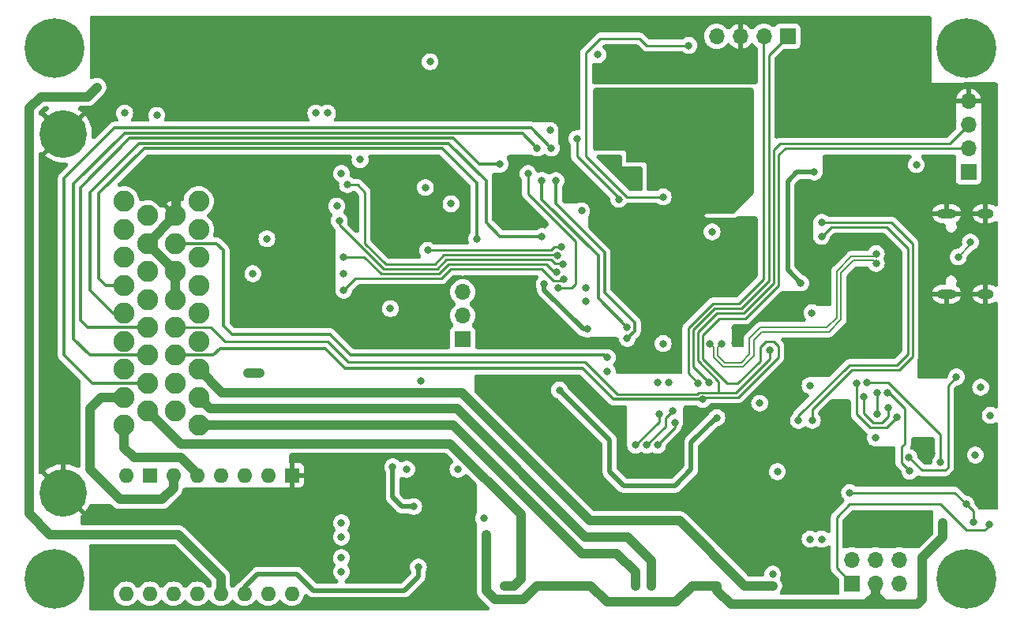
<source format=gbr>
%TF.GenerationSoftware,KiCad,Pcbnew,8.0.6*%
%TF.CreationDate,2024-11-18T15:03:55+07:00*%
%TF.ProjectId,NO2C,4e4f3243-2e6b-4696-9361-645f70636258,vD1*%
%TF.SameCoordinates,Original*%
%TF.FileFunction,Copper,L4,Bot*%
%TF.FilePolarity,Positive*%
%FSLAX46Y46*%
G04 Gerber Fmt 4.6, Leading zero omitted, Abs format (unit mm)*
G04 Created by KiCad (PCBNEW 8.0.6) date 2024-11-18 15:03:55*
%MOMM*%
%LPD*%
G01*
G04 APERTURE LIST*
%TA.AperFunction,ComponentPad*%
%ADD10R,1.700000X1.700000*%
%TD*%
%TA.AperFunction,ComponentPad*%
%ADD11O,1.700000X1.700000*%
%TD*%
%TA.AperFunction,ComponentPad*%
%ADD12O,1.600000X1.600000*%
%TD*%
%TA.AperFunction,ComponentPad*%
%ADD13R,1.600000X1.600000*%
%TD*%
%TA.AperFunction,ComponentPad*%
%ADD14C,2.250000*%
%TD*%
%TA.AperFunction,ComponentPad*%
%ADD15C,5.100000*%
%TD*%
%TA.AperFunction,ComponentPad*%
%ADD16C,0.800000*%
%TD*%
%TA.AperFunction,ComponentPad*%
%ADD17C,6.400000*%
%TD*%
%TA.AperFunction,ComponentPad*%
%ADD18O,2.100000X1.000000*%
%TD*%
%TA.AperFunction,ComponentPad*%
%ADD19O,1.800000X1.000000*%
%TD*%
%TA.AperFunction,ViaPad*%
%ADD20C,0.800000*%
%TD*%
%TA.AperFunction,Conductor*%
%ADD21C,0.250000*%
%TD*%
%TA.AperFunction,Conductor*%
%ADD22C,1.000000*%
%TD*%
%TA.AperFunction,Conductor*%
%ADD23C,0.200000*%
%TD*%
%TA.AperFunction,Conductor*%
%ADD24C,0.500000*%
%TD*%
%TA.AperFunction,Conductor*%
%ADD25C,0.300000*%
%TD*%
G04 APERTURE END LIST*
D10*
%TO.P,J3,1,Pin_1*%
%TO.N,IP*%
X89000000Y3000000D03*
D11*
%TO.P,J3,2,Pin_2*%
%TO.N,VM*%
X89000000Y5540000D03*
%TO.P,J3,3,Pin_3*%
%TO.N,+12V*%
X91540000Y3000000D03*
%TO.P,J3,4,Pin_4*%
%TO.N,HEAT-*%
X91540000Y5540000D03*
%TO.P,J3,5,Pin_5*%
%TO.N,IA*%
X94080000Y3000000D03*
%TO.P,J3,6,Pin_6*%
%TO.N,UN*%
X94080000Y5540000D03*
%TD*%
D12*
%TO.P,IC4,1,P1*%
%TO.N,/ENBL*%
X11150000Y1902000D03*
%TO.P,IC4,2,P2*%
%TO.N,unconnected-(IC4-P2-Pad2)*%
X13690000Y1902000D03*
%TO.P,IC4,3,P3*%
%TO.N,unconnected-(IC4-P3-Pad3)*%
X16230000Y1902000D03*
%TO.P,IC4,4,P4*%
%TO.N,unconnected-(IC4-P4-Pad4)*%
X18770000Y1902000D03*
%TO.P,IC4,5,P5*%
%TO.N,+5V*%
X21310000Y1902000D03*
%TO.P,IC4,6,P6*%
X23850000Y1902000D03*
%TO.P,IC4,7,P7*%
%TO.N,/STEP*%
X26390000Y1902000D03*
%TO.P,IC4,8,P8*%
%TO.N,/DIR*%
X28930000Y1902000D03*
D13*
%TO.P,IC4,9,P9*%
%TO.N,GND*%
X28930000Y14602000D03*
D12*
%TO.P,IC4,10,P10*%
%TO.N,unconnected-(IC4-P10-Pad10)*%
X26390000Y14602000D03*
%TO.P,IC4,11,P11*%
%TO.N,/STP-A2*%
X23850000Y14602000D03*
%TO.P,IC4,12,P12*%
%TO.N,/STP-A1*%
X21310000Y14602000D03*
%TO.P,IC4,13,P13*%
%TO.N,/STP-B1*%
X18770000Y14602000D03*
%TO.P,IC4,14,P14*%
%TO.N,/STP-B2*%
X16230000Y14602000D03*
D13*
%TO.P,IC4,15,P15*%
%TO.N,Earth*%
X13690000Y14602000D03*
D12*
%TO.P,IC4,16,P16*%
%TO.N,+12V*%
X11150000Y14602000D03*
%TD*%
D14*
%TO.P,J1,1,1*%
%TO.N,+BATT*%
X10937500Y44000000D03*
%TO.P,J1,2,2*%
%TO.N,VR1+*%
X10937500Y41000000D03*
%TO.P,J1,3,3*%
%TO.N,/VR1-*%
X10937500Y38000000D03*
%TO.P,J1,4,4*%
%TO.N,/IGN1*%
X10937500Y35000000D03*
%TO.P,J1,5,5*%
%TO.N,/IGN2*%
X10937500Y32000000D03*
%TO.P,J1,6,6*%
%TO.N,/STP-A1*%
X10937500Y29000000D03*
%TO.P,J1,7,7*%
%TO.N,/STP-A2*%
X10937500Y26000000D03*
%TO.P,J1,8,8*%
%TO.N,/STP-B2*%
X10937500Y23000000D03*
%TO.P,J1,9,9*%
%TO.N,/STP-B1*%
X10937500Y20000000D03*
%TO.P,J1,10,10*%
%TO.N,+5V*%
X13437500Y42500000D03*
%TO.P,J1,11,11*%
%TO.N,GND*%
X13437500Y39500000D03*
%TO.P,J1,12,12*%
%TO.N,/VR2-*%
X13437500Y36500000D03*
%TO.P,J1,13,13*%
%TO.N,VR2+*%
X13437500Y33500000D03*
%TO.P,J1,14,14*%
%TO.N,/TACHO*%
X13437500Y30500000D03*
%TO.P,J1,15,15*%
%TO.N,Net-(J1-Pad15)*%
X13437500Y27500000D03*
%TO.P,J1,16,16*%
%TO.N,Net-(J1-Pad16)*%
X13437500Y24500000D03*
%TO.P,J1,17,17*%
%TO.N,/IDLE*%
X13437500Y21500000D03*
%TO.P,J1,18,18*%
%TO.N,GND*%
X16437500Y42500000D03*
%TO.P,J1,19,19*%
%TO.N,/LAUNCH*%
X16437500Y39500000D03*
%TO.P,J1,20,20*%
%TO.N,GND*%
X16437500Y36500000D03*
%TO.P,J1,21,21*%
X16437500Y33500000D03*
%TO.P,J1,22,22*%
%TO.N,/SWCLK*%
X16437500Y30500000D03*
%TO.P,J1,23,23*%
%TO.N,/SWDIO*%
X16437500Y27500000D03*
%TO.P,J1,24,24*%
%TO.N,CANH*%
X16437500Y24500000D03*
%TO.P,J1,25,25*%
%TO.N,CANL*%
X16437500Y21500000D03*
%TO.P,J1,26,26*%
%TO.N,/O2*%
X18937500Y44000000D03*
%TO.P,J1,27,27*%
%TO.N,/TPS*%
X18937500Y41000000D03*
%TO.P,J1,28,28*%
%TO.N,/CLT*%
X18937500Y38000000D03*
%TO.P,J1,29,29*%
%TO.N,/IAT*%
X18937500Y35000000D03*
%TO.P,J1,30,30*%
%TO.N,/INJ1*%
X18937500Y32000000D03*
%TO.P,J1,31,31*%
%TO.N,/INJ2*%
X18937500Y29000000D03*
%TO.P,J1,32,32*%
%TO.N,/VVT*%
X18937500Y26000000D03*
%TO.P,J1,33,33*%
%TO.N,/BOOST*%
X18937500Y23000000D03*
%TO.P,J1,34,34*%
%TO.N,/FUELP*%
X18937500Y20000000D03*
D15*
%TO.P,J1,MH1,MH1*%
%TO.N,GND*%
X4437500Y51250000D03*
%TO.P,J1,MH2,MH2*%
X4437500Y12750000D03*
%TD*%
D10*
%TO.P,P1,1,Pin_1*%
%TO.N,+3.3V*%
X101500000Y47170000D03*
D11*
%TO.P,P1,2,Pin_2*%
%TO.N,/SWDIO*%
X101500000Y49710000D03*
%TO.P,P1,3,Pin_3*%
%TO.N,/SWCLK*%
X101500000Y52250000D03*
%TO.P,P1,4,Pin_4*%
%TO.N,GND*%
X101500000Y54790000D03*
%TD*%
D16*
%TO.P,REF\u002A\u002A,1*%
%TO.N,N/C*%
X98850000Y3500000D03*
X99552944Y5197056D03*
X99552944Y1802944D03*
X101250000Y5900000D03*
D17*
X101250000Y3500000D03*
D16*
X101250000Y1100000D03*
X102947056Y5197056D03*
X102947056Y1802944D03*
X103650000Y3500000D03*
%TD*%
%TO.P,REF\u002A\u002A,1*%
%TO.N,N/C*%
X1100000Y60500000D03*
X1802944Y62197056D03*
X1802944Y58802944D03*
X3500000Y62900000D03*
D17*
X3500000Y60500000D03*
D16*
X3500000Y58100000D03*
X5197056Y62197056D03*
X5197056Y58802944D03*
X5900000Y60500000D03*
%TD*%
%TO.P,REF\u002A\u002A,1*%
%TO.N,N/C*%
X1100000Y3500000D03*
X1802944Y5197056D03*
X1802944Y1802944D03*
X3500000Y5900000D03*
D17*
X3500000Y3500000D03*
D16*
X3500000Y1100000D03*
X5197056Y5197056D03*
X5197056Y1802944D03*
X5900000Y3500000D03*
%TD*%
%TO.P,REF\u002A\u002A,1*%
%TO.N,N/C*%
X98850000Y60500000D03*
X99552944Y62197056D03*
X99552944Y58802944D03*
X101250000Y62900000D03*
D17*
X101250000Y60500000D03*
D16*
X101250000Y58100000D03*
X102947056Y62197056D03*
X102947056Y58802944D03*
X103650000Y60500000D03*
%TD*%
D10*
%TO.P,JP1,1,1*%
%TO.N,+5V*%
X47250000Y29210000D03*
D11*
%TO.P,JP1,2,2*%
%TO.N,Net-(IC1-VDD)*%
X47250000Y31750000D03*
%TO.P,JP1,3,3*%
%TO.N,+12V*%
X47250000Y34290000D03*
%TD*%
D18*
%TO.P,J2,S1,SHIELD*%
%TO.N,GND*%
X99145000Y34055000D03*
D19*
X103325000Y34055000D03*
D18*
X99145000Y42695000D03*
D19*
X103325000Y42695000D03*
%TD*%
D10*
%TO.P,P4,1,Pin_1*%
%TO.N,/PA10*%
X82100000Y61750000D03*
D11*
%TO.P,P4,2,Pin_2*%
%TO.N,/PA9*%
X79560000Y61750000D03*
%TO.P,P4,3,Pin_3*%
%TO.N,GND*%
X77020000Y61750000D03*
%TO.P,P4,4,Pin_4*%
%TO.N,+5V*%
X74480000Y61750000D03*
%TD*%
D20*
%TO.N,GND*%
X103900000Y32450000D03*
X103900000Y31000000D03*
X91500000Y29500000D03*
X88250000Y21500000D03*
X88250000Y20250000D03*
X94000000Y7350000D03*
X95500000Y61750000D03*
X92500000Y61750000D03*
X89750000Y61750000D03*
X87250000Y61750000D03*
X84500000Y52500000D03*
X90750000Y52750000D03*
X87500000Y52500000D03*
X93250000Y52500000D03*
X93250000Y56750000D03*
X90750000Y56750000D03*
X87500000Y56750000D03*
X84500000Y56750000D03*
X89000000Y48250000D03*
X91750000Y48000000D03*
X86500000Y44750000D03*
X89000000Y44750000D03*
X91750000Y44750000D03*
X97250000Y32000000D03*
X99000000Y32000000D03*
X87000000Y38000000D03*
X86250000Y35250000D03*
X89250000Y39250000D03*
X89000000Y33500000D03*
X93250000Y35500000D03*
X88400000Y9400000D03*
X88450000Y7550000D03*
X98600000Y29350000D03*
X98600000Y27400000D03*
X98600000Y25800000D03*
%TO.N,+5V*%
X95900000Y47950000D03*
%TO.N,/USB_D+*%
X101700000Y39650000D03*
X100400000Y38050000D03*
%TO.N,/USB_D-*%
X91600000Y37350000D03*
%TO.N,/USB_D+*%
X91600000Y38400000D03*
%TO.N,GND*%
X96400000Y16950000D03*
X97500000Y16950000D03*
X103825000Y12675000D03*
%TO.N,HEAT-*%
X103825000Y21050000D03*
%TO.N,/SPI3_MISO*%
X90300000Y23050000D03*
%TO.N,/SPI3_MOSI*%
X89500000Y24450000D03*
%TO.N,/DIAHG*%
X90600000Y24550000D03*
%TO.N,/SPI3_MOSI*%
X93800000Y20850000D03*
%TO.N,/SPI3_MISO*%
X92900000Y21850000D03*
%TO.N,/UA*%
X92800000Y23450000D03*
%TO.N,/SS3*%
X91700000Y23450000D03*
X91700000Y21150000D03*
%TO.N,+5V*%
X102800000Y24050000D03*
%TO.N,VM*%
X95100000Y16550000D03*
X100200000Y25150000D03*
%TO.N,GND*%
X92900000Y28150000D03*
%TO.N,/UA*%
X95200000Y15050000D03*
%TO.N,/DIAHG*%
X98500000Y16000000D03*
%TO.N,+5V*%
X102225000Y16775000D03*
X91500000Y18650000D03*
%TO.N,IA*%
X102000000Y9600000D03*
%TO.N,IP*%
X103700000Y9300000D03*
%TO.N,IA*%
X101250000Y11500000D03*
%TO.N,GND*%
X95550000Y7350000D03*
%TO.N,IA*%
X88750000Y12750000D03*
%TO.N,+12V*%
X98750000Y9500000D03*
%TO.N,GND*%
X76500000Y30400000D03*
X93250000Y31950000D03*
X90500000Y31950000D03*
X85700000Y26500000D03*
X82250000Y28650000D03*
X84600000Y28650000D03*
X86050000Y16050000D03*
%TO.N,+3.3V*%
X84950000Y47170000D03*
%TO.N,/SS3*%
X84700000Y32050000D03*
%TO.N,GND*%
X82000000Y26450000D03*
%TO.N,/SS3*%
X74000000Y40750000D03*
%TO.N,+5V*%
X32750000Y53500000D03*
X31500000Y53500000D03*
X81000000Y15000000D03*
X42500000Y4750000D03*
X8050000Y56250000D03*
%TO.N,+12V*%
X25500000Y25550000D03*
X14450000Y53250000D03*
X49750000Y7250000D03*
X58500000Y2750000D03*
X46000000Y43750000D03*
X49750000Y6250000D03*
X49750000Y8250000D03*
X24200000Y25550000D03*
X74500000Y2750000D03*
X73250000Y2750000D03*
X59750000Y2750000D03*
%TO.N,/PA3*%
X58000000Y37300000D03*
X34000000Y41950000D03*
%TO.N,/PA4*%
X34500000Y38050000D03*
X57350000Y36450000D03*
%TO.N,/PA5*%
X58100000Y35650000D03*
X34500000Y34475000D03*
%TO.N,/STEP*%
X67000000Y17850000D03*
X69750000Y21500000D03*
%TO.N,/DIR*%
X70000000Y20250000D03*
X68150000Y17850000D03*
%TO.N,/ENBL*%
X65800000Y17850000D03*
X68300000Y21200000D03*
%TO.N,/VR1-*%
X34250000Y5750000D03*
%TO.N,/VR2-*%
X34250000Y8000000D03*
%TO.N,/FUELP*%
X65750000Y4250000D03*
X65750000Y2750000D03*
%TO.N,/BOOST*%
X67500000Y4250000D03*
X67500000Y2750000D03*
%TO.N,/IDLE*%
X51750000Y2750000D03*
X52750000Y2750000D03*
%TO.N,/IGN2*%
X55750000Y40250000D03*
%TO.N,/IGN1*%
X48750000Y40000000D03*
%TO.N,/TACHO*%
X51250000Y48000000D03*
%TO.N,/VVT*%
X80500000Y4000000D03*
X80500000Y2750000D03*
%TO.N,/LAUNCH*%
X62750000Y27250000D03*
%TO.N,/PD11*%
X69350000Y24550000D03*
X46750000Y15250000D03*
%TO.N,Net-(D5-COM)*%
X68750000Y28750000D03*
X62750000Y25750000D03*
%TO.N,/PA2*%
X34900000Y45800000D03*
X57400000Y38200000D03*
%TO.N,/PD10*%
X68200000Y24600000D03*
X41250000Y15250000D03*
%TO.N,/PA0*%
X64000000Y44250000D03*
X59500000Y50750000D03*
%TO.N,/PA1*%
X57850000Y39150000D03*
X43500000Y38750000D03*
%TO.N,Net-(D20-COM)*%
X85750000Y41750000D03*
X84750000Y20500000D03*
%TO.N,Net-(D21-COM)*%
X83250000Y20500000D03*
X85750000Y40250000D03*
%TO.N,/SCL*%
X64900000Y30500000D03*
X55750000Y46250000D03*
%TO.N,CANL*%
X84500000Y7750000D03*
%TO.N,CANH*%
X85750000Y7750000D03*
%TO.N,/SDA*%
X64900000Y29300000D03*
X57250000Y46250000D03*
%TO.N,+BATT*%
X36250000Y48500000D03*
X11000000Y53500000D03*
%TO.N,VR2+*%
X34250000Y9500000D03*
%TO.N,VR1+*%
X34250000Y4250000D03*
%TO.N,/PD8*%
X60500000Y34750000D03*
X39500000Y32500000D03*
%TO.N,/PD14*%
X57500000Y34700000D03*
X54250000Y47000000D03*
%TO.N,/PD9*%
X42750000Y24750000D03*
X60500000Y33250000D03*
%TO.N,/SWDIO*%
X73000000Y22750000D03*
%TO.N,Net-(U2-NRST)*%
X68750000Y44500000D03*
X71500000Y60750000D03*
%TO.N,GND*%
X24100000Y42200000D03*
X73250000Y36000000D03*
X34000000Y63000000D03*
X61750000Y54000000D03*
X64750000Y38500000D03*
X71750000Y20500000D03*
X70250000Y29000000D03*
X38500000Y12000000D03*
X68750000Y32750000D03*
X29750000Y63000000D03*
X12250000Y61250000D03*
X34950000Y44300000D03*
X55500000Y20000000D03*
X63700000Y48650000D03*
X12250000Y59500000D03*
X63250000Y42000000D03*
X30250000Y43650000D03*
X69050000Y14700000D03*
X76500000Y36000000D03*
X72250000Y47000000D03*
X73500000Y57350000D03*
X73450000Y15700000D03*
X68750000Y30250000D03*
X46750000Y63250000D03*
X44000000Y57050000D03*
X61750000Y52250000D03*
X52700000Y47400000D03*
X79000000Y20250000D03*
X76500000Y34250000D03*
X13500000Y48500000D03*
X67500000Y58000000D03*
X69650000Y55550000D03*
X75650000Y57350000D03*
X76750000Y51750000D03*
X33000000Y48000000D03*
X60000000Y61000000D03*
X30750000Y36250000D03*
X43000000Y31000000D03*
X62250000Y48650000D03*
X74750000Y49750000D03*
X31000000Y47250000D03*
X55750000Y41750000D03*
X24250000Y40500000D03*
X18750000Y63000000D03*
X48150000Y5900000D03*
X21750000Y46500000D03*
X68750000Y36000000D03*
X21750000Y45250000D03*
X54500000Y20000000D03*
X36250000Y60000000D03*
X43000000Y29000000D03*
X55000000Y30650000D03*
X64750000Y36000000D03*
X28500000Y63000000D03*
X34950000Y43000000D03*
X63950000Y55450000D03*
X74500000Y55500000D03*
X71400000Y32750000D03*
X66750000Y29000000D03*
X59250000Y24750000D03*
X76500000Y38750000D03*
X76500000Y37500000D03*
X61500000Y42000000D03*
X73000000Y45750000D03*
X76500000Y28800000D03*
X18500000Y47750000D03*
X35625000Y41375000D03*
X68750000Y46000000D03*
X16750000Y47750000D03*
X83900000Y36750000D03*
X61750000Y50500000D03*
X61850000Y55400000D03*
X12250000Y63000000D03*
X75300000Y14350000D03*
X65500000Y58000000D03*
X69100000Y16700000D03*
X55200000Y28700000D03*
X35750000Y63000000D03*
X52750000Y24250000D03*
X60250000Y16500000D03*
X76750000Y49750000D03*
X37000000Y16250000D03*
X66400000Y14700000D03*
X38000000Y41250000D03*
X45250000Y32750000D03*
X63500000Y60000000D03*
X87450000Y16050000D03*
X48200000Y4600000D03*
X44000000Y53000000D03*
X59000000Y16500000D03*
X42250000Y63250000D03*
X45500000Y15750000D03*
X73250000Y49750000D03*
X61500000Y16500000D03*
X38500000Y16250000D03*
X20250000Y63000000D03*
X54000000Y24250000D03*
X72000000Y48250000D03*
X36250000Y57500000D03*
X66800000Y48600000D03*
X53500000Y20000000D03*
X36450000Y34500000D03*
X49500000Y23500000D03*
X69500000Y58000000D03*
X72900000Y21250000D03*
X76750000Y53750000D03*
X27500000Y48000000D03*
X64750000Y33750000D03*
X57000000Y56000000D03*
X76750000Y55500000D03*
X60500000Y23500000D03*
X83900000Y38700000D03*
X26250000Y36275000D03*
X68400000Y55550000D03*
X15000000Y47750000D03*
X73250000Y38500000D03*
X43250000Y6480000D03*
X14250000Y63000000D03*
X77800000Y57400000D03*
%TO.N,/SWCLK*%
X80200000Y28000000D03*
%TO.N,+3.3V*%
X61750000Y59750000D03*
X49500000Y10000000D03*
X57625000Y23750000D03*
X60600000Y30300000D03*
X56625000Y51625000D03*
X60000000Y43000000D03*
X33750000Y43500000D03*
X43250000Y45500000D03*
X83500000Y35250000D03*
X26250000Y40000000D03*
X56000000Y35125000D03*
X42000000Y11250000D03*
X24750000Y36250000D03*
X34250000Y47000000D03*
X84500000Y24250000D03*
X39750000Y15500000D03*
X43750000Y59000000D03*
X79100000Y22350000D03*
X74500000Y20800000D03*
X34500000Y36225000D03*
%TO.N,/PA9*%
X72500000Y24500000D03*
%TO.N,/PA10*%
X73675000Y24575000D03*
%TO.N,/USB_D-*%
X73750000Y28750000D03*
%TO.N,/USB_D+*%
X75000000Y28750000D03*
%TO.N,Net-(J1-Pad16)*%
X56750000Y49750000D03*
%TO.N,Net-(J1-Pad15)*%
X55250000Y49750000D03*
%TD*%
D21*
%TO.N,IP*%
X87350000Y4650000D02*
X89000000Y3000000D01*
X98487500Y11500000D02*
X88750000Y11500000D01*
X103250000Y8750000D02*
X101237500Y8750000D01*
X101237500Y8750000D02*
X98487500Y11500000D01*
X87350000Y10100000D02*
X87350000Y4650000D01*
X103700000Y9200000D02*
X103250000Y8750000D01*
X103700000Y9300000D02*
X103700000Y9200000D01*
X88750000Y11500000D02*
X87350000Y10100000D01*
%TO.N,IA*%
X100000000Y12750000D02*
X88750000Y12750000D01*
X101250000Y11500000D02*
X100000000Y12750000D01*
D22*
%TO.N,+12V*%
X91500000Y1750000D02*
X90500000Y750000D01*
X90500000Y750000D02*
X76000000Y750000D01*
X91540000Y750000D02*
X90500000Y750000D01*
X91540000Y1750000D02*
X91500000Y1750000D01*
X91540000Y1750000D02*
X91540000Y1710000D01*
X91540000Y750000D02*
X92500000Y750000D01*
X92500000Y750000D02*
X96000000Y750000D01*
X91540000Y1750000D02*
X91540000Y750000D01*
X91540000Y3000000D02*
X91540000Y1750000D01*
X91540000Y1710000D02*
X92500000Y750000D01*
D21*
%TO.N,Net-(D21-COM)*%
X86750000Y41250000D02*
X85750000Y40250000D01*
X95000000Y27650000D02*
X95000000Y39000000D01*
X95000000Y39000000D02*
X92750000Y41250000D01*
X88700000Y26450000D02*
X93800000Y26450000D01*
X83250000Y21000000D02*
X88700000Y26450000D01*
X93800000Y26450000D02*
X95000000Y27650000D01*
X92750000Y41250000D02*
X86750000Y41250000D01*
X83250000Y20500000D02*
X83250000Y21000000D01*
%TO.N,Net-(D20-COM)*%
X95500000Y39500000D02*
X93250000Y41750000D01*
X95500000Y27400000D02*
X95500000Y39500000D01*
X94050000Y25950000D02*
X95500000Y27400000D01*
X89000000Y25950000D02*
X94050000Y25950000D01*
X93250000Y41750000D02*
X85750000Y41750000D01*
X84750000Y21700000D02*
X89000000Y25950000D01*
X84750000Y20500000D02*
X84750000Y21700000D01*
%TO.N,IA*%
X102000000Y10750000D02*
X102000000Y9600000D01*
X101250000Y11500000D02*
X102000000Y10750000D01*
%TO.N,/DIAHG*%
X92900000Y24550000D02*
X98500000Y18950000D01*
X98500000Y18950000D02*
X98500000Y16000000D01*
X90600000Y24550000D02*
X92900000Y24550000D01*
%TO.N,/UA*%
X94700000Y21750000D02*
X93000000Y23450000D01*
X93000000Y23450000D02*
X92800000Y23450000D01*
X94300000Y17650000D02*
X94700000Y18050000D01*
X94300000Y15950000D02*
X94300000Y17650000D01*
X95200000Y15050000D02*
X94300000Y15950000D01*
X94700000Y18050000D02*
X94700000Y21750000D01*
D23*
%TO.N,/USB_D-*%
X89118199Y37649999D02*
X91300001Y37649999D01*
%TO.N,/USB_D+*%
X91300001Y38100001D02*
X91600000Y38400000D01*
X88931801Y38100001D02*
X91300001Y38100001D01*
X87375000Y36543200D02*
X88931801Y38100001D01*
%TO.N,/USB_D-*%
X87825000Y36356800D02*
X89118199Y37649999D01*
X91300001Y37649999D02*
X91600000Y37350000D01*
X87825000Y31356800D02*
X87825000Y36356800D01*
X86493199Y30024999D02*
X87825000Y31356800D01*
X78475000Y27406800D02*
X78475000Y29156800D01*
X78475000Y29156800D02*
X79343199Y30024999D01*
X75156800Y26275000D02*
X77343200Y26275000D01*
X74149999Y27281801D02*
X75156800Y26275000D01*
X73750000Y28750000D02*
X74149999Y28350001D01*
X77343200Y26275000D02*
X78475000Y27406800D01*
X74149999Y28350001D02*
X74149999Y27281801D01*
X79343199Y30024999D02*
X86493199Y30024999D01*
%TO.N,/USB_D+*%
X87375000Y31543200D02*
X87375000Y36543200D01*
X86306801Y30475001D02*
X87375000Y31543200D01*
X79156801Y30475001D02*
X86306801Y30475001D01*
X78025000Y29343200D02*
X79156801Y30475001D01*
X77156800Y26725000D02*
X78025000Y27593200D01*
X78025000Y27593200D02*
X78025000Y29343200D01*
X75343200Y26725000D02*
X77156800Y26725000D01*
X74600001Y27468199D02*
X75343200Y26725000D01*
X75000000Y28750000D02*
X74600001Y28350001D01*
X74600001Y28350001D02*
X74600001Y27468199D01*
X101700000Y39350000D02*
X101700000Y39650000D01*
X100400000Y38050000D02*
X101700000Y39350000D01*
D21*
%TO.N,VM*%
X99300000Y24250000D02*
X100200000Y25150000D01*
X99000000Y15150000D02*
X99300000Y15450000D01*
X99300000Y15450000D02*
X99300000Y24250000D01*
X96500000Y15150000D02*
X99000000Y15150000D01*
X95100000Y16550000D02*
X96500000Y15150000D01*
%TO.N,/SS3*%
X91700000Y21150000D02*
X91700000Y23450000D01*
%TO.N,/SPI3_MOSI*%
X90900000Y19750000D02*
X89500000Y21150000D01*
X92700000Y19750000D02*
X90900000Y19750000D01*
X93800000Y20850000D02*
X92700000Y19750000D01*
X89500000Y21150000D02*
X89500000Y24450000D01*
%TO.N,/SPI3_MISO*%
X90300000Y21250000D02*
X90300000Y23050000D01*
X92200000Y20250000D02*
X91300000Y20250000D01*
X92900000Y20950000D02*
X92200000Y20250000D01*
X92900000Y21850000D02*
X92900000Y20950000D01*
X91300000Y20250000D02*
X90300000Y21250000D01*
D22*
%TO.N,+12V*%
X98750000Y8000000D02*
X98750000Y9500000D01*
X96500000Y1250000D02*
X96500000Y5750000D01*
X96500000Y5750000D02*
X98750000Y8000000D01*
X96000000Y750000D02*
X96500000Y1250000D01*
X76000000Y750000D02*
X74500000Y2250000D01*
X74500000Y2250000D02*
X74500000Y2750000D01*
D21*
%TO.N,/SWCLK*%
X99450000Y50200000D02*
X101500000Y52250000D01*
X81250000Y50200000D02*
X99450000Y50200000D01*
X80600000Y49550000D02*
X81250000Y50200000D01*
X74500000Y32000000D02*
X77350000Y32000000D01*
X72450000Y29950000D02*
X74500000Y32000000D01*
X72450000Y26900000D02*
X72450000Y29950000D01*
X77350000Y32000000D02*
X80600000Y35250000D01*
X74700000Y24650000D02*
X72450000Y26900000D01*
X74700000Y23500000D02*
X74700000Y24650000D01*
X80600000Y35250000D02*
X80600000Y49550000D01*
D24*
%TO.N,+3.3V*%
X83070000Y47170000D02*
X84950000Y47170000D01*
X82100000Y36650000D02*
X82100000Y46200000D01*
X83500000Y35250000D02*
X82100000Y36650000D01*
X82100000Y46200000D02*
X83070000Y47170000D01*
D21*
%TO.N,/SWDIO*%
X81100000Y27300000D02*
X76800000Y23000000D01*
X81100000Y28500000D02*
X81100000Y27300000D01*
X80650000Y28950000D02*
X81100000Y28500000D01*
X79750000Y28950000D02*
X80650000Y28950000D01*
X79150000Y28350000D02*
X79750000Y28950000D01*
X79150000Y26850000D02*
X79150000Y28350000D01*
X76750000Y24450000D02*
X79150000Y26850000D01*
X72950000Y27107106D02*
X75607106Y24450000D01*
X75607106Y24450000D02*
X76750000Y24450000D01*
X72950000Y29650000D02*
X72950000Y27107106D01*
X74750000Y31450000D02*
X72950000Y29650000D01*
X81150000Y49000000D02*
X81150000Y35000000D01*
X81840000Y49690000D02*
X81150000Y49000000D01*
X76800000Y23000000D02*
X73250000Y23000000D01*
X77600000Y31450000D02*
X74750000Y31450000D01*
X101480000Y49690000D02*
X81840000Y49690000D01*
X81150000Y35000000D02*
X77600000Y31450000D01*
X101500000Y49710000D02*
X101480000Y49690000D01*
%TO.N,/PA10*%
X80060000Y59710000D02*
X82100000Y61750000D01*
X77100000Y32500000D02*
X80060000Y35460000D01*
X74250000Y32500000D02*
X77100000Y32500000D01*
X71950000Y30200000D02*
X74250000Y32500000D01*
X71950000Y26300000D02*
X71950000Y30200000D01*
X73675000Y24575000D02*
X71950000Y26300000D01*
X80060000Y35460000D02*
X80060000Y59710000D01*
%TO.N,/PA9*%
X79500000Y61690000D02*
X79560000Y61750000D01*
X76850000Y33050000D02*
X79500000Y35700000D01*
X74050000Y33050000D02*
X76850000Y33050000D01*
X71450000Y30450000D02*
X74050000Y33050000D01*
X71450000Y25550000D02*
X71450000Y30450000D01*
X72500000Y24500000D02*
X71450000Y25550000D01*
X79500000Y35700000D02*
X79500000Y61690000D01*
%TO.N,/SWCLK*%
X76550000Y23500000D02*
X74700000Y23500000D01*
X80200000Y27150000D02*
X76550000Y23500000D01*
X80200000Y28000000D02*
X80200000Y27150000D01*
X74700000Y23500000D02*
X72600000Y23500000D01*
X20250000Y30500000D02*
X16437500Y30500000D01*
X21750000Y29000000D02*
X20250000Y30500000D01*
X32750000Y29000000D02*
X21750000Y29000000D01*
X60400000Y26750000D02*
X35000000Y26750000D01*
X63850000Y23300000D02*
X60400000Y26750000D01*
X72400000Y23300000D02*
X63850000Y23300000D01*
X72600000Y23500000D02*
X72400000Y23300000D01*
X35000000Y26750000D02*
X32750000Y29000000D01*
D25*
%TO.N,/SWDIO*%
X20500000Y27500000D02*
X16437500Y27500000D01*
X21250000Y28250000D02*
X20500000Y27500000D01*
X60100000Y26100000D02*
X34650000Y26100000D01*
X63450000Y22750000D02*
X60100000Y26100000D01*
X73000000Y22750000D02*
X63450000Y22750000D01*
X32500000Y28250000D02*
X21250000Y28250000D01*
X34650000Y26100000D02*
X32500000Y28250000D01*
D22*
%TO.N,+5V*%
X21310000Y3690000D02*
X16750000Y8250000D01*
X750000Y10500000D02*
X750000Y54000000D01*
D24*
X31250000Y2250000D02*
X29500000Y4000000D01*
X25250000Y4000000D02*
X23850000Y2600000D01*
D22*
X21310000Y1902000D02*
X21310000Y3690000D01*
X3000000Y8250000D02*
X750000Y10500000D01*
X7050000Y55250000D02*
X8050000Y56250000D01*
D24*
X42500000Y4750000D02*
X42500000Y3750000D01*
X23850000Y2600000D02*
X23850000Y1902000D01*
D22*
X2000000Y55250000D02*
X7050000Y55250000D01*
D24*
X41000000Y2250000D02*
X31250000Y2250000D01*
D22*
X16750000Y8250000D02*
X3000000Y8250000D01*
D24*
X42500000Y3750000D02*
X41000000Y2250000D01*
D22*
X750000Y54000000D02*
X2000000Y55250000D01*
D24*
X29500000Y4000000D02*
X25250000Y4000000D01*
D22*
%TO.N,+12V*%
X53750000Y1250000D02*
X50750000Y1250000D01*
X61000000Y2750000D02*
X58500000Y2750000D01*
X49750000Y6250000D02*
X49750000Y8250000D01*
X73250000Y2750000D02*
X74500000Y2750000D01*
X50750000Y1250000D02*
X49750000Y2250000D01*
X70125000Y1000000D02*
X62750000Y1000000D01*
X58500000Y2750000D02*
X55250000Y2750000D01*
X71875000Y2750000D02*
X70125000Y1000000D01*
X49750000Y2250000D02*
X49750000Y6250000D01*
X73250000Y2750000D02*
X71875000Y2750000D01*
X55250000Y2750000D02*
X53750000Y1250000D01*
X62750000Y1000000D02*
X61000000Y2750000D01*
X24200000Y25550000D02*
X25500000Y25550000D01*
D21*
%TO.N,/PA3*%
X58000000Y37300000D02*
X57950000Y37350000D01*
X45500000Y37750000D02*
X44500000Y36750000D01*
X44500000Y36750000D02*
X38750000Y36750000D01*
X56750000Y37750000D02*
X45500000Y37750000D01*
X34000000Y41500000D02*
X34000000Y41950000D01*
X57150000Y37350000D02*
X56750000Y37750000D01*
X57950000Y37350000D02*
X57150000Y37350000D01*
X38750000Y36750000D02*
X34000000Y41500000D01*
%TO.N,/PA4*%
X36700000Y38050000D02*
X38500000Y36250000D01*
X45750000Y37250000D02*
X56250000Y37250000D01*
X38500000Y36250000D02*
X44750000Y36250000D01*
X44750000Y36250000D02*
X45750000Y37250000D01*
X56250000Y37250000D02*
X57050000Y36450000D01*
X34500000Y38050000D02*
X36700000Y38050000D01*
X57050000Y36450000D02*
X57350000Y36450000D01*
%TO.N,/PA5*%
X58100000Y35650000D02*
X57950000Y35500000D01*
X55750000Y36750000D02*
X46000000Y36750000D01*
X45000000Y35750000D02*
X35775000Y35750000D01*
X46000000Y36750000D02*
X45000000Y35750000D01*
X35775000Y35750000D02*
X34500000Y34475000D01*
X57000000Y35500000D02*
X55750000Y36750000D01*
X57950000Y35500000D02*
X57000000Y35500000D01*
%TO.N,/STEP*%
X67000000Y17850000D02*
X69000000Y19850000D01*
X69000000Y20750000D02*
X69750000Y21500000D01*
X69000000Y19850000D02*
X69000000Y20750000D01*
%TO.N,/DIR*%
X70000000Y19700000D02*
X70000000Y20250000D01*
X68150000Y17850000D02*
X70000000Y19700000D01*
%TO.N,/ENBL*%
X68300000Y20350000D02*
X65800000Y17850000D01*
X68300000Y21200000D02*
X68300000Y20350000D01*
D22*
%TO.N,/STP-B1*%
X18770000Y14602000D02*
X18770000Y14730000D01*
X12000000Y16500000D02*
X10937500Y17562500D01*
X18770000Y14730000D02*
X17000000Y16500000D01*
X17000000Y16500000D02*
X12000000Y16500000D01*
X10937500Y17562500D02*
X10937500Y20000000D01*
%TO.N,/STP-B2*%
X16230000Y13230000D02*
X15000000Y12000000D01*
X8500000Y23000000D02*
X10937500Y23000000D01*
X7250000Y15250000D02*
X7250000Y21750000D01*
X15000000Y12000000D02*
X10500000Y12000000D01*
X16230000Y14602000D02*
X16230000Y13230000D01*
X10500000Y12000000D02*
X7250000Y15250000D01*
X7250000Y21750000D02*
X8500000Y23000000D01*
%TO.N,/FUELP*%
X65750000Y4250000D02*
X63800000Y6200000D01*
X46200000Y20000000D02*
X18937500Y20000000D01*
X60000000Y6200000D02*
X46200000Y20000000D01*
X63800000Y6200000D02*
X60000000Y6200000D01*
X65750000Y2750000D02*
X65750000Y4250000D01*
%TO.N,/BOOST*%
X46650000Y21750000D02*
X20187500Y21750000D01*
X20187500Y21750000D02*
X18937500Y23000000D01*
X64950000Y8000000D02*
X60400000Y8000000D01*
X67500000Y2750000D02*
X67500000Y5450000D01*
X60400000Y8000000D02*
X46650000Y21750000D01*
X67500000Y5450000D02*
X64950000Y8000000D01*
%TO.N,/IDLE*%
X52750000Y2750000D02*
X53500000Y3500000D01*
X45900000Y18000000D02*
X17000000Y18000000D01*
X13500000Y21500000D02*
X13437500Y21500000D01*
X51750000Y2750000D02*
X52750000Y2750000D01*
X53500000Y10400000D02*
X45900000Y18000000D01*
X53500000Y3500000D02*
X53500000Y10400000D01*
X52250000Y2750000D02*
X51750000Y2750000D01*
X17000000Y18000000D02*
X13500000Y21500000D01*
D25*
%TO.N,/IGN2*%
X49750000Y41750000D02*
X49750000Y46250000D01*
X10937500Y32000000D02*
X9750000Y32000000D01*
X7250000Y34500000D02*
X7250000Y45000000D01*
X7250000Y45000000D02*
X12500000Y50250000D01*
X12500000Y50250000D02*
X45750000Y50250000D01*
X51250000Y40250000D02*
X49750000Y41750000D01*
X9750000Y32000000D02*
X7250000Y34500000D01*
X55750000Y40250000D02*
X51250000Y40250000D01*
X45750000Y50250000D02*
X49750000Y46250000D01*
%TO.N,/IGN1*%
X13100000Y49700000D02*
X45050000Y49700000D01*
X45050000Y49700000D02*
X48750000Y46000000D01*
X48750000Y46000000D02*
X48750000Y40000000D01*
X8250000Y44850000D02*
X13100000Y49700000D01*
X8250000Y35750000D02*
X8250000Y44850000D01*
X10937500Y35000000D02*
X9000000Y35000000D01*
X9000000Y35000000D02*
X8250000Y35750000D01*
%TO.N,/TACHO*%
X6250000Y45500000D02*
X11550000Y50800000D01*
X13437500Y30500000D02*
X7000000Y30500000D01*
X46200000Y50800000D02*
X49000000Y48000000D01*
X11550000Y50800000D02*
X46200000Y50800000D01*
X6250000Y31250000D02*
X6250000Y45500000D01*
X7000000Y30500000D02*
X6250000Y31250000D01*
X49000000Y48000000D02*
X51250000Y48000000D01*
D22*
%TO.N,/VVT*%
X60900000Y9750000D02*
X47150000Y23500000D01*
X70500000Y9750000D02*
X60900000Y9750000D01*
X80500000Y2750000D02*
X77500000Y2750000D01*
X47150000Y23500000D02*
X21437500Y23500000D01*
X77500000Y2750000D02*
X70500000Y9750000D01*
X21437500Y23500000D02*
X18937500Y26000000D01*
D25*
%TO.N,/LAUNCH*%
X16437500Y39500000D02*
X20850000Y39500000D01*
X21600000Y30650000D02*
X22500000Y29750000D01*
X22500000Y29750000D02*
X33000000Y29750000D01*
X20850000Y39500000D02*
X21600000Y38750000D01*
X62500000Y27500000D02*
X62750000Y27250000D01*
X35250000Y27500000D02*
X62500000Y27500000D01*
X21600000Y38750000D02*
X21600000Y30650000D01*
X33000000Y29750000D02*
X35250000Y27500000D01*
D21*
%TO.N,/PA2*%
X57350000Y38250000D02*
X57400000Y38200000D01*
X39000000Y37250000D02*
X44250000Y37250000D01*
X36750000Y39500000D02*
X39000000Y37250000D01*
X36750000Y45000000D02*
X36750000Y39500000D01*
X34900000Y45800000D02*
X35950000Y45800000D01*
X44250000Y37250000D02*
X45250000Y38250000D01*
X35950000Y45800000D02*
X36750000Y45000000D01*
X45250000Y38250000D02*
X57350000Y38250000D01*
%TO.N,/PA0*%
X64000000Y44350000D02*
X64000000Y44250000D01*
X59500000Y48850000D02*
X64000000Y44350000D01*
X59500000Y50750000D02*
X59500000Y48850000D01*
%TO.N,/PA1*%
X43500000Y38750000D02*
X56700000Y38750000D01*
X57100000Y39150000D02*
X57850000Y39150000D01*
X56700000Y38750000D02*
X57100000Y39150000D01*
D25*
%TO.N,/SCL*%
X55750000Y44250000D02*
X61800000Y38200000D01*
X61800000Y33600000D02*
X64900000Y30500000D01*
X61800000Y38200000D02*
X61800000Y33600000D01*
X55750000Y46250000D02*
X55750000Y44250000D01*
%TO.N,/SDA*%
X62450000Y38550000D02*
X62450000Y34250000D01*
X65700000Y31000000D02*
X65700000Y30100000D01*
X57250000Y46250000D02*
X57250000Y43750000D01*
X65700000Y30100000D02*
X64900000Y29300000D01*
X62450000Y34250000D02*
X65700000Y31000000D01*
X57250000Y43750000D02*
X62450000Y38550000D01*
D21*
%TO.N,/PD14*%
X57500000Y34700000D02*
X58900000Y34700000D01*
X58900000Y34700000D02*
X59350000Y35150000D01*
X59350000Y35150000D02*
X59350000Y39725000D01*
X54250000Y44825000D02*
X54250000Y47000000D01*
X59350000Y39725000D02*
X54250000Y44825000D01*
%TO.N,Net-(U2-NRST)*%
X60500000Y60000000D02*
X62000000Y61500000D01*
X60500000Y48900000D02*
X60500000Y60000000D01*
X67000000Y60750000D02*
X71500000Y60750000D01*
X62000000Y61500000D02*
X66250000Y61500000D01*
X66250000Y61500000D02*
X67000000Y60750000D01*
X68750000Y44500000D02*
X64900000Y44500000D01*
X64900000Y44500000D02*
X60500000Y48900000D01*
D24*
%TO.N,GND*%
X16437500Y42500000D02*
X16500000Y42562500D01*
D22*
X13437500Y39500000D02*
X16437500Y42500000D01*
X16437500Y36500000D02*
X13437500Y39500000D01*
D24*
X16500000Y44687500D02*
X16437500Y44750000D01*
D22*
X16500000Y42562500D02*
X16500000Y44687500D01*
D24*
X4437500Y17437500D02*
X4500000Y17500000D01*
X4437500Y12750000D02*
X4437500Y17437500D01*
D22*
X16437500Y33500000D02*
X16437500Y36500000D01*
D24*
%TO.N,+3.3V*%
X71750000Y18150000D02*
X71750000Y15250000D01*
X70000000Y13500000D02*
X64500000Y13500000D01*
X74400000Y20800000D02*
X71750000Y18150000D01*
X56000000Y35125000D02*
X56000000Y34500000D01*
X56000000Y34500000D02*
X60200000Y30300000D01*
X64500000Y13500000D02*
X63000000Y15000000D01*
X71750000Y15250000D02*
X70000000Y13500000D01*
X42000000Y11250000D02*
X40750000Y11250000D01*
X63000000Y18400000D02*
X57650000Y23750000D01*
X57650000Y23750000D02*
X57625000Y23750000D01*
X74500000Y20800000D02*
X74400000Y20800000D01*
X40750000Y11250000D02*
X39750000Y12250000D01*
X63000000Y15000000D02*
X63000000Y18400000D01*
X39750000Y12250000D02*
X39750000Y15500000D01*
X60200000Y30300000D02*
X60600000Y30300000D01*
D25*
%TO.N,Net-(J1-Pad16)*%
X9901850Y51901850D02*
X54598150Y51901850D01*
X4500000Y27500000D02*
X4500000Y46500000D01*
X4500000Y46500000D02*
X9901850Y51901850D01*
X13437500Y24500000D02*
X7500000Y24500000D01*
X7500000Y24500000D02*
X4500000Y27500000D01*
X54598150Y51901850D02*
X56750000Y49750000D01*
%TO.N,Net-(J1-Pad15)*%
X7250000Y27500000D02*
X5500000Y29250000D01*
X13437500Y27500000D02*
X7250000Y27500000D01*
X5500000Y45875000D02*
X10975000Y51350000D01*
X53650000Y51350000D02*
X55250000Y49750000D01*
X10975000Y51350000D02*
X53650000Y51350000D01*
X5500000Y29250000D02*
X5500000Y45875000D01*
%TD*%
%TA.AperFunction,Conductor*%
%TO.N,GND*%
G36*
X45477728Y16980546D02*
G01*
X45558510Y16926570D01*
X46180117Y16304963D01*
X46234093Y16224181D01*
X46253047Y16128893D01*
X46234093Y16033605D01*
X46180117Y15952823D01*
X46150409Y15927452D01*
X46145812Y15924112D01*
X46144126Y15922886D01*
X46017469Y15782220D01*
X45922822Y15618286D01*
X45864325Y15438256D01*
X45844540Y15250000D01*
X45864325Y15061745D01*
X45884388Y15000000D01*
X45922821Y14881716D01*
X45998136Y14751267D01*
X46017469Y14717781D01*
X46144126Y14577115D01*
X46144129Y14577112D01*
X46258984Y14493665D01*
X46297271Y14465848D01*
X46470189Y14388859D01*
X46470192Y14388858D01*
X46470197Y14388856D01*
X46655354Y14349500D01*
X46844645Y14349500D01*
X46844646Y14349500D01*
X47029803Y14388856D01*
X47101804Y14420913D01*
X47202728Y14465848D01*
X47202728Y14465849D01*
X47202730Y14465849D01*
X47355871Y14577112D01*
X47441880Y14672635D01*
X47519724Y14730763D01*
X47613890Y14754678D01*
X47710039Y14740737D01*
X47793535Y14691062D01*
X47802991Y14682089D01*
X48677070Y13808010D01*
X48731046Y13727228D01*
X48750000Y13631940D01*
X48750000Y10568682D01*
X48731046Y10473394D01*
X48716641Y10444184D01*
X48672823Y10368289D01*
X48672821Y10368286D01*
X48672821Y10368284D01*
X48656856Y10319152D01*
X48614325Y10188256D01*
X48594540Y10000000D01*
X48614325Y9811745D01*
X48634807Y9748711D01*
X48672821Y9631716D01*
X48672822Y9631715D01*
X48672823Y9631712D01*
X48672824Y9631710D01*
X48716640Y9555819D01*
X48747870Y9463820D01*
X48750000Y9431319D01*
X48750000Y8365851D01*
X48749500Y8355670D01*
X48749500Y8348541D01*
X48749500Y6348541D01*
X48749500Y2151459D01*
X48757306Y2112218D01*
X48787284Y1961505D01*
X48787949Y1958165D01*
X48787950Y1958162D01*
X48856588Y1792454D01*
X48863368Y1776086D01*
X48972861Y1612218D01*
X49112218Y1472861D01*
X49112220Y1472860D01*
X50084511Y500568D01*
X50138486Y419788D01*
X50157440Y324500D01*
X50138486Y229212D01*
X50084510Y148430D01*
X50003728Y94454D01*
X49908440Y75500D01*
X7449000Y75500D01*
X7353712Y94454D01*
X7272930Y148430D01*
X7218954Y229212D01*
X7200000Y324500D01*
X7200000Y3387043D01*
X7200341Y3400074D01*
X7203347Y3457433D01*
X7205578Y3500000D01*
X7200341Y3599928D01*
X7200000Y3612959D01*
X7200000Y7000500D01*
X7218954Y7095788D01*
X7272930Y7176570D01*
X7353712Y7230546D01*
X7449000Y7249500D01*
X16232440Y7249500D01*
X16327728Y7230546D01*
X16408510Y7176570D01*
X20236570Y3348510D01*
X20290546Y3267728D01*
X20309500Y3172440D01*
X20309500Y2819002D01*
X20290546Y2723714D01*
X20264468Y2676180D01*
X20243967Y2646902D01*
X20173785Y2579719D01*
X20083236Y2544507D01*
X19986104Y2546627D01*
X19897177Y2585756D01*
X19836030Y2646904D01*
X19770047Y2741139D01*
X19609139Y2902047D01*
X19609135Y2902050D01*
X19609134Y2902051D01*
X19422741Y3032564D01*
X19422727Y3032572D01*
X19216499Y3128738D01*
X19216496Y3128739D01*
X18996694Y3187635D01*
X18996679Y3187637D01*
X18770006Y3207468D01*
X18769994Y3207468D01*
X18543320Y3187637D01*
X18543305Y3187635D01*
X18323503Y3128739D01*
X18323500Y3128738D01*
X18117272Y3032572D01*
X18117258Y3032564D01*
X17930865Y2902051D01*
X17769949Y2741135D01*
X17703969Y2646904D01*
X17633788Y2579720D01*
X17543239Y2544507D01*
X17446107Y2546626D01*
X17357180Y2585755D01*
X17296031Y2646904D01*
X17230050Y2741135D01*
X17230049Y2741136D01*
X17230047Y2741139D01*
X17069139Y2902047D01*
X17069135Y2902050D01*
X17069134Y2902051D01*
X16882741Y3032564D01*
X16882727Y3032572D01*
X16676499Y3128738D01*
X16676496Y3128739D01*
X16456694Y3187635D01*
X16456679Y3187637D01*
X16230006Y3207468D01*
X16229994Y3207468D01*
X16003320Y3187637D01*
X16003305Y3187635D01*
X15783503Y3128739D01*
X15783500Y3128738D01*
X15577272Y3032572D01*
X15577258Y3032564D01*
X15390865Y2902051D01*
X15229949Y2741135D01*
X15163969Y2646904D01*
X15093788Y2579720D01*
X15003239Y2544507D01*
X14906107Y2546626D01*
X14817180Y2585755D01*
X14756031Y2646904D01*
X14690050Y2741135D01*
X14690049Y2741136D01*
X14690047Y2741139D01*
X14529139Y2902047D01*
X14529135Y2902050D01*
X14529134Y2902051D01*
X14342741Y3032564D01*
X14342727Y3032572D01*
X14136499Y3128738D01*
X14136496Y3128739D01*
X13916694Y3187635D01*
X13916679Y3187637D01*
X13690006Y3207468D01*
X13689994Y3207468D01*
X13463320Y3187637D01*
X13463305Y3187635D01*
X13243503Y3128739D01*
X13243500Y3128738D01*
X13037272Y3032572D01*
X13037258Y3032564D01*
X12850865Y2902051D01*
X12689949Y2741135D01*
X12623969Y2646904D01*
X12553788Y2579720D01*
X12463239Y2544507D01*
X12366107Y2546626D01*
X12277180Y2585755D01*
X12216031Y2646904D01*
X12150050Y2741135D01*
X12150049Y2741136D01*
X12150047Y2741139D01*
X11989139Y2902047D01*
X11989135Y2902050D01*
X11989134Y2902051D01*
X11802741Y3032564D01*
X11802727Y3032572D01*
X11596499Y3128738D01*
X11596496Y3128739D01*
X11376694Y3187635D01*
X11376679Y3187637D01*
X11150006Y3207468D01*
X11149994Y3207468D01*
X10923320Y3187637D01*
X10923305Y3187635D01*
X10703503Y3128739D01*
X10703500Y3128738D01*
X10497272Y3032572D01*
X10497258Y3032564D01*
X10310865Y2902051D01*
X10149949Y2741135D01*
X10019436Y2554742D01*
X10019428Y2554728D01*
X9923262Y2348500D01*
X9923261Y2348497D01*
X9864365Y2128695D01*
X9864363Y2128680D01*
X9844532Y1902006D01*
X9844532Y1901995D01*
X9864363Y1675321D01*
X9864365Y1675306D01*
X9923261Y1455504D01*
X9923262Y1455501D01*
X10019428Y1249273D01*
X10019436Y1249259D01*
X10115393Y1112218D01*
X10149953Y1062861D01*
X10310861Y901953D01*
X10310864Y901951D01*
X10310865Y901950D01*
X10497258Y771437D01*
X10497262Y771435D01*
X10497266Y771432D01*
X10703504Y675261D01*
X10923308Y616365D01*
X10942984Y614644D01*
X11149994Y596532D01*
X11150000Y596532D01*
X11150006Y596532D01*
X11329668Y612251D01*
X11376692Y616365D01*
X11596496Y675261D01*
X11802734Y771432D01*
X11989139Y901953D01*
X12150047Y1062861D01*
X12216031Y1157098D01*
X12286211Y1224281D01*
X12376760Y1259494D01*
X12473892Y1257375D01*
X12562819Y1218247D01*
X12623968Y1157098D01*
X12689953Y1062861D01*
X12850861Y901953D01*
X12850864Y901951D01*
X12850865Y901950D01*
X13037258Y771437D01*
X13037262Y771435D01*
X13037266Y771432D01*
X13243504Y675261D01*
X13463308Y616365D01*
X13482984Y614644D01*
X13689994Y596532D01*
X13690000Y596532D01*
X13690006Y596532D01*
X13869668Y612251D01*
X13916692Y616365D01*
X14136496Y675261D01*
X14342734Y771432D01*
X14529139Y901953D01*
X14690047Y1062861D01*
X14756031Y1157098D01*
X14826211Y1224281D01*
X14916760Y1259494D01*
X15013892Y1257375D01*
X15102819Y1218247D01*
X15163968Y1157098D01*
X15229953Y1062861D01*
X15390861Y901953D01*
X15390864Y901951D01*
X15390865Y901950D01*
X15577258Y771437D01*
X15577262Y771435D01*
X15577266Y771432D01*
X15783504Y675261D01*
X16003308Y616365D01*
X16022984Y614644D01*
X16229994Y596532D01*
X16230000Y596532D01*
X16230006Y596532D01*
X16409668Y612251D01*
X16456692Y616365D01*
X16676496Y675261D01*
X16882734Y771432D01*
X17069139Y901953D01*
X17230047Y1062861D01*
X17296031Y1157098D01*
X17366211Y1224281D01*
X17456760Y1259494D01*
X17553892Y1257375D01*
X17642819Y1218247D01*
X17703968Y1157098D01*
X17769953Y1062861D01*
X17930861Y901953D01*
X17930864Y901951D01*
X17930865Y901950D01*
X18117258Y771437D01*
X18117262Y771435D01*
X18117266Y771432D01*
X18323504Y675261D01*
X18543308Y616365D01*
X18562984Y614644D01*
X18769994Y596532D01*
X18770000Y596532D01*
X18770006Y596532D01*
X18949668Y612251D01*
X18996692Y616365D01*
X19216496Y675261D01*
X19422734Y771432D01*
X19609139Y901953D01*
X19770047Y1062861D01*
X19836031Y1157098D01*
X19906211Y1224281D01*
X19996760Y1259494D01*
X20093892Y1257375D01*
X20182819Y1218247D01*
X20243968Y1157098D01*
X20309953Y1062861D01*
X20470861Y901953D01*
X20470864Y901951D01*
X20470865Y901950D01*
X20657258Y771437D01*
X20657262Y771435D01*
X20657266Y771432D01*
X20863504Y675261D01*
X21083308Y616365D01*
X21102984Y614644D01*
X21309994Y596532D01*
X21310000Y596532D01*
X21310006Y596532D01*
X21489668Y612251D01*
X21536692Y616365D01*
X21756496Y675261D01*
X21962734Y771432D01*
X22149139Y901953D01*
X22310047Y1062861D01*
X22376031Y1157098D01*
X22446211Y1224281D01*
X22536760Y1259494D01*
X22633892Y1257375D01*
X22722819Y1218247D01*
X22783968Y1157098D01*
X22849953Y1062861D01*
X23010861Y901953D01*
X23010864Y901951D01*
X23010865Y901950D01*
X23197258Y771437D01*
X23197262Y771435D01*
X23197266Y771432D01*
X23403504Y675261D01*
X23623308Y616365D01*
X23642984Y614644D01*
X23849994Y596532D01*
X23850000Y596532D01*
X23850006Y596532D01*
X24029668Y612251D01*
X24076692Y616365D01*
X24296496Y675261D01*
X24502734Y771432D01*
X24689139Y901953D01*
X24850047Y1062861D01*
X24916031Y1157098D01*
X24986211Y1224281D01*
X25076760Y1259494D01*
X25173892Y1257375D01*
X25262819Y1218247D01*
X25323968Y1157098D01*
X25389953Y1062861D01*
X25550861Y901953D01*
X25550864Y901951D01*
X25550865Y901950D01*
X25737258Y771437D01*
X25737262Y771435D01*
X25737266Y771432D01*
X25943504Y675261D01*
X26163308Y616365D01*
X26182984Y614644D01*
X26389994Y596532D01*
X26390000Y596532D01*
X26390006Y596532D01*
X26569668Y612251D01*
X26616692Y616365D01*
X26836496Y675261D01*
X27042734Y771432D01*
X27229139Y901953D01*
X27390047Y1062861D01*
X27456031Y1157098D01*
X27526211Y1224281D01*
X27616760Y1259494D01*
X27713892Y1257375D01*
X27802819Y1218247D01*
X27863968Y1157098D01*
X27929953Y1062861D01*
X28090861Y901953D01*
X28090864Y901951D01*
X28090865Y901950D01*
X28277258Y771437D01*
X28277262Y771435D01*
X28277266Y771432D01*
X28483504Y675261D01*
X28703308Y616365D01*
X28722984Y614644D01*
X28929994Y596532D01*
X28930000Y596532D01*
X28930006Y596532D01*
X29109668Y612251D01*
X29156692Y616365D01*
X29376496Y675261D01*
X29582734Y771432D01*
X29769139Y901953D01*
X29930047Y1062861D01*
X30060568Y1249266D01*
X30156739Y1455504D01*
X30215635Y1675308D01*
X30215635Y1675311D01*
X30218448Y1685808D01*
X30220651Y1685218D01*
X30249876Y1760381D01*
X30317056Y1830566D01*
X30405981Y1869700D01*
X30503113Y1871825D01*
X30593664Y1836617D01*
X30635952Y1802680D01*
X30771584Y1667048D01*
X30817106Y1636632D01*
X30894505Y1584916D01*
X30894510Y1584914D01*
X30951080Y1561482D01*
X30951082Y1561481D01*
X31031084Y1528342D01*
X31031086Y1528342D01*
X31031088Y1528341D01*
X31067676Y1521064D01*
X31139847Y1506707D01*
X31139854Y1506707D01*
X31139861Y1506705D01*
X31176082Y1499500D01*
X31176083Y1499500D01*
X31176085Y1499500D01*
X41073919Y1499500D01*
X41073919Y1499501D01*
X41218913Y1528342D01*
X41355495Y1584916D01*
X41432894Y1636632D01*
X41478416Y1667048D01*
X43082951Y3271584D01*
X43165084Y3394505D01*
X43221658Y3531087D01*
X43250500Y3676082D01*
X43250500Y3823917D01*
X43250500Y4182185D01*
X43269454Y4277473D01*
X43283860Y4306685D01*
X43319425Y4368286D01*
X43327179Y4381716D01*
X43385674Y4561744D01*
X43405460Y4750000D01*
X43385674Y4938256D01*
X43327179Y5118284D01*
X43232533Y5282216D01*
X43232531Y5282219D01*
X43232530Y5282220D01*
X43105873Y5422886D01*
X43105872Y5422887D01*
X43105871Y5422888D01*
X43029300Y5478520D01*
X42952728Y5534153D01*
X42779810Y5611142D01*
X42779796Y5611146D01*
X42594646Y5650500D01*
X42405354Y5650500D01*
X42220203Y5611146D01*
X42220189Y5611142D01*
X42047271Y5534153D01*
X41894126Y5422886D01*
X41767469Y5282220D01*
X41672822Y5118286D01*
X41614325Y4938256D01*
X41594540Y4750000D01*
X41614325Y4561745D01*
X41623919Y4532220D01*
X41672821Y4381716D01*
X41672822Y4381714D01*
X41672823Y4381712D01*
X41672824Y4381710D01*
X41716140Y4306685D01*
X41747370Y4214686D01*
X41749500Y4182185D01*
X41749500Y4164008D01*
X41730546Y4068720D01*
X41676570Y3987938D01*
X40762062Y3073430D01*
X40681280Y3019454D01*
X40585992Y3000500D01*
X34826003Y3000500D01*
X34730715Y3019454D01*
X34649933Y3073430D01*
X34595957Y3154212D01*
X34577003Y3249500D01*
X34595957Y3344788D01*
X34649933Y3425570D01*
X34692264Y3458052D01*
X34692172Y3458178D01*
X34697017Y3461699D01*
X34701504Y3465141D01*
X34702725Y3465848D01*
X34702730Y3465849D01*
X34855871Y3577112D01*
X34982533Y3717784D01*
X35077179Y3881716D01*
X35135674Y4061744D01*
X35155460Y4250000D01*
X35135674Y4438256D01*
X35077179Y4618284D01*
X34982533Y4782216D01*
X34936458Y4833388D01*
X34886784Y4916880D01*
X34872842Y5013029D01*
X34896756Y5107195D01*
X34936459Y5166614D01*
X34982533Y5217784D01*
X35077179Y5381716D01*
X35135674Y5561744D01*
X35155460Y5750000D01*
X35135674Y5938256D01*
X35077179Y6118284D01*
X34982533Y6282216D01*
X34982531Y6282219D01*
X34982530Y6282220D01*
X34855873Y6422886D01*
X34855872Y6422887D01*
X34855871Y6422888D01*
X34779300Y6478520D01*
X34702728Y6534153D01*
X34529810Y6611142D01*
X34529796Y6611146D01*
X34434312Y6631441D01*
X34345047Y6669792D01*
X34277253Y6739384D01*
X34250385Y6806726D01*
X34219126Y6733965D01*
X34149534Y6666171D01*
X34065687Y6631441D01*
X33970203Y6611146D01*
X33970189Y6611142D01*
X33797271Y6534153D01*
X33644126Y6422886D01*
X33517469Y6282220D01*
X33422822Y6118286D01*
X33364325Y5938256D01*
X33344540Y5750000D01*
X33364325Y5561745D01*
X33393573Y5471730D01*
X33422821Y5381716D01*
X33480265Y5282220D01*
X33517467Y5217784D01*
X33563541Y5166614D01*
X33613216Y5083118D01*
X33627157Y4986969D01*
X33603242Y4892803D01*
X33563541Y4833386D01*
X33517467Y4782217D01*
X33449841Y4665084D01*
X33422821Y4618284D01*
X33411341Y4582952D01*
X33364325Y4438256D01*
X33344540Y4250000D01*
X33364325Y4061745D01*
X33371879Y4038497D01*
X33422821Y3881716D01*
X33516725Y3719069D01*
X33517469Y3717781D01*
X33590540Y3636628D01*
X33644129Y3577112D01*
X33724319Y3518851D01*
X33797270Y3465849D01*
X33798496Y3465141D01*
X33799711Y3464075D01*
X33807828Y3458178D01*
X33807286Y3457433D01*
X33871542Y3401082D01*
X33914512Y3313947D01*
X33920867Y3217000D01*
X33889638Y3125001D01*
X33825579Y3051955D01*
X33738444Y3008985D01*
X33673997Y3000500D01*
X31664008Y3000500D01*
X31568720Y3019454D01*
X31487938Y3073430D01*
X30733640Y3827728D01*
X29978416Y4582952D01*
X29978412Y4582955D01*
X29978410Y4582957D01*
X29978411Y4582957D01*
X29904732Y4632185D01*
X29904729Y4632188D01*
X29904729Y4632187D01*
X29855495Y4665084D01*
X29718913Y4721658D01*
X29718911Y4721659D01*
X29573920Y4750500D01*
X29573918Y4750500D01*
X25176082Y4750500D01*
X25176079Y4750500D01*
X25031088Y4721659D01*
X24894507Y4665085D01*
X24894502Y4665083D01*
X24845271Y4632189D01*
X24845270Y4632187D01*
X24824466Y4618286D01*
X24771582Y4582951D01*
X23273156Y3084525D01*
X23202334Y3034932D01*
X23197271Y3032571D01*
X23197268Y3032570D01*
X23010864Y2902050D01*
X22849949Y2741135D01*
X22783969Y2646904D01*
X22713788Y2579720D01*
X22623239Y2544507D01*
X22526107Y2546626D01*
X22437180Y2585755D01*
X22376029Y2646907D01*
X22355529Y2676185D01*
X22316401Y2765112D01*
X22310500Y2819002D01*
X22310500Y3788541D01*
X22310499Y3788546D01*
X22272052Y3981831D01*
X22272051Y3981833D01*
X22272051Y3981835D01*
X22196632Y4163914D01*
X22087139Y4327782D01*
X21947782Y4467139D01*
X21947778Y4467142D01*
X17527141Y8887779D01*
X17527139Y8887782D01*
X17387782Y9027139D01*
X17223914Y9136632D01*
X17223909Y9136635D01*
X17134868Y9173517D01*
X17095165Y9189962D01*
X17077388Y9197325D01*
X17041838Y9212051D01*
X17041834Y9212052D01*
X16922148Y9235859D01*
X16848546Y9250500D01*
X16848541Y9250500D01*
X6499000Y9250500D01*
X6403712Y9269454D01*
X6322930Y9323430D01*
X6268954Y9404212D01*
X6250000Y9499500D01*
X6250000Y9500000D01*
X33344540Y9500000D01*
X33364325Y9311745D01*
X33388983Y9235859D01*
X33422821Y9131716D01*
X33517467Y8967784D01*
X33563541Y8916614D01*
X33613216Y8833118D01*
X33627157Y8736969D01*
X33603242Y8642803D01*
X33563541Y8583386D01*
X33517467Y8532217D01*
X33438103Y8394753D01*
X33422821Y8368284D01*
X33408572Y8324430D01*
X33364325Y8188256D01*
X33344540Y8000000D01*
X33364325Y7811745D01*
X33376431Y7774489D01*
X33422821Y7631716D01*
X33517467Y7467784D01*
X33517469Y7467781D01*
X33612518Y7362219D01*
X33644129Y7327112D01*
X33724177Y7268954D01*
X33797271Y7215848D01*
X33970189Y7138859D01*
X33970192Y7138858D01*
X33970197Y7138856D01*
X34032475Y7125619D01*
X34065687Y7118559D01*
X34154953Y7080208D01*
X34222747Y7010616D01*
X34249613Y6943275D01*
X34280873Y7016034D01*
X34350465Y7083828D01*
X34434312Y7118559D01*
X34529803Y7138856D01*
X34702730Y7215849D01*
X34855871Y7327112D01*
X34982533Y7467784D01*
X35077179Y7631716D01*
X35135674Y7811744D01*
X35155460Y8000000D01*
X35135674Y8188256D01*
X35077179Y8368284D01*
X34982533Y8532216D01*
X34936458Y8583388D01*
X34886784Y8666880D01*
X34872842Y8763029D01*
X34896756Y8857195D01*
X34936459Y8916614D01*
X34982533Y8967784D01*
X35077179Y9131716D01*
X35135674Y9311744D01*
X35155460Y9500000D01*
X35135674Y9688256D01*
X35077179Y9868284D01*
X34982533Y10032216D01*
X34982531Y10032219D01*
X34982530Y10032220D01*
X34855873Y10172886D01*
X34855872Y10172887D01*
X34855871Y10172888D01*
X34755264Y10245983D01*
X34702728Y10284153D01*
X34529810Y10361142D01*
X34529796Y10361146D01*
X34344646Y10400500D01*
X34155354Y10400500D01*
X33970203Y10361146D01*
X33970189Y10361142D01*
X33797271Y10284153D01*
X33644126Y10172886D01*
X33517469Y10032220D01*
X33431587Y9883468D01*
X33422821Y9868284D01*
X33422280Y9866618D01*
X33364325Y9688256D01*
X33344540Y9500000D01*
X6250000Y9500000D01*
X6250000Y10168265D01*
X6268954Y10263553D01*
X6322930Y10344335D01*
X6337007Y10356916D01*
X6336931Y10357001D01*
X6410869Y10423077D01*
X5449904Y11384042D01*
X5560793Y11469130D01*
X5718370Y11626707D01*
X5803458Y11737596D01*
X6764423Y10776631D01*
X6825842Y10845359D01*
X6825844Y10845362D01*
X7024079Y11124749D01*
X7160424Y11371446D01*
X7223106Y11445676D01*
X7309423Y11490268D01*
X7378355Y11500000D01*
X9481940Y11500000D01*
X9577228Y11481046D01*
X9658010Y11427070D01*
X9722858Y11362222D01*
X9722861Y11362218D01*
X9862218Y11222861D01*
X10026086Y11113368D01*
X10108848Y11079087D01*
X10150718Y11061744D01*
X10208164Y11037949D01*
X10237709Y11032072D01*
X10237711Y11032072D01*
X10237715Y11032071D01*
X10401459Y10999500D01*
X15098541Y10999500D01*
X15262285Y11032071D01*
X15291836Y11037949D01*
X15349282Y11061744D01*
X15473914Y11113368D01*
X15637782Y11222861D01*
X15777139Y11362218D01*
X15777139Y11362220D01*
X15797639Y11382719D01*
X15797640Y11382722D01*
X17007140Y12592219D01*
X17116632Y12756086D01*
X17192052Y12938165D01*
X17224158Y13099578D01*
X17261338Y13189337D01*
X17330037Y13258036D01*
X17419796Y13295215D01*
X17468374Y13300000D01*
X18719493Y13300000D01*
X18741195Y13299053D01*
X18746660Y13298574D01*
X18769998Y13296532D01*
X18770000Y13296532D01*
X18770002Y13296532D01*
X18793340Y13298574D01*
X18798804Y13299053D01*
X18820507Y13300000D01*
X21259493Y13300000D01*
X21281195Y13299053D01*
X21286660Y13298574D01*
X21309998Y13296532D01*
X21310000Y13296532D01*
X21310002Y13296532D01*
X21333340Y13298574D01*
X21338804Y13299053D01*
X21360507Y13300000D01*
X23799493Y13300000D01*
X23821195Y13299053D01*
X23826660Y13298574D01*
X23849998Y13296532D01*
X23850000Y13296532D01*
X23850002Y13296532D01*
X23873340Y13298574D01*
X23878804Y13299053D01*
X23900507Y13300000D01*
X26339493Y13300000D01*
X26361195Y13299053D01*
X26366660Y13298574D01*
X26389998Y13296532D01*
X26390000Y13296532D01*
X26390002Y13296532D01*
X26413340Y13298574D01*
X26418804Y13299053D01*
X26440507Y13300000D01*
X28087459Y13300000D01*
X28114066Y13298574D01*
X28195585Y13289814D01*
X28259386Y13300000D01*
X28432822Y13300000D01*
X28443503Y13302000D01*
X28679999Y13302000D01*
X28680000Y13302001D01*
X28680000Y14286314D01*
X28684394Y14281920D01*
X28775606Y14229259D01*
X28877339Y14202000D01*
X28982661Y14202000D01*
X29084394Y14229259D01*
X29175606Y14281920D01*
X29180000Y14286314D01*
X29180000Y13302001D01*
X29180001Y13302000D01*
X29777825Y13302000D01*
X29777832Y13302001D01*
X29837371Y13308402D01*
X29837378Y13308404D01*
X29972087Y13358647D01*
X30087187Y13444811D01*
X30087189Y13444813D01*
X30173353Y13559913D01*
X30223596Y13694622D01*
X30223598Y13694629D01*
X30229999Y13754168D01*
X30230000Y13754175D01*
X30230000Y14351999D01*
X30229999Y14352000D01*
X29245686Y14352000D01*
X29250080Y14356394D01*
X29302741Y14447606D01*
X29330000Y14549339D01*
X29330000Y14654661D01*
X29302741Y14756394D01*
X29250080Y14847606D01*
X29245686Y14852000D01*
X30229999Y14852000D01*
X30230000Y14852001D01*
X30230000Y15449825D01*
X30229999Y15449833D01*
X30224606Y15500000D01*
X38844540Y15500000D01*
X38864325Y15311745D01*
X38884388Y15250000D01*
X38922821Y15131716D01*
X38922822Y15131714D01*
X38922823Y15131712D01*
X38922824Y15131710D01*
X38966140Y15056685D01*
X38997370Y14964686D01*
X38999500Y14932185D01*
X38999500Y12176080D01*
X39028341Y12031089D01*
X39084916Y11894505D01*
X39114987Y11849500D01*
X39167048Y11771584D01*
X40167049Y10771584D01*
X40167048Y10771584D01*
X40220849Y10717784D01*
X40271584Y10667049D01*
X40394505Y10584916D01*
X40413339Y10577115D01*
X40413345Y10577111D01*
X40413346Y10577112D01*
X40531088Y10528341D01*
X40531091Y10528341D01*
X40531092Y10528340D01*
X40531091Y10528340D01*
X40647237Y10505237D01*
X40647245Y10505237D01*
X40676080Y10499501D01*
X40676081Y10499500D01*
X40676082Y10499500D01*
X40676083Y10499500D01*
X40823918Y10499500D01*
X41422265Y10499500D01*
X41517553Y10480546D01*
X41546762Y10466142D01*
X41547272Y10465848D01*
X41720189Y10388859D01*
X41720192Y10388858D01*
X41720197Y10388856D01*
X41905354Y10349500D01*
X42094645Y10349500D01*
X42094646Y10349500D01*
X42279803Y10388856D01*
X42296496Y10396288D01*
X42452728Y10465848D01*
X42452728Y10465849D01*
X42452730Y10465849D01*
X42605871Y10577112D01*
X42610707Y10582482D01*
X42686853Y10667051D01*
X42732533Y10717784D01*
X42827179Y10881716D01*
X42885674Y11061744D01*
X42905460Y11250000D01*
X42885674Y11438256D01*
X42827179Y11618284D01*
X42732533Y11782216D01*
X42732531Y11782219D01*
X42732530Y11782220D01*
X42605873Y11922886D01*
X42605872Y11922887D01*
X42605871Y11922888D01*
X42472959Y12019454D01*
X42452728Y12034153D01*
X42279810Y12111142D01*
X42279796Y12111146D01*
X42094646Y12150500D01*
X41905354Y12150500D01*
X41720203Y12111146D01*
X41720189Y12111142D01*
X41547272Y12034153D01*
X41546762Y12033858D01*
X41546124Y12033642D01*
X41535349Y12028844D01*
X41534908Y12029835D01*
X41454763Y12002630D01*
X41422265Y12000500D01*
X41164006Y12000500D01*
X41068718Y12019454D01*
X40987939Y12073428D01*
X40573430Y12487938D01*
X40519454Y12568719D01*
X40500500Y12664007D01*
X40500500Y14214553D01*
X40519454Y14309841D01*
X40573430Y14390623D01*
X40654212Y14444599D01*
X40749500Y14463553D01*
X40844788Y14444599D01*
X40850778Y14442025D01*
X40966228Y14390623D01*
X40970197Y14388856D01*
X41155354Y14349500D01*
X41344645Y14349500D01*
X41344646Y14349500D01*
X41529803Y14388856D01*
X41601804Y14420913D01*
X41702728Y14465848D01*
X41702728Y14465849D01*
X41702730Y14465849D01*
X41855871Y14577112D01*
X41982533Y14717784D01*
X42077179Y14881716D01*
X42135674Y15061744D01*
X42155460Y15250000D01*
X42135674Y15438256D01*
X42077179Y15618284D01*
X41982533Y15782216D01*
X41982531Y15782219D01*
X41982530Y15782220D01*
X41855873Y15922886D01*
X41855872Y15922887D01*
X41855871Y15922888D01*
X41757919Y15994054D01*
X41702728Y16034153D01*
X41529810Y16111142D01*
X41529796Y16111146D01*
X41344646Y16150500D01*
X41155354Y16150500D01*
X40970203Y16111146D01*
X40970189Y16111142D01*
X40797269Y16034152D01*
X40787324Y16026926D01*
X40699093Y15986254D01*
X40602012Y15982443D01*
X40510863Y16016073D01*
X40455931Y16061761D01*
X40355871Y16172888D01*
X40249006Y16250530D01*
X40202728Y16284153D01*
X40029810Y16361142D01*
X40029796Y16361146D01*
X39844646Y16400500D01*
X39655354Y16400500D01*
X39470203Y16361146D01*
X39470189Y16361142D01*
X39297271Y16284153D01*
X39144126Y16172886D01*
X39017469Y16032220D01*
X38938591Y15895599D01*
X38922821Y15868284D01*
X38916370Y15848430D01*
X38864325Y15688256D01*
X38844540Y15500000D01*
X30224606Y15500000D01*
X30223598Y15509372D01*
X30223596Y15509379D01*
X30173353Y15644088D01*
X30087189Y15759188D01*
X30087187Y15759190D01*
X29972087Y15845354D01*
X29837378Y15895597D01*
X29837371Y15895599D01*
X29777832Y15902000D01*
X29180001Y15902000D01*
X29180000Y15901999D01*
X29180000Y14917686D01*
X29175606Y14922080D01*
X29084394Y14974741D01*
X28982661Y15002000D01*
X28877339Y15002000D01*
X28775606Y14974741D01*
X28684394Y14922080D01*
X28680000Y14917686D01*
X28680000Y15923320D01*
X28668954Y15939851D01*
X28650000Y16035139D01*
X28650000Y16750500D01*
X28668954Y16845788D01*
X28722930Y16926570D01*
X28803712Y16980546D01*
X28899000Y16999500D01*
X45382440Y16999500D01*
X45477728Y16980546D01*
G37*
%TD.AperFunction*%
%TA.AperFunction,Conductor*%
G36*
X97720788Y18731046D02*
G01*
X97801570Y18677070D01*
X97855546Y18596288D01*
X97874500Y18501000D01*
X97874500Y16746671D01*
X97855546Y16651383D01*
X97810544Y16580058D01*
X97767467Y16532217D01*
X97695009Y16406715D01*
X97672821Y16368284D01*
X97657651Y16321597D01*
X97614325Y16188256D01*
X97602977Y16080279D01*
X97596230Y16016073D01*
X97594380Y15998474D01*
X97565570Y15905689D01*
X97503446Y15830991D01*
X97417465Y15785754D01*
X97346744Y15775500D01*
X96862230Y15775500D01*
X96766942Y15794454D01*
X96686160Y15848430D01*
X96070260Y16464330D01*
X96016284Y16545112D01*
X95998694Y16614374D01*
X95985674Y16738256D01*
X95970369Y16785359D01*
X95927179Y16918284D01*
X95832533Y17082216D01*
X95832531Y17082219D01*
X95832530Y17082220D01*
X95705873Y17222886D01*
X95705872Y17222887D01*
X95705871Y17222888D01*
X95589803Y17307216D01*
X95552729Y17334152D01*
X95374993Y17413286D01*
X95295653Y17469359D01*
X95243810Y17551526D01*
X95227357Y17647277D01*
X95248800Y17742037D01*
X95253203Y17751040D01*
X95267530Y17785628D01*
X95301463Y17867548D01*
X95305725Y17888974D01*
X95312211Y17921583D01*
X95324780Y17984772D01*
X95325500Y17988393D01*
X95325500Y18111606D01*
X95325500Y18501000D01*
X95344454Y18596288D01*
X95398430Y18677070D01*
X95479212Y18731046D01*
X95574500Y18750000D01*
X97625500Y18750000D01*
X97720788Y18731046D01*
G37*
%TD.AperFunction*%
%TA.AperFunction,Conductor*%
G36*
X97396288Y63905546D02*
G01*
X97477070Y63851570D01*
X97531046Y63770788D01*
X97550000Y63675500D01*
X97550000Y60612959D01*
X97549659Y60599928D01*
X97544422Y60500000D01*
X97545163Y60485860D01*
X97549659Y60400074D01*
X97550000Y60387043D01*
X97550000Y56750000D01*
X104423771Y56797735D01*
X104519188Y56779443D01*
X104600343Y56726029D01*
X104654879Y56645624D01*
X104674494Y56550470D01*
X104674500Y56548741D01*
X104674500Y43729102D01*
X104655546Y43633814D01*
X104601570Y43553032D01*
X104520788Y43499056D01*
X104425500Y43480102D01*
X104330212Y43499056D01*
X104287164Y43522065D01*
X104198677Y43581190D01*
X104198672Y43581192D01*
X104016691Y43656571D01*
X103823489Y43695000D01*
X103575001Y43695000D01*
X103575000Y43694999D01*
X103575000Y42995000D01*
X103075000Y42995000D01*
X103075000Y43694999D01*
X103074999Y43695000D01*
X102826511Y43695000D01*
X102633308Y43656571D01*
X102451327Y43581192D01*
X102451320Y43581189D01*
X102287540Y43471754D01*
X102148246Y43332460D01*
X102038811Y43168680D01*
X102038810Y43168676D01*
X101963428Y42986690D01*
X101963428Y42986688D01*
X101955136Y42945001D01*
X101955137Y42945000D01*
X102758012Y42945000D01*
X102740795Y42935060D01*
X102684940Y42879205D01*
X102645444Y42810796D01*
X102625000Y42734496D01*
X102625000Y42655504D01*
X102645444Y42579204D01*
X102684940Y42510795D01*
X102740795Y42454940D01*
X102758012Y42445000D01*
X101955136Y42445000D01*
X101963428Y42403313D01*
X101963428Y42403311D01*
X102038810Y42221325D01*
X102038811Y42221321D01*
X102148246Y42057541D01*
X102287540Y41918247D01*
X102451320Y41808812D01*
X102451327Y41808809D01*
X102633308Y41733430D01*
X102826511Y41695000D01*
X103074999Y41695000D01*
X103075000Y41695001D01*
X103075000Y42395000D01*
X103575000Y42395000D01*
X103575000Y41695001D01*
X103575001Y41695000D01*
X103823489Y41695000D01*
X104016691Y41733430D01*
X104198672Y41808809D01*
X104198679Y41808812D01*
X104287163Y41867935D01*
X104376922Y41905114D01*
X104474077Y41905115D01*
X104563837Y41867935D01*
X104632536Y41799236D01*
X104669715Y41709477D01*
X104674500Y41660899D01*
X104674500Y35089102D01*
X104655546Y34993814D01*
X104601570Y34913032D01*
X104520788Y34859056D01*
X104425500Y34840102D01*
X104330212Y34859056D01*
X104287164Y34882065D01*
X104198677Y34941190D01*
X104198672Y34941192D01*
X104016691Y35016571D01*
X103823489Y35055000D01*
X103575001Y35055000D01*
X103575000Y35054999D01*
X103575000Y34355000D01*
X103075000Y34355000D01*
X103075000Y35054999D01*
X103074999Y35055000D01*
X102826511Y35055000D01*
X102633308Y35016571D01*
X102451327Y34941192D01*
X102451320Y34941189D01*
X102287540Y34831754D01*
X102148246Y34692460D01*
X102038811Y34528680D01*
X102038810Y34528676D01*
X101963428Y34346690D01*
X101963428Y34346688D01*
X101955136Y34305001D01*
X101955137Y34305000D01*
X102758012Y34305000D01*
X102740795Y34295060D01*
X102684940Y34239205D01*
X102645444Y34170796D01*
X102625000Y34094496D01*
X102625000Y34015504D01*
X102645444Y33939204D01*
X102684940Y33870795D01*
X102740795Y33814940D01*
X102758012Y33805000D01*
X101955136Y33805000D01*
X101963428Y33763313D01*
X101963428Y33763311D01*
X102038810Y33581325D01*
X102038811Y33581321D01*
X102148246Y33417541D01*
X102287540Y33278247D01*
X102451320Y33168812D01*
X102451327Y33168809D01*
X102633308Y33093430D01*
X102826511Y33055000D01*
X103074999Y33055000D01*
X103075000Y33055001D01*
X103075000Y33755000D01*
X103575000Y33755000D01*
X103575000Y33055001D01*
X103575001Y33055000D01*
X103823489Y33055000D01*
X104016691Y33093430D01*
X104198672Y33168809D01*
X104198679Y33168812D01*
X104287163Y33227935D01*
X104376922Y33265114D01*
X104474077Y33265115D01*
X104563837Y33227935D01*
X104632536Y33159236D01*
X104669715Y33069477D01*
X104674500Y33020899D01*
X104674500Y22034571D01*
X104655546Y21939283D01*
X104601570Y21858501D01*
X104520788Y21804525D01*
X104425500Y21785571D01*
X104330212Y21804525D01*
X104279141Y21833126D01*
X104277728Y21834153D01*
X104104810Y21911142D01*
X104104796Y21911146D01*
X103919646Y21950500D01*
X103730354Y21950500D01*
X103545203Y21911146D01*
X103545189Y21911142D01*
X103372271Y21834153D01*
X103219126Y21722886D01*
X103092469Y21582220D01*
X102997822Y21418286D01*
X102997821Y21418284D01*
X102991467Y21398728D01*
X102939325Y21238256D01*
X102919540Y21050000D01*
X102939325Y20861745D01*
X102959388Y20800000D01*
X102997821Y20681716D01*
X103056213Y20580578D01*
X103092469Y20517781D01*
X103219126Y20377115D01*
X103219129Y20377112D01*
X103333984Y20293665D01*
X103372271Y20265848D01*
X103545189Y20188859D01*
X103545192Y20188858D01*
X103545197Y20188856D01*
X103730354Y20149500D01*
X103919645Y20149500D01*
X103919646Y20149500D01*
X104104803Y20188856D01*
X104277730Y20265849D01*
X104279133Y20266869D01*
X104280939Y20267702D01*
X104289033Y20272374D01*
X104289462Y20271631D01*
X104367359Y20307547D01*
X104464439Y20311367D01*
X104555590Y20277745D01*
X104626937Y20211800D01*
X104667617Y20123571D01*
X104674500Y20065430D01*
X104674500Y11149000D01*
X104655546Y11053712D01*
X104601570Y10972930D01*
X104520788Y10918954D01*
X104425500Y10900000D01*
X102781281Y10900000D01*
X102685993Y10918954D01*
X102605211Y10972930D01*
X102562529Y11036809D01*
X102560077Y11035498D01*
X102554310Y11046288D01*
X102485860Y11148730D01*
X102485858Y11148733D01*
X102398733Y11235858D01*
X102398729Y11235861D01*
X102220260Y11414330D01*
X102166284Y11495112D01*
X102148694Y11564374D01*
X102135674Y11688256D01*
X102132043Y11699430D01*
X102077179Y11868284D01*
X101982533Y12032216D01*
X101982531Y12032219D01*
X101982530Y12032220D01*
X101855873Y12172886D01*
X101855872Y12172887D01*
X101855871Y12172888D01*
X101779300Y12228520D01*
X101702728Y12284153D01*
X101529810Y12361142D01*
X101529796Y12361146D01*
X101344646Y12400500D01*
X101337230Y12400500D01*
X101241942Y12419454D01*
X101161160Y12473430D01*
X100485860Y13148730D01*
X100485858Y13148733D01*
X100398733Y13235858D01*
X100391602Y13240623D01*
X100347508Y13270086D01*
X100347506Y13270087D01*
X100296288Y13304311D01*
X100296286Y13304312D01*
X100215792Y13337653D01*
X100215791Y13337654D01*
X100197554Y13345208D01*
X100182452Y13351463D01*
X100182449Y13351464D01*
X100182446Y13351465D01*
X100122032Y13363482D01*
X100061612Y13375500D01*
X100061607Y13375500D01*
X100061606Y13375500D01*
X89502000Y13375500D01*
X89406712Y13394454D01*
X89355642Y13423055D01*
X89202731Y13534151D01*
X89202730Y13534152D01*
X89029810Y13611142D01*
X89029796Y13611146D01*
X88844646Y13650500D01*
X88655354Y13650500D01*
X88470203Y13611146D01*
X88470189Y13611142D01*
X88297271Y13534153D01*
X88144126Y13422886D01*
X88017469Y13282220D01*
X87953554Y13171516D01*
X87922821Y13118284D01*
X87911150Y13082365D01*
X87864325Y12938256D01*
X87844540Y12750000D01*
X87864325Y12561745D01*
X87888307Y12487938D01*
X87922821Y12381716D01*
X87979149Y12284153D01*
X88017469Y12217781D01*
X88127394Y12095698D01*
X88177069Y12012203D01*
X88191011Y11916054D01*
X88167096Y11821888D01*
X88118422Y11753014D01*
X86951270Y10585861D01*
X86864139Y10498730D01*
X86842174Y10465855D01*
X86842170Y10465849D01*
X86795688Y10396288D01*
X86784090Y10368286D01*
X86777041Y10351267D01*
X86748537Y10282452D01*
X86729801Y10188256D01*
X86724500Y10161605D01*
X86724500Y8643753D01*
X86705546Y8548465D01*
X86651570Y8467683D01*
X86570788Y8413707D01*
X86475500Y8394753D01*
X86380212Y8413707D01*
X86329143Y8442307D01*
X86227921Y8515849D01*
X86202728Y8534153D01*
X86029810Y8611142D01*
X86029796Y8611146D01*
X85844646Y8650500D01*
X85655354Y8650500D01*
X85470203Y8611146D01*
X85470189Y8611142D01*
X85297272Y8534153D01*
X85271358Y8515325D01*
X85183127Y8474651D01*
X85086047Y8470837D01*
X84994897Y8504464D01*
X84978642Y8515325D01*
X84952727Y8534153D01*
X84779810Y8611142D01*
X84779796Y8611146D01*
X84594646Y8650500D01*
X84405354Y8650500D01*
X84220203Y8611146D01*
X84220189Y8611142D01*
X84047271Y8534153D01*
X83894126Y8422886D01*
X83767469Y8282220D01*
X83683349Y8136519D01*
X83672821Y8118284D01*
X83669744Y8108814D01*
X83614325Y7938256D01*
X83594540Y7750000D01*
X83614325Y7561745D01*
X83625912Y7526086D01*
X83672821Y7381716D01*
X83684078Y7362219D01*
X83767469Y7217781D01*
X83874990Y7098368D01*
X83894129Y7077112D01*
X83960123Y7029165D01*
X84047271Y6965848D01*
X84220189Y6888859D01*
X84220192Y6888858D01*
X84220197Y6888856D01*
X84405354Y6849500D01*
X84594645Y6849500D01*
X84594646Y6849500D01*
X84779803Y6888856D01*
X84952730Y6965849D01*
X84978639Y6984674D01*
X85066869Y7025349D01*
X85163949Y7029165D01*
X85255099Y6995539D01*
X85271361Y6984673D01*
X85297270Y6965849D01*
X85470189Y6888859D01*
X85470192Y6888858D01*
X85470197Y6888856D01*
X85655354Y6849500D01*
X85844645Y6849500D01*
X85844646Y6849500D01*
X86029803Y6888856D01*
X86063170Y6903712D01*
X86202729Y6965848D01*
X86243595Y6995539D01*
X86329144Y7057694D01*
X86417371Y7098368D01*
X86514451Y7102183D01*
X86605601Y7068556D01*
X86676944Y7002608D01*
X86717620Y6914377D01*
X86724500Y6856248D01*
X86724500Y4711607D01*
X86724500Y4588393D01*
X86729478Y4563368D01*
X86748537Y4467548D01*
X86748538Y4467546D01*
X86748538Y4467544D01*
X86748705Y4467142D01*
X86750814Y4462051D01*
X86784091Y4381712D01*
X86795689Y4353712D01*
X86829913Y4302494D01*
X86829914Y4302492D01*
X86851625Y4270000D01*
X86864142Y4251267D01*
X86951267Y4164142D01*
X86951269Y4164141D01*
X87576570Y3538840D01*
X87630546Y3458058D01*
X87649500Y3362770D01*
X87649500Y2102135D01*
X87649501Y2102131D01*
X87657574Y2027028D01*
X87653627Y2026604D01*
X87655991Y1959554D01*
X87621996Y1868541D01*
X87555759Y1797465D01*
X87467365Y1757147D01*
X87410216Y1750500D01*
X81501293Y1750500D01*
X81406005Y1769454D01*
X81325223Y1823430D01*
X81271247Y1904212D01*
X81252293Y1999500D01*
X81271247Y2094788D01*
X81294257Y2137837D01*
X81303359Y2151459D01*
X81386632Y2276086D01*
X81462051Y2458165D01*
X81500500Y2651459D01*
X81500500Y2848541D01*
X81470273Y3000500D01*
X81462052Y3041831D01*
X81462051Y3041833D01*
X81462051Y3041835D01*
X81386632Y3223914D01*
X81357356Y3267728D01*
X81314454Y3331936D01*
X81277274Y3421696D01*
X81277274Y3518851D01*
X81305848Y3594772D01*
X81327179Y3631716D01*
X81385674Y3811744D01*
X81405460Y4000000D01*
X81385674Y4188256D01*
X81327179Y4368284D01*
X81232533Y4532216D01*
X81232531Y4532219D01*
X81232530Y4532220D01*
X81105873Y4672886D01*
X81105872Y4672887D01*
X81105871Y4672888D01*
X80999047Y4750500D01*
X80952728Y4784153D01*
X80779810Y4861142D01*
X80779796Y4861146D01*
X80594646Y4900500D01*
X80405354Y4900500D01*
X80220203Y4861146D01*
X80220189Y4861142D01*
X80047271Y4784153D01*
X79894126Y4672886D01*
X79767469Y4532220D01*
X79672822Y4368286D01*
X79614325Y4188256D01*
X79594540Y4000000D01*
X79594540Y3999500D01*
X79594428Y3998940D01*
X79593176Y3987022D01*
X79592080Y3987138D01*
X79575586Y3904212D01*
X79521610Y3823430D01*
X79440828Y3769454D01*
X79345540Y3750500D01*
X78017560Y3750500D01*
X77922272Y3769454D01*
X77841490Y3823430D01*
X71277141Y10387779D01*
X71277139Y10387782D01*
X71137782Y10527139D01*
X71135983Y10528341D01*
X70973915Y10636631D01*
X70973914Y10636632D01*
X70917679Y10659925D01*
X70817397Y10701463D01*
X70791836Y10712051D01*
X70695188Y10731276D01*
X70598541Y10750500D01*
X70598538Y10750500D01*
X61417561Y10750500D01*
X61322273Y10769454D01*
X61241491Y10823430D01*
X48572930Y23491991D01*
X48518954Y23572773D01*
X48500000Y23668061D01*
X48500000Y23750000D01*
X56719540Y23750000D01*
X56739325Y23561745D01*
X56761990Y23491991D01*
X56797821Y23381716D01*
X56873867Y23250001D01*
X56892469Y23217781D01*
X57019126Y23077115D01*
X57019129Y23077112D01*
X57172270Y22965849D01*
X57345197Y22888856D01*
X57345205Y22888855D01*
X57345206Y22888854D01*
X57405856Y22875963D01*
X57495122Y22837613D01*
X57530159Y22808474D01*
X62176570Y18162063D01*
X62230546Y18081281D01*
X62249500Y17985993D01*
X62249500Y14926080D01*
X62278341Y14781089D01*
X62278342Y14781086D01*
X62334912Y14644513D01*
X62334916Y14644505D01*
X62363317Y14602000D01*
X62363318Y14601998D01*
X62396837Y14551833D01*
X62417048Y14521584D01*
X64021584Y12917049D01*
X64144505Y12834916D01*
X64281087Y12778342D01*
X64426080Y12749501D01*
X64426081Y12749500D01*
X64426082Y12749500D01*
X70073919Y12749500D01*
X70073919Y12749501D01*
X70218913Y12778342D01*
X70355495Y12834916D01*
X70432894Y12886632D01*
X70478416Y12917048D01*
X72332952Y14771584D01*
X72395146Y14864666D01*
X72415084Y14894505D01*
X72453974Y14988393D01*
X72458782Y15000000D01*
X80094540Y15000000D01*
X80114325Y14811745D01*
X80121907Y14788412D01*
X80172821Y14631716D01*
X80262687Y14476064D01*
X80267469Y14467781D01*
X80394126Y14327115D01*
X80394129Y14327112D01*
X80473489Y14269454D01*
X80547271Y14215848D01*
X80720189Y14138859D01*
X80720192Y14138858D01*
X80720197Y14138856D01*
X80905354Y14099500D01*
X81094645Y14099500D01*
X81094646Y14099500D01*
X81279803Y14138856D01*
X81392104Y14188856D01*
X81452728Y14215848D01*
X81452728Y14215849D01*
X81452730Y14215849D01*
X81605871Y14327112D01*
X81732533Y14467784D01*
X81827179Y14631716D01*
X81885674Y14811744D01*
X81905460Y15000000D01*
X81885674Y15188256D01*
X81827179Y15368284D01*
X81732533Y15532216D01*
X81732531Y15532219D01*
X81732530Y15532220D01*
X81605873Y15672886D01*
X81605872Y15672887D01*
X81605871Y15672888D01*
X81475566Y15767560D01*
X81452728Y15784153D01*
X81279810Y15861142D01*
X81279796Y15861146D01*
X81094646Y15900500D01*
X80905354Y15900500D01*
X80720203Y15861146D01*
X80720189Y15861142D01*
X80547271Y15784153D01*
X80394126Y15672886D01*
X80267469Y15532220D01*
X80172822Y15368286D01*
X80114325Y15188256D01*
X80094540Y15000000D01*
X72458782Y15000000D01*
X72471659Y15031088D01*
X72475122Y15048497D01*
X72499703Y15172072D01*
X72500499Y15176077D01*
X72500500Y15176085D01*
X72500500Y17735992D01*
X72519454Y17831280D01*
X72573430Y17912062D01*
X73510841Y18849473D01*
X74499599Y19838232D01*
X74580378Y19892205D01*
X74623894Y19905717D01*
X74736652Y19929684D01*
X74779795Y19938854D01*
X74779797Y19938855D01*
X74779803Y19938856D01*
X74882489Y19984575D01*
X74952728Y20015848D01*
X74952728Y20015849D01*
X74952730Y20015849D01*
X75105871Y20127112D01*
X75232533Y20267784D01*
X75327179Y20431716D01*
X75349366Y20500000D01*
X82344540Y20500000D01*
X82364325Y20311745D01*
X82389935Y20232928D01*
X82422821Y20131716D01*
X82498864Y20000006D01*
X82517469Y19967781D01*
X82644126Y19827115D01*
X82644129Y19827112D01*
X82745291Y19753614D01*
X82797271Y19715848D01*
X82970189Y19638859D01*
X82970192Y19638858D01*
X82970197Y19638856D01*
X83155354Y19599500D01*
X83344645Y19599500D01*
X83344646Y19599500D01*
X83529803Y19638856D01*
X83702730Y19715849D01*
X83853645Y19825496D01*
X83941871Y19866168D01*
X84038951Y19869983D01*
X84130101Y19836356D01*
X84146338Y19825507D01*
X84257243Y19744930D01*
X84297271Y19715848D01*
X84470189Y19638859D01*
X84470192Y19638858D01*
X84470197Y19638856D01*
X84655354Y19599500D01*
X84844645Y19599500D01*
X84844646Y19599500D01*
X85029803Y19638856D01*
X85202730Y19715849D01*
X85355871Y19827112D01*
X85482533Y19967784D01*
X85577179Y20131716D01*
X85635674Y20311744D01*
X85655460Y20500000D01*
X85635674Y20688256D01*
X85577179Y20868284D01*
X85482533Y21032216D01*
X85439456Y21080058D01*
X85389782Y21163554D01*
X85375500Y21246671D01*
X85375500Y21337770D01*
X85394454Y21433058D01*
X85448430Y21513840D01*
X86611660Y22677070D01*
X86692442Y22731046D01*
X86787730Y22750000D01*
X88625500Y22750000D01*
X88720788Y22731046D01*
X88801570Y22677070D01*
X88855546Y22596288D01*
X88874500Y22501000D01*
X88874500Y21088391D01*
X88884472Y21038261D01*
X88884472Y21038257D01*
X88884473Y21038257D01*
X88884473Y21038256D01*
X88898537Y20967548D01*
X88905197Y20951470D01*
X88905198Y20951464D01*
X88905200Y20951464D01*
X88905200Y20951463D01*
X88945688Y20853714D01*
X88971793Y20814646D01*
X89014142Y20751267D01*
X89101267Y20664142D01*
X89101270Y20664140D01*
X90414139Y19351271D01*
X90414142Y19351267D01*
X90501267Y19264142D01*
X90551133Y19230823D01*
X90619829Y19162129D01*
X90657010Y19072370D01*
X90657011Y18975215D01*
X90649608Y18946843D01*
X90614326Y18838259D01*
X90614326Y18838257D01*
X90594540Y18650000D01*
X90614325Y18461745D01*
X90614327Y18461740D01*
X90672821Y18281716D01*
X90741903Y18162063D01*
X90767469Y18117781D01*
X90886132Y17985993D01*
X90894129Y17977112D01*
X90979619Y17915000D01*
X91047271Y17865848D01*
X91220189Y17788859D01*
X91220192Y17788858D01*
X91220197Y17788856D01*
X91405354Y17749500D01*
X91602917Y17749500D01*
X91612453Y17750000D01*
X93425500Y17750000D01*
X93520788Y17731046D01*
X93601570Y17677070D01*
X93655546Y17596288D01*
X93674500Y17501000D01*
X93674500Y15888390D01*
X93679920Y15861143D01*
X93686365Y15828742D01*
X93695619Y15782216D01*
X93698537Y15767549D01*
X93745688Y15653714D01*
X93772647Y15613368D01*
X93808175Y15560196D01*
X93814142Y15551267D01*
X93901267Y15464142D01*
X93901270Y15464140D01*
X94229739Y15135671D01*
X94283715Y15054889D01*
X94301305Y14985629D01*
X94310883Y14894505D01*
X94314326Y14861744D01*
X94372821Y14681716D01*
X94465273Y14521584D01*
X94467469Y14517781D01*
X94594126Y14377115D01*
X94594129Y14377112D01*
X94686720Y14309841D01*
X94747271Y14265848D01*
X94920189Y14188859D01*
X94920192Y14188858D01*
X94920197Y14188856D01*
X95105354Y14149500D01*
X95294645Y14149500D01*
X95294646Y14149500D01*
X95479803Y14188856D01*
X95540428Y14215848D01*
X95652728Y14265848D01*
X95652728Y14265849D01*
X95652730Y14265849D01*
X95805871Y14377112D01*
X95932533Y14517784D01*
X95932534Y14517788D01*
X95939538Y14525565D01*
X96017384Y14583695D01*
X96111549Y14607610D01*
X96207699Y14593669D01*
X96219845Y14589007D01*
X96279872Y14564143D01*
X96317548Y14548537D01*
X96377971Y14536519D01*
X96407767Y14530592D01*
X96438392Y14524500D01*
X96438393Y14524500D01*
X99061607Y14524500D01*
X99122029Y14536519D01*
X99182452Y14548537D01*
X99220128Y14564143D01*
X99296286Y14595688D01*
X99350204Y14631716D01*
X99398733Y14664142D01*
X99485858Y14751267D01*
X99485860Y14751271D01*
X99698729Y14964140D01*
X99698733Y14964142D01*
X99785858Y15051267D01*
X99826176Y15111607D01*
X99854312Y15153714D01*
X99901463Y15267549D01*
X99925500Y15388393D01*
X99925500Y15511607D01*
X99925500Y16775000D01*
X101319540Y16775000D01*
X101339325Y16586745D01*
X101341498Y16580058D01*
X101397821Y16406716D01*
X101397822Y16406715D01*
X101492469Y16242781D01*
X101610998Y16111142D01*
X101619129Y16102112D01*
X101715333Y16032216D01*
X101772271Y15990848D01*
X101945189Y15913859D01*
X101945192Y15913858D01*
X101945197Y15913856D01*
X102130354Y15874500D01*
X102319645Y15874500D01*
X102319646Y15874500D01*
X102504803Y15913856D01*
X102525085Y15922886D01*
X102677728Y15990848D01*
X102677728Y15990849D01*
X102677730Y15990849D01*
X102830871Y16102112D01*
X102957533Y16242784D01*
X103052179Y16406716D01*
X103110674Y16586744D01*
X103130460Y16775000D01*
X103110674Y16963256D01*
X103052179Y17143284D01*
X102957533Y17307216D01*
X102957531Y17307219D01*
X102957530Y17307220D01*
X102830873Y17447886D01*
X102830872Y17447887D01*
X102830871Y17447888D01*
X102754300Y17503520D01*
X102677728Y17559153D01*
X102504810Y17636142D01*
X102504796Y17636146D01*
X102319646Y17675500D01*
X102130354Y17675500D01*
X101945203Y17636146D01*
X101945189Y17636142D01*
X101772271Y17559153D01*
X101619126Y17447886D01*
X101492469Y17307220D01*
X101397822Y17143286D01*
X101339325Y16963256D01*
X101319540Y16775000D01*
X99925500Y16775000D01*
X99925500Y23887770D01*
X99944454Y23983058D01*
X99989183Y24050000D01*
X101894540Y24050000D01*
X101914325Y23861745D01*
X101941816Y23777139D01*
X101972821Y23681716D01*
X102059438Y23531691D01*
X102067469Y23517781D01*
X102189984Y23381715D01*
X102194129Y23377112D01*
X102308984Y23293665D01*
X102347271Y23265848D01*
X102520189Y23188859D01*
X102520192Y23188858D01*
X102520197Y23188856D01*
X102705354Y23149500D01*
X102894645Y23149500D01*
X102894646Y23149500D01*
X103079803Y23188856D01*
X103080893Y23189341D01*
X103252728Y23265848D01*
X103252728Y23265849D01*
X103252730Y23265849D01*
X103405871Y23377112D01*
X103532533Y23517784D01*
X103627179Y23681716D01*
X103685674Y23861744D01*
X103705460Y24050000D01*
X103685674Y24238256D01*
X103627179Y24418284D01*
X103532533Y24582216D01*
X103532531Y24582219D01*
X103532530Y24582220D01*
X103405873Y24722886D01*
X103405872Y24722887D01*
X103405871Y24722888D01*
X103269755Y24821782D01*
X103252728Y24834153D01*
X103079810Y24911142D01*
X103079796Y24911146D01*
X102894646Y24950500D01*
X102705354Y24950500D01*
X102520203Y24911146D01*
X102520189Y24911142D01*
X102347271Y24834153D01*
X102194126Y24722886D01*
X102067469Y24582220D01*
X102013299Y24488394D01*
X101972821Y24418284D01*
X101962537Y24386632D01*
X101914325Y24238256D01*
X101894540Y24050000D01*
X99989183Y24050000D01*
X99998430Y24063840D01*
X100111160Y24176570D01*
X100191942Y24230546D01*
X100287230Y24249500D01*
X100294645Y24249500D01*
X100294646Y24249500D01*
X100479803Y24288856D01*
X100482171Y24289910D01*
X100652728Y24365848D01*
X100652728Y24365849D01*
X100652730Y24365849D01*
X100805871Y24477112D01*
X100932533Y24617784D01*
X101027179Y24781716D01*
X101085674Y24961744D01*
X101105460Y25150000D01*
X101085674Y25338256D01*
X101082333Y25348537D01*
X101068913Y25389840D01*
X101027179Y25518284D01*
X100932533Y25682216D01*
X100932531Y25682219D01*
X100932530Y25682220D01*
X100805873Y25822886D01*
X100805872Y25822887D01*
X100805871Y25822888D01*
X100706580Y25895027D01*
X100652728Y25934153D01*
X100479810Y26011142D01*
X100479796Y26011146D01*
X100294646Y26050500D01*
X100105354Y26050500D01*
X99920203Y26011146D01*
X99920189Y26011142D01*
X99747271Y25934153D01*
X99594126Y25822886D01*
X99467469Y25682220D01*
X99374267Y25520788D01*
X99372821Y25518284D01*
X99351108Y25451459D01*
X99314326Y25338257D01*
X99302209Y25222972D01*
X99273398Y25130187D01*
X99211273Y25055490D01*
X99125292Y25010254D01*
X99054573Y25000000D01*
X96249000Y25000000D01*
X96153712Y25018954D01*
X96072930Y25072930D01*
X96018954Y25153712D01*
X96000000Y25249000D01*
X96000000Y26946899D01*
X96018954Y27042187D01*
X96041963Y27085235D01*
X96054312Y27103715D01*
X96083845Y27175015D01*
X96101463Y27217548D01*
X96105609Y27238394D01*
X96125501Y27338394D01*
X96125501Y27461607D01*
X96125501Y27471880D01*
X96125500Y27471906D01*
X96125500Y34305001D01*
X97625136Y34305001D01*
X97625137Y34305000D01*
X98428012Y34305000D01*
X98410795Y34295060D01*
X98354940Y34239205D01*
X98315444Y34170796D01*
X98295000Y34094496D01*
X98295000Y34015504D01*
X98315444Y33939204D01*
X98354940Y33870795D01*
X98410795Y33814940D01*
X98428012Y33805000D01*
X97625136Y33805000D01*
X97633428Y33763313D01*
X97633428Y33763311D01*
X97708810Y33581325D01*
X97708811Y33581321D01*
X97818246Y33417541D01*
X97957540Y33278247D01*
X98121320Y33168812D01*
X98121327Y33168809D01*
X98303308Y33093430D01*
X98496511Y33055000D01*
X98894999Y33055000D01*
X98895000Y33055001D01*
X98895000Y33755000D01*
X99395000Y33755000D01*
X99395000Y33055001D01*
X99395001Y33055000D01*
X99793489Y33055000D01*
X99986691Y33093430D01*
X100168672Y33168809D01*
X100168679Y33168812D01*
X100332459Y33278247D01*
X100471753Y33417541D01*
X100581188Y33581321D01*
X100581189Y33581325D01*
X100656571Y33763311D01*
X100656571Y33763313D01*
X100664863Y33805000D01*
X99861988Y33805000D01*
X99879205Y33814940D01*
X99935060Y33870795D01*
X99974556Y33939204D01*
X99995000Y34015504D01*
X99995000Y34094496D01*
X99974556Y34170796D01*
X99935060Y34239205D01*
X99879205Y34295060D01*
X99861988Y34305000D01*
X100664863Y34305000D01*
X100664863Y34305001D01*
X100656571Y34346688D01*
X100656571Y34346690D01*
X100581189Y34528676D01*
X100581188Y34528680D01*
X100471753Y34692460D01*
X100332458Y34831755D01*
X100237662Y34895096D01*
X100168964Y34963795D01*
X100131784Y35053555D01*
X100131785Y35150709D01*
X100160360Y35226630D01*
X100181281Y35262865D01*
X100220500Y35409234D01*
X100220500Y35560766D01*
X100220439Y35560992D01*
X100185126Y35692784D01*
X100181281Y35707135D01*
X100115859Y35820449D01*
X100105517Y35838362D01*
X100105516Y35838363D01*
X100105515Y35838365D01*
X99998365Y35945515D01*
X99998362Y35945517D01*
X99998361Y35945518D01*
X99934659Y35982296D01*
X99867135Y36021281D01*
X99867132Y36021282D01*
X99867134Y36021282D01*
X99720766Y36060500D01*
X99569234Y36060500D01*
X99422866Y36021282D01*
X99291638Y35945518D01*
X99184482Y35838362D01*
X99108718Y35707134D01*
X99069500Y35560767D01*
X99069500Y35409234D01*
X99080429Y35368445D01*
X99086783Y35271498D01*
X99055553Y35179499D01*
X98991494Y35106454D01*
X98904358Y35063484D01*
X98839913Y35055000D01*
X98496511Y35055000D01*
X98303308Y35016571D01*
X98121327Y34941192D01*
X98121320Y34941189D01*
X97957540Y34831754D01*
X97818246Y34692460D01*
X97708811Y34528680D01*
X97708810Y34528676D01*
X97633428Y34346690D01*
X97633428Y34346688D01*
X97625136Y34305001D01*
X96125500Y34305001D01*
X96125500Y38050000D01*
X99494540Y38050000D01*
X99514325Y37861745D01*
X99528174Y37819123D01*
X99572821Y37681716D01*
X99626927Y37588002D01*
X99667469Y37517781D01*
X99794126Y37377115D01*
X99794129Y37377112D01*
X99908984Y37293665D01*
X99947271Y37265848D01*
X100120189Y37188859D01*
X100120192Y37188858D01*
X100120197Y37188856D01*
X100305354Y37149500D01*
X100494645Y37149500D01*
X100494646Y37149500D01*
X100679803Y37188856D01*
X100839048Y37259757D01*
X100852728Y37265848D01*
X100852728Y37265849D01*
X100852730Y37265849D01*
X101005871Y37377112D01*
X101132533Y37517784D01*
X101227179Y37681716D01*
X101285674Y37861744D01*
X101302847Y38025140D01*
X101331656Y38117921D01*
X101374409Y38175176D01*
X101962114Y38762880D01*
X102036900Y38814279D01*
X102152730Y38865849D01*
X102305871Y38977112D01*
X102432533Y39117784D01*
X102527179Y39281716D01*
X102585674Y39461744D01*
X102605460Y39650000D01*
X102585674Y39838256D01*
X102527179Y40018284D01*
X102432533Y40182216D01*
X102432531Y40182219D01*
X102432530Y40182220D01*
X102305873Y40322886D01*
X102305872Y40322887D01*
X102305871Y40322888D01*
X102200423Y40399500D01*
X102152728Y40434153D01*
X101979810Y40511142D01*
X101979796Y40511146D01*
X101794646Y40550500D01*
X101605354Y40550500D01*
X101420203Y40511146D01*
X101420189Y40511142D01*
X101247271Y40434153D01*
X101094126Y40322886D01*
X100967469Y40182220D01*
X100883093Y40036076D01*
X100872821Y40018284D01*
X100866880Y40000000D01*
X100814325Y39838256D01*
X100794540Y39650000D01*
X100815690Y39448766D01*
X100812500Y39448431D01*
X100813460Y39374608D01*
X100777450Y39284373D01*
X100744704Y39243940D01*
X100524196Y39023431D01*
X100443415Y38969454D01*
X100348127Y38950500D01*
X100305354Y38950500D01*
X100120203Y38911146D01*
X100120189Y38911142D01*
X99947271Y38834153D01*
X99794126Y38722886D01*
X99667469Y38582220D01*
X99620897Y38501555D01*
X99572821Y38418284D01*
X99566880Y38400000D01*
X99514325Y38238256D01*
X99494540Y38050000D01*
X96125500Y38050000D01*
X96125500Y39426085D01*
X96125501Y39426106D01*
X96125501Y39561607D01*
X96125500Y39561612D01*
X96101465Y39682444D01*
X96101463Y39682447D01*
X96101463Y39682451D01*
X96098445Y39689736D01*
X96098444Y39689743D01*
X96098443Y39689742D01*
X96073691Y39749499D01*
X96073690Y39749502D01*
X96056851Y39790154D01*
X96054312Y39796285D01*
X95985858Y39898733D01*
X93735859Y42148731D01*
X93735858Y42148733D01*
X93648733Y42235858D01*
X93633123Y42246288D01*
X93585771Y42277928D01*
X93585770Y42277929D01*
X93546282Y42304315D01*
X93459621Y42340210D01*
X93432456Y42351462D01*
X93432452Y42351463D01*
X93341902Y42369474D01*
X93341900Y42369475D01*
X93341898Y42369476D01*
X93311608Y42375500D01*
X93311607Y42375500D01*
X93311606Y42375500D01*
X86502000Y42375500D01*
X86406712Y42394454D01*
X86355642Y42423055D01*
X86202731Y42534151D01*
X86202730Y42534152D01*
X86029810Y42611142D01*
X86029796Y42611146D01*
X85844646Y42650500D01*
X85655354Y42650500D01*
X85470203Y42611146D01*
X85470189Y42611142D01*
X85297271Y42534153D01*
X85144126Y42422886D01*
X85017469Y42282220D01*
X84922822Y42118286D01*
X84864325Y41938256D01*
X84847569Y41778822D01*
X84844540Y41750000D01*
X84848501Y41712314D01*
X84848636Y41711029D01*
X84850000Y41685002D01*
X84850000Y40315000D01*
X84848636Y40288974D01*
X84845566Y40259760D01*
X84844540Y40250000D01*
X84846619Y40230215D01*
X84864325Y40061745D01*
X84882673Y40005277D01*
X84922821Y39881716D01*
X85016310Y39719788D01*
X85017469Y39717781D01*
X85144126Y39577115D01*
X85144129Y39577112D01*
X85250265Y39500000D01*
X85297271Y39465848D01*
X85470189Y39388859D01*
X85470192Y39388858D01*
X85470197Y39388856D01*
X85655354Y39349500D01*
X85844645Y39349500D01*
X85844646Y39349500D01*
X86029803Y39388856D01*
X86106615Y39423055D01*
X86202728Y39465848D01*
X86202728Y39465849D01*
X86202730Y39465849D01*
X86355871Y39577112D01*
X86482533Y39717784D01*
X86577179Y39881716D01*
X86635674Y40061744D01*
X86648694Y40185630D01*
X86677504Y40278413D01*
X86720257Y40335668D01*
X86936161Y40551570D01*
X87016943Y40605546D01*
X87112230Y40624500D01*
X92387770Y40624500D01*
X92483058Y40605546D01*
X92563840Y40551570D01*
X94301570Y38813840D01*
X94355546Y38733058D01*
X94374500Y38637770D01*
X94374500Y28012230D01*
X94355546Y27916942D01*
X94301570Y27836160D01*
X93613840Y27148430D01*
X93533058Y27094454D01*
X93437770Y27075500D01*
X88638387Y27075500D01*
X88577968Y27063482D01*
X88517550Y27051465D01*
X88517546Y27051463D01*
X88503154Y27045501D01*
X88503152Y27045500D01*
X88503150Y27045499D01*
X88453432Y27024906D01*
X88403716Y27004313D01*
X88402820Y27003714D01*
X88386337Y26992700D01*
X88301269Y26935860D01*
X86588339Y25222930D01*
X86507557Y25168954D01*
X86412269Y25150000D01*
X84612453Y25150000D01*
X84602917Y25150500D01*
X84594646Y25150500D01*
X84405354Y25150500D01*
X84220203Y25111146D01*
X84220189Y25111142D01*
X84047271Y25034153D01*
X83894126Y24922886D01*
X83767469Y24782220D01*
X83672822Y24618286D01*
X83672821Y24618284D01*
X83666880Y24600000D01*
X83614325Y24438256D01*
X83594540Y24250000D01*
X83614325Y24061745D01*
X83639210Y23985160D01*
X83672821Y23881716D01*
X83743234Y23759757D01*
X83767469Y23717781D01*
X83894126Y23577115D01*
X83894129Y23577112D01*
X84008984Y23493665D01*
X84047271Y23465848D01*
X84220189Y23388859D01*
X84220193Y23388858D01*
X84220197Y23388856D01*
X84220200Y23388856D01*
X84232613Y23384822D01*
X84231738Y23382130D01*
X84301314Y23352244D01*
X84369113Y23282656D01*
X84405121Y23192420D01*
X84403856Y23095274D01*
X84365512Y23006006D01*
X84336364Y22970956D01*
X82851270Y21485861D01*
X82764137Y21398728D01*
X82739028Y21361148D01*
X82739026Y21361144D01*
X82695686Y21296285D01*
X82663968Y21219708D01*
X82663958Y21219683D01*
X82661317Y21213309D01*
X82616324Y21142009D01*
X82517469Y21032220D01*
X82434071Y20887770D01*
X82422821Y20868284D01*
X82420696Y20861744D01*
X82364325Y20688256D01*
X82344540Y20500000D01*
X75349366Y20500000D01*
X75385674Y20611744D01*
X75405460Y20800000D01*
X75385674Y20988256D01*
X75327179Y21168284D01*
X75232533Y21332216D01*
X75232531Y21332219D01*
X75232530Y21332220D01*
X75105873Y21472886D01*
X75105872Y21472887D01*
X75105871Y21472888D01*
X75029300Y21528520D01*
X74952728Y21584153D01*
X74779810Y21661142D01*
X74779796Y21661146D01*
X74594646Y21700500D01*
X74405354Y21700500D01*
X74220203Y21661146D01*
X74220189Y21661142D01*
X74047271Y21584153D01*
X73894126Y21472886D01*
X73767469Y21332220D01*
X73767464Y21332213D01*
X73672822Y21168289D01*
X73667517Y21156371D01*
X73665229Y21157390D01*
X73627397Y21089851D01*
X73614142Y21075512D01*
X71167049Y18628418D01*
X71117812Y18554728D01*
X71084917Y18505498D01*
X71084915Y18505493D01*
X71028341Y18368912D01*
X70999500Y18223921D01*
X70999500Y15664008D01*
X70980546Y15568720D01*
X70926570Y15487938D01*
X69762062Y14323430D01*
X69681280Y14269454D01*
X69585992Y14250500D01*
X64914007Y14250500D01*
X64818719Y14269454D01*
X64737937Y14323430D01*
X64737937Y14323431D01*
X63823430Y15237939D01*
X63769454Y15318720D01*
X63750500Y15414008D01*
X63750500Y18473918D01*
X63750499Y18473921D01*
X63746753Y18492751D01*
X63724563Y18604311D01*
X63721659Y18618912D01*
X63669765Y18744193D01*
X63666455Y18753444D01*
X63582955Y18878411D01*
X63582949Y18878418D01*
X63478416Y18982952D01*
X63478416Y18982951D01*
X58546956Y23914412D01*
X58492980Y23995194D01*
X58486220Y24013515D01*
X58452179Y24118284D01*
X58357533Y24282216D01*
X58357531Y24282219D01*
X58357530Y24282220D01*
X58230873Y24422886D01*
X58230872Y24422887D01*
X58230871Y24422888D01*
X58113377Y24508252D01*
X58077728Y24534153D01*
X57904810Y24611142D01*
X57904796Y24611146D01*
X57719646Y24650500D01*
X57530354Y24650500D01*
X57345203Y24611146D01*
X57345189Y24611142D01*
X57172271Y24534153D01*
X57019126Y24422886D01*
X56892469Y24282220D01*
X56797822Y24118286D01*
X56739325Y23938256D01*
X56719540Y23750000D01*
X48500000Y23750000D01*
X48500000Y25200500D01*
X48518954Y25295788D01*
X48572930Y25376570D01*
X48653712Y25430546D01*
X48749000Y25449500D01*
X59727414Y25449500D01*
X59822702Y25430546D01*
X59903484Y25376570D01*
X63035330Y22244724D01*
X63130509Y22181128D01*
X63141873Y22173535D01*
X63260256Y22124499D01*
X63385929Y22099501D01*
X63385930Y22099500D01*
X63385931Y22099500D01*
X64651000Y22099500D01*
X64746288Y22080546D01*
X64827070Y22026570D01*
X64881046Y21945788D01*
X64900000Y21850500D01*
X64900000Y17915000D01*
X64898636Y17888974D01*
X64894540Y17850002D01*
X64894540Y17850001D01*
X64914325Y17661745D01*
X64935594Y17596288D01*
X64972821Y17481716D01*
X65058017Y17334152D01*
X65067469Y17317781D01*
X65194126Y17177115D01*
X65194129Y17177112D01*
X65285125Y17111000D01*
X65347271Y17065848D01*
X65520189Y16988859D01*
X65520192Y16988858D01*
X65520197Y16988856D01*
X65705354Y16949500D01*
X65894645Y16949500D01*
X65894646Y16949500D01*
X66079803Y16988856D01*
X66252730Y17065849D01*
X66253641Y17066512D01*
X66254815Y17067053D01*
X66264027Y17072371D01*
X66264515Y17071525D01*
X66341872Y17107186D01*
X66438952Y17111000D01*
X66530102Y17077373D01*
X66546356Y17066513D01*
X66547270Y17065849D01*
X66720197Y16988856D01*
X66905354Y16949500D01*
X67094645Y16949500D01*
X67094646Y16949500D01*
X67279803Y16988856D01*
X67303710Y16999500D01*
X67464651Y17071156D01*
X67465344Y17069600D01*
X67542482Y17095789D01*
X67639429Y17089442D01*
X67685072Y17070536D01*
X67685349Y17071156D01*
X67870189Y16988859D01*
X67870192Y16988858D01*
X67870197Y16988856D01*
X68055354Y16949500D01*
X68244645Y16949500D01*
X68244646Y16949500D01*
X68429803Y16988856D01*
X68602730Y17065849D01*
X68755871Y17177112D01*
X68882533Y17317784D01*
X68977179Y17481716D01*
X69035674Y17661744D01*
X69048694Y17785630D01*
X69077504Y17878413D01*
X69120257Y17935669D01*
X70398729Y19214140D01*
X70398733Y19214142D01*
X70485858Y19301267D01*
X70527870Y19364142D01*
X70554312Y19403714D01*
X70601463Y19517549D01*
X70602061Y19520556D01*
X70603235Y19523393D01*
X70605016Y19529260D01*
X70605593Y19529085D01*
X70639234Y19610314D01*
X70661222Y19638587D01*
X70732533Y19717784D01*
X70827179Y19881716D01*
X70885674Y20061744D01*
X70905460Y20250000D01*
X70904927Y20255070D01*
X70901364Y20288974D01*
X70900000Y20315000D01*
X70900000Y21850500D01*
X70918954Y21945788D01*
X70972930Y22026570D01*
X71053712Y22080546D01*
X71149000Y22099500D01*
X72282409Y22099500D01*
X72377697Y22080546D01*
X72428767Y22051946D01*
X72547270Y21965849D01*
X72547271Y21965849D01*
X72547272Y21965848D01*
X72720189Y21888859D01*
X72720192Y21888858D01*
X72720197Y21888856D01*
X72905354Y21849500D01*
X73094645Y21849500D01*
X73094646Y21849500D01*
X73279803Y21888856D01*
X73452730Y21965849D01*
X73605871Y22077112D01*
X73732533Y22217784D01*
X73751133Y22250001D01*
X73815190Y22323044D01*
X73869850Y22350000D01*
X78194540Y22350000D01*
X78214325Y22161745D01*
X78230044Y22113368D01*
X78272821Y21981716D01*
X78367467Y21817784D01*
X78367469Y21817781D01*
X78473070Y21700500D01*
X78494129Y21677112D01*
X78587152Y21609527D01*
X78647271Y21565848D01*
X78820189Y21488859D01*
X78820192Y21488858D01*
X78820197Y21488856D01*
X79005354Y21449500D01*
X79194645Y21449500D01*
X79194646Y21449500D01*
X79379803Y21488856D01*
X79435918Y21513840D01*
X79552728Y21565848D01*
X79552728Y21565849D01*
X79552730Y21565849D01*
X79705871Y21677112D01*
X79832533Y21817784D01*
X79927179Y21981716D01*
X79985674Y22161744D01*
X80005460Y22350000D01*
X79985674Y22538256D01*
X79927179Y22718284D01*
X79832533Y22882216D01*
X79832531Y22882219D01*
X79832530Y22882220D01*
X79705873Y23022886D01*
X79705872Y23022887D01*
X79705871Y23022888D01*
X79606240Y23095274D01*
X79552728Y23134153D01*
X79379810Y23211142D01*
X79379796Y23211146D01*
X79194646Y23250500D01*
X79005354Y23250500D01*
X78820203Y23211146D01*
X78820189Y23211142D01*
X78647271Y23134153D01*
X78494126Y23022886D01*
X78367469Y22882220D01*
X78272822Y22718286D01*
X78214325Y22538256D01*
X78194540Y22350000D01*
X73869850Y22350000D01*
X73902325Y22366015D01*
X73966773Y22374500D01*
X76861606Y22374500D01*
X76861607Y22374500D01*
X76940588Y22390210D01*
X76982452Y22398537D01*
X77015781Y22412344D01*
X77015792Y22412346D01*
X77015792Y22412348D01*
X77096286Y22445688D01*
X77147509Y22479916D01*
X77198733Y22514142D01*
X77285858Y22601267D01*
X77285860Y22601271D01*
X81498729Y26814140D01*
X81498733Y26814142D01*
X81585858Y26901267D01*
X81654311Y27003714D01*
X81701463Y27117548D01*
X81707606Y27148430D01*
X81716248Y27191875D01*
X81725499Y27238390D01*
X81725500Y27238393D01*
X81725500Y27361606D01*
X81725500Y28561606D01*
X81701463Y28682452D01*
X81701461Y28682457D01*
X81701461Y28682459D01*
X81675585Y28744927D01*
X81675585Y28744928D01*
X81666119Y28767781D01*
X81654312Y28796286D01*
X81601381Y28875501D01*
X81585858Y28898733D01*
X81498733Y28985858D01*
X81498729Y28985861D01*
X81485161Y28999429D01*
X81431185Y29080211D01*
X81412231Y29175499D01*
X81431185Y29270787D01*
X81485161Y29351569D01*
X81565943Y29405545D01*
X81661231Y29424499D01*
X86398865Y29424499D01*
X86398881Y29424498D01*
X86414142Y29424498D01*
X86572255Y29424498D01*
X86572256Y29424498D01*
X86724984Y29465422D01*
X86775103Y29494360D01*
X86861915Y29544479D01*
X86973719Y29656283D01*
X86973719Y29656285D01*
X86994179Y29676744D01*
X86994199Y29676766D01*
X88193713Y30876279D01*
X88193716Y30876280D01*
X88305520Y30988084D01*
X88370979Y31101463D01*
X88384577Y31125015D01*
X88425501Y31277743D01*
X88425501Y31435857D01*
X88425501Y31451117D01*
X88425500Y31451135D01*
X88425500Y36004926D01*
X88444454Y36100214D01*
X88498427Y36180993D01*
X89294005Y36976569D01*
X89374786Y37030545D01*
X89470074Y37049499D01*
X90589926Y37049499D01*
X90685214Y37030545D01*
X90765996Y36976569D01*
X90805565Y36925002D01*
X90867467Y36817784D01*
X90867469Y36817781D01*
X90923935Y36755070D01*
X90994129Y36677112D01*
X91108984Y36593665D01*
X91147271Y36565848D01*
X91320189Y36488859D01*
X91320192Y36488858D01*
X91320197Y36488856D01*
X91505354Y36449500D01*
X91694645Y36449500D01*
X91694646Y36449500D01*
X91879803Y36488856D01*
X92052730Y36565849D01*
X92205871Y36677112D01*
X92332533Y36817784D01*
X92427179Y36981716D01*
X92485674Y37161744D01*
X92505460Y37350000D01*
X92485674Y37538256D01*
X92427179Y37718284D01*
X92408579Y37750500D01*
X92377349Y37842497D01*
X92383703Y37939444D01*
X92408580Y37999502D01*
X92415236Y38011030D01*
X92427179Y38031716D01*
X92485674Y38211744D01*
X92505460Y38400000D01*
X92485674Y38588256D01*
X92427179Y38768284D01*
X92332533Y38932216D01*
X92332531Y38932219D01*
X92332530Y38932220D01*
X92205873Y39072886D01*
X92205872Y39072887D01*
X92205871Y39072888D01*
X92115075Y39138855D01*
X92052728Y39184153D01*
X91879810Y39261142D01*
X91879796Y39261146D01*
X91694646Y39300500D01*
X91505354Y39300500D01*
X91320203Y39261146D01*
X91320189Y39261142D01*
X91147271Y39184153D01*
X90994126Y39072886D01*
X90867469Y38932220D01*
X90863012Y38924500D01*
X90810850Y38834151D01*
X90805567Y38825001D01*
X90741508Y38751956D01*
X90654372Y38708986D01*
X90589926Y38700501D01*
X88852744Y38700501D01*
X88700017Y38659579D01*
X88651880Y38631786D01*
X88651878Y38631785D01*
X88563085Y38580522D01*
X88563084Y38580521D01*
X88451280Y38468718D01*
X88451281Y38468717D01*
X88451279Y38468715D01*
X87006286Y37023722D01*
X87006284Y37023720D01*
X87006283Y37023721D01*
X86894480Y36911917D01*
X86894479Y36911915D01*
X86848383Y36832073D01*
X86848382Y36832072D01*
X86815424Y36774988D01*
X86815422Y36774985D01*
X86774499Y36622257D01*
X86774499Y36444078D01*
X86774500Y36444065D01*
X86774500Y32999000D01*
X86755546Y32903712D01*
X86701570Y32822930D01*
X86620788Y32768954D01*
X86525500Y32750000D01*
X85349458Y32750000D01*
X85254170Y32768954D01*
X85203100Y32797555D01*
X85152730Y32834151D01*
X85152728Y32834152D01*
X85152726Y32834154D01*
X84979810Y32911142D01*
X84979796Y32911146D01*
X84794646Y32950500D01*
X84605354Y32950500D01*
X84420203Y32911146D01*
X84420189Y32911142D01*
X84247271Y32834153D01*
X84094126Y32722886D01*
X83967469Y32582220D01*
X83872822Y32418286D01*
X83814325Y32238256D01*
X83794540Y32050000D01*
X83814325Y31861745D01*
X83828174Y31819123D01*
X83872821Y31681716D01*
X83933898Y31575927D01*
X83967467Y31517784D01*
X83991480Y31491115D01*
X84041155Y31407619D01*
X84055096Y31311469D01*
X84031181Y31217304D01*
X83973051Y31139458D01*
X83889555Y31089783D01*
X83806437Y31075501D01*
X79077743Y31075501D01*
X78925014Y31034578D01*
X78874897Y31005643D01*
X78874896Y31005641D01*
X78788085Y30955521D01*
X78788084Y30955520D01*
X78788081Y30955518D01*
X78676280Y30843718D01*
X78676281Y30843717D01*
X78676279Y30843715D01*
X77656286Y29823722D01*
X77656284Y29823720D01*
X77656283Y29823721D01*
X77544483Y29711920D01*
X77544481Y29711917D01*
X77544480Y29711916D01*
X77495991Y29627930D01*
X77495990Y29627931D01*
X77465424Y29574988D01*
X77465422Y29574985D01*
X77424499Y29422257D01*
X77424499Y29244078D01*
X77424500Y29244065D01*
X77424500Y28649000D01*
X77405546Y28553712D01*
X77351570Y28472930D01*
X77270788Y28418954D01*
X77175500Y28400000D01*
X76349000Y28400000D01*
X76253712Y28418954D01*
X76172930Y28472930D01*
X76118954Y28553712D01*
X76100000Y28649000D01*
X76100000Y30575500D01*
X76118954Y30670788D01*
X76172930Y30751570D01*
X76253712Y30805546D01*
X76349000Y30824500D01*
X77661606Y30824500D01*
X77661607Y30824500D01*
X77758219Y30843717D01*
X77782452Y30848537D01*
X77830125Y30868284D01*
X77896286Y30895688D01*
X77965405Y30941873D01*
X77998733Y30964142D01*
X78085858Y31051267D01*
X78085860Y31051271D01*
X81311659Y34277070D01*
X81392441Y34331046D01*
X81487729Y34350000D01*
X83387547Y34350000D01*
X83397083Y34349500D01*
X83405354Y34349500D01*
X83594645Y34349500D01*
X83594646Y34349500D01*
X83779803Y34388856D01*
X83828706Y34410629D01*
X83952728Y34465848D01*
X83952728Y34465849D01*
X83952730Y34465849D01*
X84105871Y34577112D01*
X84232533Y34717784D01*
X84327179Y34881716D01*
X84385674Y35061744D01*
X84405460Y35250000D01*
X84385674Y35438256D01*
X84327179Y35618284D01*
X84232533Y35782216D01*
X84232531Y35782219D01*
X84232530Y35782220D01*
X84105873Y35922886D01*
X84105872Y35922887D01*
X84105871Y35922888D01*
X83972970Y36019446D01*
X83952728Y36034153D01*
X83779808Y36111142D01*
X83779805Y36111143D01*
X83779803Y36111144D01*
X83779801Y36111145D01*
X83779794Y36111147D01*
X83750884Y36117292D01*
X83661620Y36155645D01*
X83626588Y36184780D01*
X82923430Y36887938D01*
X82869454Y36968720D01*
X82850500Y37064008D01*
X82850500Y42945001D01*
X97625136Y42945001D01*
X97625137Y42945000D01*
X98428012Y42945000D01*
X98410795Y42935060D01*
X98354940Y42879205D01*
X98315444Y42810796D01*
X98295000Y42734496D01*
X98295000Y42655504D01*
X98315444Y42579204D01*
X98354940Y42510795D01*
X98410795Y42454940D01*
X98428012Y42445000D01*
X97625136Y42445000D01*
X97633428Y42403313D01*
X97633428Y42403311D01*
X97708810Y42221325D01*
X97708811Y42221321D01*
X97818246Y42057541D01*
X97957540Y41918247D01*
X98121320Y41808812D01*
X98121327Y41808809D01*
X98303308Y41733430D01*
X98496511Y41695000D01*
X98839913Y41695000D01*
X98935201Y41676046D01*
X99015983Y41622070D01*
X99069959Y41541288D01*
X99088913Y41446000D01*
X99080429Y41381555D01*
X99069500Y41340767D01*
X99069500Y41189234D01*
X99108718Y41042867D01*
X99184482Y40911639D01*
X99184483Y40911638D01*
X99184485Y40911635D01*
X99291635Y40804485D01*
X99422865Y40728719D01*
X99569234Y40689500D01*
X99720766Y40689500D01*
X99867135Y40728719D01*
X99998365Y40804485D01*
X100105515Y40911635D01*
X100181281Y41042865D01*
X100220500Y41189234D01*
X100220500Y41340766D01*
X100216012Y41357514D01*
X100181282Y41487132D01*
X100181281Y41487133D01*
X100181281Y41487135D01*
X100160358Y41523375D01*
X100129130Y41615367D01*
X100135484Y41712314D01*
X100178454Y41799450D01*
X100237664Y41854906D01*
X100332457Y41918245D01*
X100471753Y42057541D01*
X100581188Y42221321D01*
X100581189Y42221325D01*
X100656571Y42403311D01*
X100656571Y42403313D01*
X100664863Y42445000D01*
X99861988Y42445000D01*
X99879205Y42454940D01*
X99935060Y42510795D01*
X99974556Y42579204D01*
X99995000Y42655504D01*
X99995000Y42734496D01*
X99974556Y42810796D01*
X99935060Y42879205D01*
X99879205Y42935060D01*
X99861988Y42945000D01*
X100664863Y42945000D01*
X100664863Y42945001D01*
X100656571Y42986688D01*
X100656571Y42986690D01*
X100581189Y43168676D01*
X100581188Y43168680D01*
X100471753Y43332460D01*
X100332459Y43471754D01*
X100168679Y43581189D01*
X100168672Y43581192D01*
X99986691Y43656571D01*
X99793489Y43695000D01*
X99395001Y43695000D01*
X99395000Y43694999D01*
X99395000Y42995000D01*
X98895000Y42995000D01*
X98895000Y43694999D01*
X98894999Y43695000D01*
X98496511Y43695000D01*
X98303308Y43656571D01*
X98121327Y43581192D01*
X98121320Y43581189D01*
X97957540Y43471754D01*
X97818246Y43332460D01*
X97708811Y43168680D01*
X97708810Y43168676D01*
X97633428Y42986690D01*
X97633428Y42986688D01*
X97625136Y42945001D01*
X82850500Y42945001D01*
X82850500Y45785993D01*
X82869454Y45881281D01*
X82923430Y45962063D01*
X83307937Y46346570D01*
X83388719Y46400546D01*
X83484007Y46419500D01*
X84372265Y46419500D01*
X84467553Y46400546D01*
X84496762Y46386142D01*
X84497272Y46385848D01*
X84670189Y46308859D01*
X84670192Y46308858D01*
X84670197Y46308856D01*
X84855354Y46269500D01*
X85044645Y46269500D01*
X85044646Y46269500D01*
X85229803Y46308856D01*
X85241512Y46314069D01*
X85402728Y46385848D01*
X85402728Y46385849D01*
X85402730Y46385849D01*
X85555871Y46497112D01*
X85682533Y46637784D01*
X85777179Y46801716D01*
X85835674Y46981744D01*
X85855460Y47170000D01*
X85851364Y47208974D01*
X85850000Y47235000D01*
X85850000Y48815500D01*
X85868954Y48910788D01*
X85922930Y48991570D01*
X86003712Y49045546D01*
X86099000Y49064500D01*
X95135922Y49064500D01*
X95231210Y49045546D01*
X95311992Y48991570D01*
X95365968Y48910788D01*
X95384922Y48815500D01*
X95365968Y48720212D01*
X95311992Y48639430D01*
X95302536Y48630457D01*
X95294131Y48622891D01*
X95294129Y48622888D01*
X95294126Y48622886D01*
X95294124Y48622883D01*
X95167469Y48482220D01*
X95099297Y48364142D01*
X95072821Y48318284D01*
X95070696Y48311744D01*
X95014325Y48138256D01*
X94994540Y47950000D01*
X95014325Y47761745D01*
X95033668Y47702216D01*
X95072821Y47581716D01*
X95153071Y47442719D01*
X95167469Y47417781D01*
X95294126Y47277115D01*
X95294129Y47277112D01*
X95359729Y47229451D01*
X95447271Y47165848D01*
X95620189Y47088859D01*
X95620192Y47088858D01*
X95620197Y47088856D01*
X95805354Y47049500D01*
X95994645Y47049500D01*
X95994646Y47049500D01*
X96179803Y47088856D01*
X96292104Y47138856D01*
X96352728Y47165848D01*
X96352728Y47165849D01*
X96352730Y47165849D01*
X96505871Y47277112D01*
X96632533Y47417784D01*
X96727179Y47581716D01*
X96785674Y47761744D01*
X96805460Y47950000D01*
X96785674Y48138256D01*
X96727179Y48318284D01*
X96632533Y48482216D01*
X96632531Y48482219D01*
X96632530Y48482220D01*
X96554678Y48568682D01*
X96505871Y48622888D01*
X96505862Y48622894D01*
X96497464Y48630457D01*
X96439334Y48708303D01*
X96415419Y48802469D01*
X96429360Y48898619D01*
X96479035Y48982114D01*
X96556881Y49040244D01*
X96651047Y49064159D01*
X96664078Y49064500D01*
X99901000Y49064500D01*
X99996288Y49045546D01*
X100077070Y48991570D01*
X100131046Y48910788D01*
X100150000Y48815500D01*
X100150000Y48083867D01*
X100149643Y48070536D01*
X100149500Y48067869D01*
X100149500Y46272135D01*
X100149500Y46272132D01*
X100149501Y46272128D01*
X100149784Y46269500D01*
X100155908Y46212520D01*
X100155909Y46212516D01*
X100206203Y46077671D01*
X100206204Y46077669D01*
X100292454Y45962454D01*
X100407669Y45876204D01*
X100542517Y45825909D01*
X100602127Y45819500D01*
X102397872Y45819501D01*
X102457483Y45825909D01*
X102592331Y45876204D01*
X102707546Y45962454D01*
X102793796Y46077669D01*
X102844091Y46212517D01*
X102850500Y46272127D01*
X102850499Y48067872D01*
X102850498Y48067876D01*
X102850357Y48070516D01*
X102850000Y48083847D01*
X102850000Y49634452D01*
X102850948Y49656156D01*
X102855659Y49709998D01*
X102855659Y49710004D01*
X102850948Y49763847D01*
X102850000Y49785550D01*
X102850000Y52174452D01*
X102850948Y52196156D01*
X102855659Y52249998D01*
X102855659Y52250004D01*
X102850948Y52303847D01*
X102850000Y52325550D01*
X102850000Y54514764D01*
X102830636Y54540000D01*
X101933012Y54540000D01*
X101965925Y54597007D01*
X102000000Y54724174D01*
X102000000Y54855826D01*
X101965925Y54982993D01*
X101933012Y55040000D01*
X102830636Y55040000D01*
X102830636Y55040002D01*
X102773433Y55253484D01*
X102773429Y55253495D01*
X102673603Y55467572D01*
X102673599Y55467580D01*
X102538110Y55661077D01*
X102371076Y55828111D01*
X102177576Y55963601D01*
X101963484Y56063434D01*
X101750001Y56120637D01*
X101750000Y56120636D01*
X101750000Y55223012D01*
X101692993Y55255925D01*
X101565826Y55290000D01*
X101434174Y55290000D01*
X101307007Y55255925D01*
X101250000Y55223012D01*
X101250000Y56120636D01*
X101249998Y56120637D01*
X101036516Y56063434D01*
X101036505Y56063430D01*
X100822428Y55963604D01*
X100822420Y55963600D01*
X100628923Y55828111D01*
X100461889Y55661077D01*
X100326400Y55467580D01*
X100326396Y55467572D01*
X100226570Y55253495D01*
X100226566Y55253484D01*
X100169363Y55040002D01*
X100169364Y55040000D01*
X101066988Y55040000D01*
X101034075Y54982993D01*
X101000000Y54855826D01*
X101000000Y54724174D01*
X101034075Y54597007D01*
X101066988Y54540000D01*
X100169364Y54540000D01*
X100191515Y54457333D01*
X100200000Y54392886D01*
X100200000Y52770839D01*
X100200267Y52770357D01*
X100211295Y52673830D01*
X100203660Y52629928D01*
X100164936Y52485405D01*
X100164935Y52485402D01*
X100144341Y52250006D01*
X100144341Y52249995D01*
X100164935Y52014599D01*
X100164937Y52014590D01*
X100173178Y51983832D01*
X100179530Y51886885D01*
X100148298Y51794887D01*
X100108731Y51743324D01*
X99263840Y50898431D01*
X99183058Y50844454D01*
X99087770Y50825500D01*
X81188387Y50825500D01*
X81127973Y50813484D01*
X81127974Y50813483D01*
X81067549Y50801464D01*
X81067548Y50801464D01*
X81029786Y50785822D01*
X80934498Y50766869D01*
X80839210Y50785824D01*
X80758429Y50839801D01*
X80704453Y50920583D01*
X80685500Y51015869D01*
X80685500Y59347772D01*
X80704454Y59443060D01*
X80758426Y59523837D01*
X81561162Y60326574D01*
X81641941Y60380547D01*
X81737229Y60399501D01*
X82997866Y60399501D01*
X82997872Y60399501D01*
X83057483Y60405909D01*
X83192331Y60456204D01*
X83307546Y60542454D01*
X83393796Y60657669D01*
X83444091Y60792517D01*
X83450500Y60852127D01*
X83450499Y62647872D01*
X83444091Y62707483D01*
X83393796Y62842331D01*
X83307546Y62957546D01*
X83192331Y63043796D01*
X83093555Y63080637D01*
X83057481Y63094092D01*
X82997873Y63100500D01*
X81202134Y63100500D01*
X81202130Y63100500D01*
X81202128Y63100499D01*
X81189314Y63099122D01*
X81142519Y63094092D01*
X81142515Y63094091D01*
X81007670Y63043797D01*
X80892455Y62957547D01*
X80892453Y62957545D01*
X80795531Y62828073D01*
X80792234Y62830541D01*
X80751587Y62781949D01*
X80665478Y62736956D01*
X80568706Y62728340D01*
X80476003Y62757413D01*
X80435387Y62785151D01*
X80431403Y62788493D01*
X80431401Y62788495D01*
X80237830Y62924035D01*
X80023663Y63023903D01*
X80023660Y63023904D01*
X79795401Y63085065D01*
X79560005Y63105659D01*
X79559995Y63105659D01*
X79324598Y63085065D01*
X79096335Y63023903D01*
X79096333Y63023902D01*
X78882177Y62924039D01*
X78882169Y62924035D01*
X78688600Y62788496D01*
X78521502Y62621398D01*
X78493661Y62581637D01*
X78423479Y62514454D01*
X78332929Y62479242D01*
X78235797Y62481363D01*
X78146871Y62520493D01*
X78085725Y62581639D01*
X78058110Y62621077D01*
X77891076Y62788111D01*
X77697576Y62923601D01*
X77483484Y63023434D01*
X77270001Y63080637D01*
X77270000Y63080636D01*
X77270000Y62183012D01*
X77212993Y62215925D01*
X77085826Y62250000D01*
X76954174Y62250000D01*
X76827007Y62215925D01*
X76770000Y62183012D01*
X76770000Y63080636D01*
X76769998Y63080637D01*
X76556516Y63023434D01*
X76556505Y63023430D01*
X76342428Y62923604D01*
X76342420Y62923600D01*
X76148923Y62788111D01*
X75981889Y62621077D01*
X75954272Y62581636D01*
X75884089Y62514453D01*
X75793539Y62479242D01*
X75696408Y62481363D01*
X75607481Y62520493D01*
X75546337Y62581638D01*
X75518495Y62621401D01*
X75351401Y62788495D01*
X75157830Y62924035D01*
X74943663Y63023903D01*
X74943660Y63023904D01*
X74715401Y63085065D01*
X74480005Y63105659D01*
X74479995Y63105659D01*
X74244598Y63085065D01*
X74016335Y63023903D01*
X74016333Y63023902D01*
X73802177Y62924039D01*
X73802169Y62924035D01*
X73608600Y62788496D01*
X73441504Y62621400D01*
X73305965Y62427831D01*
X73305961Y62427823D01*
X73206098Y62213667D01*
X73206097Y62213665D01*
X73144935Y61985402D01*
X73124341Y61750006D01*
X73124341Y61749995D01*
X73144935Y61514599D01*
X73144937Y61514592D01*
X73206097Y61286337D01*
X73284461Y61118286D01*
X73305965Y61072170D01*
X73413662Y60918362D01*
X73441505Y60878599D01*
X73608599Y60711505D01*
X73802170Y60575965D01*
X74016337Y60476097D01*
X74244592Y60414937D01*
X74244595Y60414937D01*
X74244598Y60414936D01*
X74479995Y60394341D01*
X74480000Y60394341D01*
X74480005Y60394341D01*
X74715401Y60414936D01*
X74715403Y60414937D01*
X74715408Y60414937D01*
X74943663Y60476097D01*
X75157830Y60575965D01*
X75351401Y60711505D01*
X75518495Y60878599D01*
X75546337Y60918363D01*
X75616515Y60985544D01*
X75707064Y61020758D01*
X75804196Y61018639D01*
X75893124Y60979511D01*
X75954273Y60918363D01*
X75981888Y60878925D01*
X76148923Y60711890D01*
X76342423Y60576400D01*
X76556511Y60476569D01*
X76770000Y60419365D01*
X76770000Y61316988D01*
X76827007Y61284075D01*
X76954174Y61250000D01*
X77085826Y61250000D01*
X77212993Y61284075D01*
X77270000Y61316988D01*
X77270000Y60419365D01*
X77483488Y60476569D01*
X77697576Y60576400D01*
X77891076Y60711890D01*
X78058111Y60878925D01*
X78085724Y60918360D01*
X78155905Y60985544D01*
X78246454Y61020758D01*
X78343586Y61018639D01*
X78432513Y60979511D01*
X78493662Y60918362D01*
X78521501Y60878604D01*
X78521505Y60878599D01*
X78688599Y60711505D01*
X78688602Y60711503D01*
X78768320Y60655684D01*
X78835504Y60585503D01*
X78870717Y60494954D01*
X78874500Y60451715D01*
X78874500Y56849500D01*
X78855546Y56754212D01*
X78801570Y56673430D01*
X78720788Y56619454D01*
X78625500Y56600500D01*
X61374500Y56600500D01*
X61279212Y56619454D01*
X61198430Y56673430D01*
X61144454Y56754212D01*
X61125500Y56849500D01*
X61125500Y58658899D01*
X61144454Y58754187D01*
X61198430Y58834969D01*
X61279212Y58888945D01*
X61374500Y58907899D01*
X61457314Y58891427D01*
X61457790Y58892888D01*
X61470189Y58888860D01*
X61470197Y58888856D01*
X61655354Y58849500D01*
X61844645Y58849500D01*
X61844646Y58849500D01*
X62029803Y58888856D01*
X62035578Y58891427D01*
X62202728Y58965848D01*
X62202728Y58965849D01*
X62202730Y58965849D01*
X62355871Y59077112D01*
X62482533Y59217784D01*
X62577179Y59381716D01*
X62635674Y59561744D01*
X62655460Y59750000D01*
X62635674Y59938256D01*
X62577179Y60118284D01*
X62482533Y60282216D01*
X62482531Y60282219D01*
X62482530Y60282220D01*
X62355873Y60422886D01*
X62355872Y60422887D01*
X62355871Y60422888D01*
X62354262Y60424057D01*
X62352721Y60425724D01*
X62346174Y60431619D01*
X62346715Y60432221D01*
X62288315Y60495399D01*
X62254688Y60586549D01*
X62258503Y60683629D01*
X62299178Y60771859D01*
X62370522Y60837808D01*
X62461672Y60871435D01*
X62500623Y60874500D01*
X65887770Y60874500D01*
X65983058Y60855546D01*
X66063840Y60801570D01*
X66514139Y60351271D01*
X66514142Y60351267D01*
X66601267Y60264142D01*
X66703714Y60195689D01*
X66817548Y60148537D01*
X66877971Y60136519D01*
X66907767Y60130592D01*
X66938392Y60124500D01*
X66938393Y60124500D01*
X66938394Y60124500D01*
X70748000Y60124500D01*
X70843288Y60105546D01*
X70894358Y60076945D01*
X71047268Y59965850D01*
X71047269Y59965849D01*
X71220189Y59888859D01*
X71220192Y59888858D01*
X71220197Y59888856D01*
X71405354Y59849500D01*
X71594645Y59849500D01*
X71594646Y59849500D01*
X71779803Y59888856D01*
X71952730Y59965849D01*
X72105871Y60077112D01*
X72232533Y60217784D01*
X72327179Y60381716D01*
X72385674Y60561744D01*
X72405460Y60750000D01*
X72385674Y60938256D01*
X72327179Y61118284D01*
X72232533Y61282216D01*
X72232531Y61282219D01*
X72232530Y61282220D01*
X72105873Y61422886D01*
X72105872Y61422887D01*
X72105871Y61422888D01*
X71979651Y61514592D01*
X71952728Y61534153D01*
X71779810Y61611142D01*
X71779796Y61611146D01*
X71594646Y61650500D01*
X71405354Y61650500D01*
X71220203Y61611146D01*
X71220189Y61611142D01*
X71047269Y61534152D01*
X71047268Y61534151D01*
X70894358Y61423055D01*
X70806128Y61382380D01*
X70748000Y61375500D01*
X67362230Y61375500D01*
X67266942Y61394454D01*
X67186160Y61448430D01*
X66735860Y61898730D01*
X66735858Y61898733D01*
X66648733Y61985858D01*
X66597509Y62020085D01*
X66546286Y62054312D01*
X66539780Y62057007D01*
X66463184Y62088734D01*
X66432456Y62101462D01*
X66432449Y62101464D01*
X66372026Y62113483D01*
X66372026Y62113484D01*
X66311612Y62125500D01*
X66311607Y62125500D01*
X66311606Y62125500D01*
X62061606Y62125500D01*
X61938393Y62125500D01*
X61938387Y62125500D01*
X61877968Y62113482D01*
X61817551Y62101465D01*
X61772077Y62082628D01*
X61772076Y62082628D01*
X61703715Y62054312D01*
X61703709Y62054310D01*
X61601270Y61985861D01*
X60014139Y60398730D01*
X60002774Y60381719D01*
X60002768Y60381710D01*
X59945689Y60296289D01*
X59898535Y60182447D01*
X59880191Y60090216D01*
X59880190Y60090208D01*
X59874500Y60061606D01*
X59874500Y51897629D01*
X59855546Y51802341D01*
X59801570Y51721559D01*
X59720788Y51667583D01*
X59625500Y51648629D01*
X59599478Y51649992D01*
X59594647Y51650500D01*
X59594646Y51650500D01*
X59405354Y51650500D01*
X59220203Y51611146D01*
X59220189Y51611142D01*
X59047271Y51534153D01*
X58894126Y51422886D01*
X58767469Y51282220D01*
X58672822Y51118286D01*
X58672821Y51118284D01*
X58659071Y51075965D01*
X58614325Y50938256D01*
X58594540Y50750000D01*
X58614325Y50561745D01*
X58627860Y50520090D01*
X58672821Y50381716D01*
X58672822Y50381714D01*
X58672823Y50381712D01*
X58672824Y50381710D01*
X58727977Y50286183D01*
X58767467Y50217784D01*
X58810542Y50169944D01*
X58860217Y50086452D01*
X58874500Y50003331D01*
X58874500Y48788394D01*
X58892469Y48698054D01*
X58898537Y48667548D01*
X58898538Y48667543D01*
X58905599Y48650499D01*
X58905601Y48650493D01*
X58945687Y48553716D01*
X58972164Y48514091D01*
X58972165Y48514089D01*
X58993462Y48482216D01*
X59014142Y48451267D01*
X59101267Y48364142D01*
X59101270Y48364140D01*
X63022055Y44443355D01*
X63076031Y44362573D01*
X63094985Y44267285D01*
X63094540Y44258788D01*
X63094540Y44250001D01*
X63114325Y44061745D01*
X63143573Y43971730D01*
X63172821Y43881716D01*
X63260933Y43729102D01*
X63267469Y43717781D01*
X63376495Y43596696D01*
X63394129Y43577112D01*
X63505578Y43496140D01*
X63547271Y43465848D01*
X63720189Y43388859D01*
X63720192Y43388858D01*
X63720197Y43388856D01*
X63905354Y43349500D01*
X64094645Y43349500D01*
X64094646Y43349500D01*
X64279803Y43388856D01*
X64452730Y43465849D01*
X64605871Y43577112D01*
X64732533Y43717784D01*
X64751132Y43750000D01*
X64815189Y43823043D01*
X64902324Y43866014D01*
X64949236Y43872191D01*
X64949129Y43873263D01*
X64949139Y43873264D01*
X64962426Y43873927D01*
X64966772Y43874499D01*
X64973895Y43874499D01*
X64973915Y43874500D01*
X67998000Y43874500D01*
X68093288Y43855546D01*
X68144358Y43826945D01*
X68297268Y43715850D01*
X68297269Y43715849D01*
X68470189Y43638859D01*
X68470192Y43638858D01*
X68470197Y43638856D01*
X68655354Y43599500D01*
X68844645Y43599500D01*
X68844646Y43599500D01*
X69029803Y43638856D01*
X69202730Y43715849D01*
X69355871Y43827112D01*
X69482533Y43967784D01*
X69577179Y44131716D01*
X69635674Y44311744D01*
X69655460Y44500000D01*
X69635674Y44688256D01*
X69577179Y44868284D01*
X69482533Y45032216D01*
X69482531Y45032219D01*
X69482530Y45032220D01*
X69355873Y45172886D01*
X69355872Y45172887D01*
X69355871Y45172888D01*
X69250423Y45249500D01*
X69202728Y45284153D01*
X69029810Y45361142D01*
X69029796Y45361146D01*
X68844646Y45400500D01*
X68655354Y45400500D01*
X68470203Y45361146D01*
X68470189Y45361142D01*
X68297269Y45284152D01*
X68297268Y45284151D01*
X68144358Y45173055D01*
X68056128Y45132380D01*
X67998000Y45125500D01*
X67199500Y45125500D01*
X67104212Y45144454D01*
X67023430Y45198430D01*
X66969454Y45279212D01*
X66950500Y45374500D01*
X66950500Y47989882D01*
X66945766Y48001310D01*
X66919976Y48063574D01*
X66863574Y48119976D01*
X66845450Y48127483D01*
X66789882Y48150500D01*
X64999500Y48150500D01*
X64904212Y48169454D01*
X64823430Y48223430D01*
X64769454Y48304212D01*
X64750500Y48399500D01*
X64750500Y49289882D01*
X64719976Y49363573D01*
X64719976Y49363574D01*
X64663574Y49419976D01*
X64589882Y49450500D01*
X61499500Y49450500D01*
X61404212Y49469454D01*
X61323430Y49523430D01*
X61269454Y49604212D01*
X61250500Y49699500D01*
X61250500Y55950500D01*
X61269454Y56045788D01*
X61323430Y56126570D01*
X61404212Y56180546D01*
X61499500Y56199500D01*
X78200500Y56199500D01*
X78295788Y56180546D01*
X78376570Y56126570D01*
X78430546Y56045788D01*
X78449500Y55950500D01*
X78449500Y44936190D01*
X78430546Y44840902D01*
X78376570Y44760120D01*
X76389880Y42773430D01*
X76309098Y42719454D01*
X76213810Y42700500D01*
X73360118Y42700500D01*
X73286427Y42669977D01*
X73230023Y42613573D01*
X73214852Y42576945D01*
X73199500Y42539882D01*
X73199500Y42460118D01*
X73211429Y42431319D01*
X73226472Y42395000D01*
X73230024Y42386426D01*
X73286426Y42330024D01*
X73360118Y42299500D01*
X76439882Y42299500D01*
X76513574Y42330024D01*
X76513578Y42330029D01*
X76533966Y42343650D01*
X76534418Y42342973D01*
X76591401Y42381046D01*
X76686689Y42400000D01*
X78625500Y42400000D01*
X78720788Y42381046D01*
X78801570Y42327070D01*
X78855546Y42246288D01*
X78874500Y42151000D01*
X78874500Y36062230D01*
X78855546Y35966942D01*
X78801570Y35886160D01*
X76663840Y33748430D01*
X76583058Y33694454D01*
X76487770Y33675500D01*
X73988393Y33675500D01*
X73930924Y33664069D01*
X73930923Y33664070D01*
X73867552Y33651464D01*
X73867546Y33651463D01*
X73753718Y33604314D01*
X73753713Y33604311D01*
X73651269Y33535860D01*
X70964140Y30848731D01*
X70947950Y30824500D01*
X70937010Y30808127D01*
X70895688Y30746286D01*
X70869248Y30682452D01*
X70863380Y30668284D01*
X70858083Y30655496D01*
X70858082Y30655494D01*
X70848538Y30632456D01*
X70848537Y30632452D01*
X70848537Y30632451D01*
X70837210Y30575500D01*
X70832952Y30554094D01*
X70832951Y30554090D01*
X70824500Y30511607D01*
X70824500Y25749000D01*
X70805546Y25653712D01*
X70751570Y25572930D01*
X70670788Y25518954D01*
X70575500Y25500000D01*
X68312453Y25500000D01*
X68302917Y25500500D01*
X68294646Y25500500D01*
X68105354Y25500500D01*
X68097083Y25500500D01*
X68087547Y25500000D01*
X63904460Y25500000D01*
X63809172Y25518954D01*
X63728390Y25572930D01*
X63674414Y25653712D01*
X63657821Y25737127D01*
X63656824Y25737022D01*
X63655682Y25747880D01*
X63655460Y25749000D01*
X63655460Y25750000D01*
X63635674Y25938256D01*
X63621960Y25980463D01*
X63577179Y26118284D01*
X63482533Y26282216D01*
X63436458Y26333388D01*
X63386784Y26416880D01*
X63372842Y26513029D01*
X63396756Y26607195D01*
X63436457Y26666612D01*
X63482533Y26717784D01*
X63577179Y26881716D01*
X63635674Y27061744D01*
X63655460Y27250000D01*
X63635674Y27438256D01*
X63577179Y27618284D01*
X63482533Y27782216D01*
X63482531Y27782219D01*
X63482530Y27782220D01*
X63355873Y27922886D01*
X63355872Y27922887D01*
X63355871Y27922888D01*
X63232902Y28012230D01*
X63202728Y28034153D01*
X63029810Y28111142D01*
X63029796Y28111146D01*
X62844646Y28150500D01*
X62655354Y28150500D01*
X62642376Y28149136D01*
X62642125Y28151517D01*
X62576378Y28150664D01*
X62576244Y28149301D01*
X62564070Y28150500D01*
X62564069Y28150500D01*
X48849500Y28150500D01*
X48754212Y28169454D01*
X48673430Y28223430D01*
X48619454Y28304212D01*
X48600500Y28399500D01*
X48600499Y30107866D01*
X48600499Y30107872D01*
X48594091Y30167483D01*
X48543796Y30302331D01*
X48457546Y30417546D01*
X48342331Y30503796D01*
X48342329Y30503797D01*
X48328073Y30514469D01*
X48330543Y30517769D01*
X48281995Y30558354D01*
X48236976Y30644450D01*
X48228331Y30741219D01*
X48257376Y30833931D01*
X48285158Y30874622D01*
X48288494Y30878598D01*
X48288495Y30878599D01*
X48424035Y31072170D01*
X48523903Y31286337D01*
X48585063Y31514592D01*
X48585064Y31514599D01*
X48605659Y31749995D01*
X48605659Y31750006D01*
X48585064Y31985402D01*
X48585063Y31985405D01*
X48585063Y31985408D01*
X48523903Y32213663D01*
X48424035Y32427829D01*
X48288495Y32621401D01*
X48121401Y32788495D01*
X48082074Y32816033D01*
X48014891Y32886211D01*
X47979678Y32976760D01*
X47981797Y33073892D01*
X48020925Y33162819D01*
X48082073Y33223968D01*
X48121401Y33251505D01*
X48288495Y33418599D01*
X48424035Y33612170D01*
X48523903Y33826337D01*
X48585063Y34054592D01*
X48586805Y34074501D01*
X48605659Y34289995D01*
X48605659Y34290006D01*
X48585064Y34525402D01*
X48585063Y34525405D01*
X48585063Y34525408D01*
X48523903Y34753663D01*
X48464191Y34881715D01*
X48424038Y34967823D01*
X48424034Y34967831D01*
X48358275Y35061744D01*
X48288495Y35161401D01*
X48121401Y35328495D01*
X48094910Y35347044D01*
X47927830Y35464035D01*
X47777466Y35534151D01*
X47713663Y35563903D01*
X47713660Y35563904D01*
X47485401Y35625065D01*
X47458154Y35627448D01*
X47364880Y35654635D01*
X47289111Y35715446D01*
X47251091Y35784746D01*
X47250190Y35780212D01*
X47196214Y35699430D01*
X47115432Y35645454D01*
X47041846Y35627448D01*
X47014598Y35625065D01*
X46786335Y35563903D01*
X46786333Y35563902D01*
X46572177Y35464039D01*
X46572169Y35464035D01*
X46378600Y35328496D01*
X46211504Y35161400D01*
X46075965Y34967831D01*
X46075961Y34967823D01*
X45976098Y34753667D01*
X45976097Y34753665D01*
X45914935Y34525402D01*
X45894341Y34290006D01*
X45894341Y34289995D01*
X45914935Y34054599D01*
X45972742Y33838856D01*
X45976097Y33826337D01*
X46075965Y33612170D01*
X46211505Y33418599D01*
X46378599Y33251505D01*
X46417925Y33223969D01*
X46485107Y33153791D01*
X46520321Y33063242D01*
X46518202Y32966110D01*
X46479074Y32877182D01*
X46417928Y32816035D01*
X46378603Y32788499D01*
X46211504Y32621400D01*
X46075965Y32427831D01*
X46075961Y32427823D01*
X45976098Y32213667D01*
X45976097Y32213665D01*
X45914935Y31985402D01*
X45894341Y31750006D01*
X45894341Y31749995D01*
X45914935Y31514599D01*
X45970259Y31308123D01*
X45976097Y31286337D01*
X46075965Y31072170D01*
X46211505Y30878599D01*
X46211506Y30878598D01*
X46211507Y30878597D01*
X46214849Y30874613D01*
X46216849Y30870966D01*
X46217741Y30869693D01*
X46217601Y30869596D01*
X46261577Y30789434D01*
X46272151Y30692856D01*
X46244961Y30599583D01*
X46184147Y30523815D01*
X46171431Y30515132D01*
X46171927Y30514469D01*
X46157670Y30503797D01*
X46157669Y30503796D01*
X46106353Y30465381D01*
X46042455Y30417547D01*
X46042453Y30417545D01*
X45956204Y30302331D01*
X45905908Y30167482D01*
X45899916Y30111745D01*
X45899500Y30107873D01*
X45899500Y29227026D01*
X45899501Y28399500D01*
X45880547Y28304212D01*
X45826571Y28223431D01*
X45745789Y28169454D01*
X45650501Y28150500D01*
X35622586Y28150500D01*
X35527298Y28169454D01*
X35446516Y28223430D01*
X33414669Y30255277D01*
X33308127Y30326466D01*
X33212857Y30365927D01*
X33189744Y30375501D01*
X33189742Y30375502D01*
X33189741Y30375502D01*
X33064071Y30400500D01*
X33064069Y30400500D01*
X22872584Y30400500D01*
X22777296Y30419454D01*
X22696517Y30473428D01*
X22323430Y30846516D01*
X22269454Y30927297D01*
X22250500Y31022585D01*
X22250500Y32500000D01*
X38594540Y32500000D01*
X38614325Y32311745D01*
X38643573Y32221730D01*
X38672821Y32131716D01*
X38760684Y31979533D01*
X38767469Y31967781D01*
X38862945Y31861745D01*
X38894129Y31827112D01*
X38942545Y31791936D01*
X39047271Y31715848D01*
X39220189Y31638859D01*
X39220192Y31638858D01*
X39220197Y31638856D01*
X39405354Y31599500D01*
X39594645Y31599500D01*
X39594646Y31599500D01*
X39779803Y31638856D01*
X39952730Y31715849D01*
X40105871Y31827112D01*
X40232533Y31967784D01*
X40327179Y32131716D01*
X40385674Y32311744D01*
X40405460Y32500000D01*
X40385674Y32688256D01*
X40327179Y32868284D01*
X40232533Y33032216D01*
X40232531Y33032219D01*
X40232530Y33032220D01*
X40105873Y33172886D01*
X40105872Y33172887D01*
X40105871Y33172888D01*
X40029300Y33228520D01*
X39952728Y33284153D01*
X39779810Y33361142D01*
X39779796Y33361146D01*
X39594646Y33400500D01*
X39405354Y33400500D01*
X39220203Y33361146D01*
X39220189Y33361142D01*
X39047271Y33284153D01*
X38894126Y33172886D01*
X38767469Y33032220D01*
X38720288Y32950500D01*
X38672821Y32868284D01*
X38658486Y32824166D01*
X38614325Y32688256D01*
X38594540Y32500000D01*
X22250500Y32500000D01*
X22250500Y36250000D01*
X23844540Y36250000D01*
X23864325Y36061745D01*
X23893573Y35971730D01*
X23922821Y35881716D01*
X24017467Y35717784D01*
X24017469Y35717781D01*
X24113486Y35611144D01*
X24144129Y35577112D01*
X24244952Y35503860D01*
X24297271Y35465848D01*
X24470189Y35388859D01*
X24470192Y35388858D01*
X24470197Y35388856D01*
X24655354Y35349500D01*
X24844645Y35349500D01*
X24844646Y35349500D01*
X25029803Y35388856D01*
X25071184Y35407280D01*
X25202728Y35465848D01*
X25202728Y35465849D01*
X25202730Y35465849D01*
X25355871Y35577112D01*
X25482533Y35717784D01*
X25577179Y35881716D01*
X25635674Y36061744D01*
X25655460Y36250000D01*
X25635674Y36438256D01*
X25577179Y36618284D01*
X25482533Y36782216D01*
X25482531Y36782219D01*
X25482530Y36782220D01*
X25355873Y36922886D01*
X25355872Y36922887D01*
X25355871Y36922888D01*
X25244422Y37003860D01*
X25202728Y37034153D01*
X25029810Y37111142D01*
X25029796Y37111146D01*
X24844646Y37150500D01*
X24655354Y37150500D01*
X24470203Y37111146D01*
X24470189Y37111142D01*
X24297271Y37034153D01*
X24144126Y36922886D01*
X24017469Y36782220D01*
X23958959Y36680877D01*
X23922821Y36618284D01*
X23914698Y36593285D01*
X23864325Y36438256D01*
X23844540Y36250000D01*
X22250500Y36250000D01*
X22250500Y38814070D01*
X22250499Y38814072D01*
X22247487Y38829212D01*
X22225501Y38939744D01*
X22176465Y39058127D01*
X22105276Y39164669D01*
X22070002Y39199943D01*
X22014674Y39255272D01*
X22014671Y39255274D01*
X22014669Y39255276D01*
X21831552Y39438393D01*
X21269947Y40000000D01*
X25344540Y40000000D01*
X25364325Y39811745D01*
X25384550Y39749502D01*
X25422821Y39631716D01*
X25498867Y39500000D01*
X25517469Y39467781D01*
X25634067Y39338287D01*
X25644129Y39327112D01*
X25743002Y39255277D01*
X25797271Y39215848D01*
X25970189Y39138859D01*
X25970192Y39138858D01*
X25970197Y39138856D01*
X26155354Y39099500D01*
X26344645Y39099500D01*
X26344646Y39099500D01*
X26529803Y39138856D01*
X26561479Y39152959D01*
X26702728Y39215848D01*
X26702728Y39215849D01*
X26702730Y39215849D01*
X26855871Y39327112D01*
X26982533Y39467784D01*
X27077179Y39631716D01*
X27135674Y39811744D01*
X27155460Y40000000D01*
X27135674Y40188256D01*
X27077179Y40368284D01*
X26982533Y40532216D01*
X26982531Y40532219D01*
X26982530Y40532220D01*
X26855873Y40672886D01*
X26855872Y40672887D01*
X26855871Y40672888D01*
X26779026Y40728719D01*
X26702728Y40784153D01*
X26529810Y40861142D01*
X26529796Y40861146D01*
X26344646Y40900500D01*
X26155354Y40900500D01*
X25970203Y40861146D01*
X25970189Y40861142D01*
X25797271Y40784153D01*
X25644126Y40672886D01*
X25517469Y40532220D01*
X25430576Y40381716D01*
X25422821Y40368284D01*
X25412225Y40335672D01*
X25364325Y40188256D01*
X25344540Y40000000D01*
X21269947Y40000000D01*
X21264672Y40005275D01*
X21158127Y40076466D01*
X21062857Y40115927D01*
X21039744Y40125501D01*
X21039742Y40125502D01*
X21039741Y40125502D01*
X20914071Y40150500D01*
X20914069Y40150500D01*
X20717708Y40150500D01*
X20622420Y40169454D01*
X20541638Y40223430D01*
X20487662Y40304212D01*
X20468708Y40399500D01*
X20486025Y40486561D01*
X20485197Y40486830D01*
X20487471Y40493832D01*
X20487662Y40494788D01*
X20487665Y40494794D01*
X20487906Y40495378D01*
X20488222Y40496140D01*
X20547952Y40744930D01*
X20568026Y41000000D01*
X20567431Y41007558D01*
X20553133Y41189234D01*
X20547952Y41255070D01*
X20488222Y41503860D01*
X20390309Y41740243D01*
X20289276Y41905114D01*
X20256625Y41958397D01*
X20256621Y41958402D01*
X20090464Y42152947D01*
X20090461Y42152950D01*
X20090456Y42152956D01*
X20090449Y42152962D01*
X20090446Y42152965D01*
X19905809Y42310659D01*
X19845661Y42386956D01*
X19819289Y42480463D01*
X19830708Y42576945D01*
X19878180Y42661712D01*
X19905809Y42689341D01*
X19936846Y42715849D01*
X20090456Y42847044D01*
X20256623Y43041601D01*
X20390309Y43259757D01*
X20488222Y43496140D01*
X20547952Y43744930D01*
X20564312Y43952810D01*
X20568026Y43999995D01*
X20568026Y44000006D01*
X20547952Y44255066D01*
X20547952Y44255068D01*
X20547952Y44255070D01*
X20488222Y44503860D01*
X20390309Y44740243D01*
X20300617Y44886607D01*
X20256625Y44958397D01*
X20256621Y44958402D01*
X20090464Y45152947D01*
X20090461Y45152950D01*
X20090456Y45152956D01*
X20090449Y45152962D01*
X20090446Y45152965D01*
X19895901Y45319122D01*
X19895896Y45319126D01*
X19763104Y45400500D01*
X19677743Y45452809D01*
X19563814Y45500000D01*
X19441366Y45550720D01*
X19441361Y45550722D01*
X19199513Y45608785D01*
X19192570Y45610452D01*
X19192568Y45610453D01*
X19192565Y45610453D01*
X18937506Y45630526D01*
X18937494Y45630526D01*
X18682434Y45610453D01*
X18433638Y45550722D01*
X18433633Y45550720D01*
X18197259Y45452810D01*
X17979103Y45319126D01*
X17979098Y45319122D01*
X17784553Y45152965D01*
X17784535Y45152947D01*
X17618378Y44958402D01*
X17618374Y44958397D01*
X17484690Y44740241D01*
X17386780Y44503867D01*
X17386778Y44503862D01*
X17327047Y44255068D01*
X17326144Y44243591D01*
X17299769Y44150085D01*
X17239618Y44073790D01*
X17154849Y44026320D01*
X17058367Y44014904D01*
X16982624Y44033090D01*
X16941211Y44050244D01*
X16941203Y44050247D01*
X16692489Y44109958D01*
X16437506Y44130025D01*
X16437494Y44130025D01*
X16182510Y44109958D01*
X15933796Y44050247D01*
X15933788Y44050244D01*
X15697489Y43952366D01*
X15479391Y43818716D01*
X15475587Y43815468D01*
X16113475Y43177579D01*
X16082242Y43164641D01*
X15959403Y43082563D01*
X15854937Y42978097D01*
X15772859Y42855258D01*
X15759921Y42824025D01*
X15122032Y43461913D01*
X15119393Y43461809D01*
X15050914Y43407802D01*
X14957412Y43381411D01*
X14860928Y43392812D01*
X14776151Y43440267D01*
X14748485Y43467928D01*
X14590464Y43652947D01*
X14590461Y43652950D01*
X14590456Y43652956D01*
X14590449Y43652962D01*
X14590446Y43652965D01*
X14395901Y43819122D01*
X14395896Y43819126D01*
X14263104Y43900500D01*
X14177743Y43952809D01*
X14063814Y44000000D01*
X13941366Y44050720D01*
X13941361Y44050722D01*
X13778545Y44089811D01*
X13692570Y44110452D01*
X13692568Y44110453D01*
X13692565Y44110453D01*
X13437506Y44130526D01*
X13437494Y44130526D01*
X13182434Y44110453D01*
X12933638Y44050722D01*
X12933633Y44050720D01*
X12892334Y44033613D01*
X12797045Y44014659D01*
X12701757Y44033613D01*
X12620976Y44087590D01*
X12567000Y44168371D01*
X12548813Y44244124D01*
X12547952Y44255070D01*
X12488222Y44503860D01*
X12390309Y44740243D01*
X12300617Y44886607D01*
X12256625Y44958397D01*
X12256621Y44958402D01*
X12090464Y45152947D01*
X12090461Y45152950D01*
X12090456Y45152956D01*
X12090449Y45152962D01*
X12090446Y45152965D01*
X11895901Y45319122D01*
X11895896Y45319126D01*
X11763104Y45400500D01*
X11677743Y45452809D01*
X11563814Y45500000D01*
X11441366Y45550720D01*
X11441361Y45550722D01*
X11199513Y45608785D01*
X11192570Y45610452D01*
X11192568Y45610453D01*
X11192565Y45610453D01*
X10937506Y45630526D01*
X10937494Y45630526D01*
X10682432Y45610453D01*
X10551305Y45578972D01*
X10454224Y45575158D01*
X10363075Y45608785D01*
X10291732Y45674734D01*
X10251057Y45762964D01*
X10247243Y45860045D01*
X10280870Y45951194D01*
X10317103Y45997158D01*
X13296516Y48976570D01*
X13377298Y49030546D01*
X13472586Y49049500D01*
X35138982Y49049500D01*
X35234270Y49030546D01*
X35315052Y48976570D01*
X35369028Y48895788D01*
X35387982Y48800500D01*
X35375794Y48723553D01*
X35364327Y48688265D01*
X35364326Y48688257D01*
X35344540Y48500000D01*
X35364325Y48311745D01*
X35380381Y48262331D01*
X35422821Y48131716D01*
X35498111Y48001310D01*
X35517469Y47967781D01*
X35636950Y47835085D01*
X35644129Y47827112D01*
X35734101Y47761744D01*
X35797271Y47715848D01*
X35970189Y47638859D01*
X35970192Y47638858D01*
X35970197Y47638856D01*
X36155354Y47599500D01*
X36344645Y47599500D01*
X36344646Y47599500D01*
X36529803Y47638856D01*
X36702730Y47715849D01*
X36855871Y47827112D01*
X36982533Y47967784D01*
X37077179Y48131716D01*
X37135674Y48311744D01*
X37155460Y48500000D01*
X37135674Y48688256D01*
X37135672Y48688261D01*
X37135672Y48688265D01*
X37124206Y48723553D01*
X37112785Y48820034D01*
X37139157Y48913542D01*
X37199304Y48989840D01*
X37284071Y49037312D01*
X37361018Y49049500D01*
X44677414Y49049500D01*
X44772702Y49030546D01*
X44853484Y48976570D01*
X48026570Y45803485D01*
X48080546Y45722703D01*
X48099500Y45627415D01*
X48099500Y40718906D01*
X48080546Y40623618D01*
X48035545Y40552295D01*
X48017469Y40532220D01*
X47930576Y40381716D01*
X47922821Y40368284D01*
X47912225Y40335672D01*
X47864325Y40188256D01*
X47844540Y40000000D01*
X47864326Y39811744D01*
X47864326Y39811742D01*
X47900164Y39701446D01*
X47911583Y39604964D01*
X47885212Y39511457D01*
X47825064Y39435159D01*
X47740297Y39387687D01*
X47663351Y39375500D01*
X44252000Y39375500D01*
X44156712Y39394454D01*
X44105642Y39423055D01*
X43952731Y39534151D01*
X43952730Y39534152D01*
X43779810Y39611142D01*
X43779796Y39611146D01*
X43594646Y39650500D01*
X43405354Y39650500D01*
X43220203Y39611146D01*
X43220189Y39611142D01*
X43047271Y39534153D01*
X42894126Y39422886D01*
X42767469Y39282220D01*
X42677068Y39125640D01*
X42672821Y39118284D01*
X42666718Y39099500D01*
X42614325Y38938256D01*
X42594540Y38750000D01*
X42614325Y38561745D01*
X42635963Y38495153D01*
X42672821Y38381716D01*
X42672822Y38381714D01*
X42672823Y38381712D01*
X42672824Y38381710D01*
X42749444Y38249000D01*
X42780674Y38157001D01*
X42774319Y38060054D01*
X42731349Y37972918D01*
X42658304Y37908860D01*
X42566305Y37877630D01*
X42533804Y37875500D01*
X39362231Y37875500D01*
X39266943Y37894454D01*
X39186161Y37948430D01*
X37448430Y39686161D01*
X37394454Y39766943D01*
X37375500Y39862231D01*
X37375500Y43750000D01*
X45094540Y43750000D01*
X45114325Y43561745D01*
X45135179Y43497564D01*
X45172821Y43381716D01*
X45267467Y43217784D01*
X45267469Y43217781D01*
X45311684Y43168676D01*
X45394129Y43077112D01*
X45492400Y43005714D01*
X45547271Y42965848D01*
X45720189Y42888859D01*
X45720192Y42888858D01*
X45720197Y42888856D01*
X45905354Y42849500D01*
X46094645Y42849500D01*
X46094646Y42849500D01*
X46279803Y42888856D01*
X46452730Y42965849D01*
X46605871Y43077112D01*
X46732533Y43217784D01*
X46827179Y43381716D01*
X46885674Y43561744D01*
X46905460Y43750000D01*
X46885674Y43938256D01*
X46827179Y44118284D01*
X46732533Y44282216D01*
X46732531Y44282219D01*
X46732530Y44282220D01*
X46605873Y44422886D01*
X46605872Y44422887D01*
X46605871Y44422888D01*
X46494422Y44503860D01*
X46452728Y44534153D01*
X46279810Y44611142D01*
X46279796Y44611146D01*
X46094646Y44650500D01*
X45905354Y44650500D01*
X45720203Y44611146D01*
X45720189Y44611142D01*
X45547271Y44534153D01*
X45394126Y44422886D01*
X45267469Y44282220D01*
X45175305Y44122586D01*
X45172821Y44118284D01*
X45170116Y44109958D01*
X45114325Y43938256D01*
X45094540Y43750000D01*
X37375500Y43750000D01*
X37375500Y45061605D01*
X37372927Y45074542D01*
X37351463Y45182452D01*
X37323691Y45249499D01*
X37304312Y45296285D01*
X37268754Y45349500D01*
X37235858Y45398733D01*
X37235856Y45398736D01*
X37142485Y45492106D01*
X37142484Y45492106D01*
X37134590Y45500000D01*
X42344540Y45500000D01*
X42364325Y45311745D01*
X42384550Y45249500D01*
X42422821Y45131716D01*
X42517467Y44967784D01*
X42517469Y44967781D01*
X42607057Y44868284D01*
X42644129Y44827112D01*
X42731831Y44763393D01*
X42797271Y44715848D01*
X42970189Y44638859D01*
X42970192Y44638858D01*
X42970197Y44638856D01*
X43155354Y44599500D01*
X43344645Y44599500D01*
X43344646Y44599500D01*
X43529803Y44638856D01*
X43538096Y44642548D01*
X43702728Y44715848D01*
X43702728Y44715849D01*
X43702730Y44715849D01*
X43855871Y44827112D01*
X43982533Y44967784D01*
X44077179Y45131716D01*
X44135674Y45311744D01*
X44155460Y45500000D01*
X44135674Y45688256D01*
X44077179Y45868284D01*
X43982533Y46032216D01*
X43982531Y46032219D01*
X43982530Y46032220D01*
X43855873Y46172886D01*
X43855872Y46172887D01*
X43855871Y46172888D01*
X43749735Y46250000D01*
X43702728Y46284153D01*
X43529810Y46361142D01*
X43529796Y46361146D01*
X43344646Y46400500D01*
X43155354Y46400500D01*
X42970203Y46361146D01*
X42970189Y46361142D01*
X42797271Y46284153D01*
X42644126Y46172886D01*
X42517469Y46032220D01*
X42422822Y45868286D01*
X42364325Y45688256D01*
X42344540Y45500000D01*
X37134590Y45500000D01*
X36435860Y46198730D01*
X36435858Y46198733D01*
X36348733Y46285858D01*
X36286992Y46327112D01*
X36246286Y46354312D01*
X36246285Y46354313D01*
X36246283Y46354314D01*
X36246280Y46354316D01*
X36153219Y46392862D01*
X36153218Y46392862D01*
X36132458Y46401461D01*
X36132453Y46401463D01*
X36132452Y46401463D01*
X36132450Y46401464D01*
X36132448Y46401464D01*
X36066061Y46414670D01*
X36066061Y46414669D01*
X36011608Y46425500D01*
X36011607Y46425500D01*
X36011606Y46425500D01*
X35652000Y46425500D01*
X35556712Y46444454D01*
X35505642Y46473055D01*
X35352732Y46584151D01*
X35287792Y46613064D01*
X35208452Y46669137D01*
X35156609Y46751304D01*
X35140156Y46847056D01*
X35141433Y46866548D01*
X35155460Y47000000D01*
X35135674Y47188256D01*
X35077179Y47368284D01*
X34982533Y47532216D01*
X34982531Y47532219D01*
X34982530Y47532220D01*
X34855873Y47672886D01*
X34855872Y47672887D01*
X34855871Y47672888D01*
X34750423Y47749500D01*
X34702728Y47784153D01*
X34529810Y47861142D01*
X34529796Y47861146D01*
X34344646Y47900500D01*
X34155354Y47900500D01*
X33970203Y47861146D01*
X33970189Y47861142D01*
X33797271Y47784153D01*
X33644126Y47672886D01*
X33517469Y47532220D01*
X33422822Y47368286D01*
X33364325Y47188256D01*
X33344540Y47000000D01*
X33364325Y46811745D01*
X33373919Y46782220D01*
X33422821Y46631716D01*
X33461877Y46564069D01*
X33517469Y46467781D01*
X33613486Y46361144D01*
X33644129Y46327112D01*
X33797270Y46215849D01*
X33862208Y46186937D01*
X33941546Y46130865D01*
X33993390Y46048698D01*
X34009843Y45952947D01*
X34008564Y45933439D01*
X33994540Y45800002D01*
X33994540Y45800001D01*
X34014325Y45611745D01*
X34034153Y45550722D01*
X34072821Y45431716D01*
X34158017Y45284152D01*
X34167469Y45267781D01*
X34289984Y45131715D01*
X34294129Y45127112D01*
X34353344Y45084090D01*
X34447271Y45015848D01*
X34620189Y44938859D01*
X34620192Y44938858D01*
X34620197Y44938856D01*
X34805354Y44899500D01*
X34994645Y44899500D01*
X34994646Y44899500D01*
X35179803Y44938856D01*
X35223693Y44958397D01*
X35352728Y45015848D01*
X35352728Y45015849D01*
X35352730Y45015849D01*
X35468442Y45099919D01*
X35556669Y45140592D01*
X35653749Y45144407D01*
X35744899Y45110780D01*
X35790868Y45074542D01*
X36051570Y44813840D01*
X36105546Y44733058D01*
X36124500Y44637770D01*
X36124500Y40861231D01*
X36105546Y40765943D01*
X36051570Y40685161D01*
X35970788Y40631185D01*
X35875500Y40612231D01*
X35780212Y40631185D01*
X35699431Y40685161D01*
X34929115Y41455476D01*
X34875138Y41536258D01*
X34856184Y41631546D01*
X34868372Y41708494D01*
X34885673Y41761740D01*
X34885673Y41761741D01*
X34885674Y41761744D01*
X34905460Y41950000D01*
X34885674Y42138256D01*
X34827179Y42318284D01*
X34732533Y42482216D01*
X34732531Y42482219D01*
X34732530Y42482220D01*
X34605872Y42622887D01*
X34605871Y42622888D01*
X34560079Y42656158D01*
X34494131Y42727501D01*
X34460504Y42818651D01*
X34464319Y42915731D01*
X34490796Y42982098D01*
X34577179Y43131716D01*
X34635674Y43311744D01*
X34655460Y43500000D01*
X34635674Y43688256D01*
X34577179Y43868284D01*
X34482533Y44032216D01*
X34482531Y44032219D01*
X34482530Y44032220D01*
X34355873Y44172886D01*
X34355872Y44172887D01*
X34355871Y44172888D01*
X34249734Y44250001D01*
X34202728Y44284153D01*
X34029810Y44361142D01*
X34029796Y44361146D01*
X33844646Y44400500D01*
X33655354Y44400500D01*
X33470203Y44361146D01*
X33470189Y44361142D01*
X33297271Y44284153D01*
X33144126Y44172886D01*
X33017469Y44032220D01*
X32925077Y43872191D01*
X32922821Y43868284D01*
X32918682Y43855546D01*
X32864325Y43688256D01*
X32844540Y43500000D01*
X32864325Y43311745D01*
X32884388Y43250000D01*
X32922821Y43131716D01*
X32954345Y43077115D01*
X33017469Y42967781D01*
X33126173Y42847054D01*
X33144129Y42827112D01*
X33189919Y42793844D01*
X33255868Y42722501D01*
X33289495Y42631351D01*
X33285680Y42534270D01*
X33259201Y42467900D01*
X33173305Y42319123D01*
X33172821Y42318284D01*
X33149428Y42246288D01*
X33114325Y42138256D01*
X33094540Y41950000D01*
X33114325Y41761745D01*
X33137477Y41690493D01*
X33172821Y41581716D01*
X33266687Y41419135D01*
X33267469Y41417781D01*
X33402861Y41267414D01*
X33400376Y41265178D01*
X33438704Y41213852D01*
X33439922Y41214502D01*
X33445688Y41203714D01*
X33507541Y41111146D01*
X33514142Y41101267D01*
X33527072Y41088337D01*
X33581046Y41007558D01*
X33600000Y40912270D01*
X33600000Y38115000D01*
X33598636Y38088974D01*
X33594540Y38050002D01*
X33594540Y38050001D01*
X33598636Y38011030D01*
X33600000Y37985002D01*
X33600000Y36290000D01*
X33598636Y36263974D01*
X33594540Y36225002D01*
X33594540Y36225001D01*
X33598636Y36186030D01*
X33600000Y36160002D01*
X33600000Y34540000D01*
X33598636Y34513974D01*
X33594540Y34475002D01*
X33594540Y34475001D01*
X33614325Y34286745D01*
X33637916Y34214143D01*
X33672821Y34106716D01*
X33741957Y33986969D01*
X33767469Y33942781D01*
X33894126Y33802115D01*
X33894129Y33802112D01*
X34008984Y33718665D01*
X34047271Y33690848D01*
X34220189Y33613859D01*
X34220192Y33613858D01*
X34220197Y33613856D01*
X34405354Y33574500D01*
X34594645Y33574500D01*
X34594646Y33574500D01*
X34779803Y33613856D01*
X34789749Y33618284D01*
X34952728Y33690848D01*
X34952728Y33690849D01*
X34952730Y33690849D01*
X35105871Y33802112D01*
X35232533Y33942784D01*
X35327179Y34106716D01*
X35385674Y34286744D01*
X35398694Y34410632D01*
X35427504Y34503414D01*
X35470257Y34560669D01*
X35961160Y35051570D01*
X36041941Y35105546D01*
X36137229Y35124500D01*
X45061607Y35124500D01*
X45122029Y35136519D01*
X45182452Y35148537D01*
X45229268Y35167929D01*
X45296286Y35195688D01*
X45350952Y35232216D01*
X45398733Y35264142D01*
X45485858Y35351267D01*
X45485858Y35351269D01*
X45506358Y35371768D01*
X45506359Y35371771D01*
X46186161Y36051570D01*
X46266942Y36105546D01*
X46362230Y36124500D01*
X47020144Y36124500D01*
X47115432Y36105546D01*
X47196214Y36051570D01*
X47250190Y35970788D01*
X47251432Y35964544D01*
X47258991Y35990476D01*
X47319802Y36066245D01*
X47404981Y36112976D01*
X47479856Y36124500D01*
X55128948Y36124500D01*
X55224236Y36105546D01*
X55305018Y36051570D01*
X55358994Y35970788D01*
X55377948Y35875500D01*
X55358994Y35780212D01*
X55313991Y35708886D01*
X55267467Y35657217D01*
X55178927Y35503860D01*
X55172821Y35493284D01*
X55163319Y35464039D01*
X55114325Y35313256D01*
X55094540Y35125000D01*
X55114325Y34936745D01*
X55142523Y34849963D01*
X55172821Y34756716D01*
X55172822Y34756714D01*
X55172823Y34756712D01*
X55172824Y34756710D01*
X55216140Y34681685D01*
X55247370Y34589686D01*
X55249500Y34557185D01*
X55249500Y34426080D01*
X55278341Y34281089D01*
X55334913Y34144511D01*
X55334914Y34144509D01*
X55334916Y34144505D01*
X55334919Y34144501D01*
X55351776Y34119271D01*
X55351780Y34119266D01*
X55417046Y34021586D01*
X55417047Y34021585D01*
X55417048Y34021584D01*
X59721584Y29717048D01*
X59769053Y29685331D01*
X59844505Y29634916D01*
X59981087Y29578342D01*
X60037897Y29567042D01*
X60127655Y29529863D01*
X60135673Y29524275D01*
X60147270Y29515849D01*
X60320197Y29438856D01*
X60505354Y29399500D01*
X60694645Y29399500D01*
X60694646Y29399500D01*
X60801710Y29422257D01*
X60892568Y29441569D01*
X60892820Y29440383D01*
X60953539Y29450000D01*
X63754574Y29450000D01*
X63849862Y29431046D01*
X63930644Y29377070D01*
X63984620Y29296288D01*
X64002210Y29227026D01*
X64014325Y29111745D01*
X64043573Y29021730D01*
X64072821Y28931716D01*
X64167467Y28767784D01*
X64167469Y28767781D01*
X64274421Y28649000D01*
X64294129Y28627112D01*
X64384101Y28561744D01*
X64447271Y28515848D01*
X64620189Y28438859D01*
X64620192Y28438858D01*
X64620197Y28438856D01*
X64805354Y28399500D01*
X64994645Y28399500D01*
X64994646Y28399500D01*
X65179803Y28438856D01*
X65305441Y28494794D01*
X65352728Y28515848D01*
X65352728Y28515849D01*
X65352730Y28515849D01*
X65505871Y28627112D01*
X65616520Y28750000D01*
X67844540Y28750000D01*
X67864325Y28561745D01*
X67893184Y28472930D01*
X67922821Y28381716D01*
X68017467Y28217784D01*
X68017469Y28217781D01*
X68144126Y28077115D01*
X68144129Y28077112D01*
X68233432Y28012230D01*
X68297271Y27965848D01*
X68470189Y27888859D01*
X68470192Y27888858D01*
X68470197Y27888856D01*
X68655354Y27849500D01*
X68844645Y27849500D01*
X68844646Y27849500D01*
X69029803Y27888856D01*
X69092885Y27916942D01*
X69202728Y27965848D01*
X69202728Y27965849D01*
X69202730Y27965849D01*
X69355871Y28077112D01*
X69482533Y28217784D01*
X69577179Y28381716D01*
X69635674Y28561744D01*
X69655460Y28750000D01*
X69635674Y28938256D01*
X69577179Y29118284D01*
X69482533Y29282216D01*
X69482531Y29282219D01*
X69482530Y29282220D01*
X69355873Y29422886D01*
X69355872Y29422887D01*
X69355871Y29422888D01*
X69257498Y29494360D01*
X69202728Y29534153D01*
X69029810Y29611142D01*
X69029796Y29611146D01*
X68844646Y29650500D01*
X68655354Y29650500D01*
X68470203Y29611146D01*
X68470189Y29611142D01*
X68297271Y29534153D01*
X68144126Y29422886D01*
X68017469Y29282220D01*
X67958959Y29180877D01*
X67922821Y29118284D01*
X67920696Y29111744D01*
X67864325Y28938256D01*
X67844540Y28750000D01*
X65616520Y28750000D01*
X65632533Y28767784D01*
X65727179Y28931716D01*
X65785674Y29111744D01*
X65794541Y29196121D01*
X65823350Y29288904D01*
X65866104Y29346160D01*
X66205277Y29685331D01*
X66276465Y29791873D01*
X66325501Y29910256D01*
X66329770Y29931716D01*
X66336945Y29967784D01*
X66344245Y30004486D01*
X66350500Y30035931D01*
X66350500Y31064069D01*
X66325501Y31189744D01*
X66285491Y31286337D01*
X66276467Y31308123D01*
X66276463Y31308130D01*
X66252099Y31344593D01*
X66252096Y31344598D01*
X66205281Y31414664D01*
X66205279Y31414666D01*
X66205277Y31414669D01*
X63173430Y34446516D01*
X63119454Y34527298D01*
X63100500Y34622586D01*
X63100500Y38614070D01*
X63100499Y38614072D01*
X63096975Y38631786D01*
X63075501Y38739744D01*
X63054509Y38790423D01*
X63026466Y38858126D01*
X62955277Y38964669D01*
X61169946Y40750000D01*
X73094540Y40750000D01*
X73114325Y40561745D01*
X73143573Y40471730D01*
X73172821Y40381716D01*
X73267467Y40217784D01*
X73267469Y40217781D01*
X73394126Y40077115D01*
X73394129Y40077112D01*
X73493002Y40005277D01*
X73547271Y39965848D01*
X73720189Y39888859D01*
X73720192Y39888858D01*
X73720197Y39888856D01*
X73905354Y39849500D01*
X74094645Y39849500D01*
X74094646Y39849500D01*
X74279803Y39888856D01*
X74401470Y39943026D01*
X74452728Y39965848D01*
X74452728Y39965849D01*
X74452730Y39965849D01*
X74605871Y40077112D01*
X74732533Y40217784D01*
X74827179Y40381716D01*
X74885674Y40561744D01*
X74905460Y40750000D01*
X74885674Y40938256D01*
X74827179Y41118284D01*
X74732533Y41282216D01*
X74732531Y41282219D01*
X74732530Y41282220D01*
X74605873Y41422886D01*
X74605872Y41422887D01*
X74605871Y41422888D01*
X74506862Y41494822D01*
X74452728Y41534153D01*
X74279810Y41611142D01*
X74279796Y41611146D01*
X74094646Y41650500D01*
X73905354Y41650500D01*
X73720203Y41611146D01*
X73720189Y41611142D01*
X73547271Y41534153D01*
X73394126Y41422886D01*
X73267469Y41282220D01*
X73267467Y41282216D01*
X73172821Y41118284D01*
X73167293Y41101270D01*
X73114325Y40938256D01*
X73094540Y40750000D01*
X61169946Y40750000D01*
X60822930Y41097016D01*
X60768954Y41177798D01*
X60750000Y41273086D01*
X60750000Y42431319D01*
X60768954Y42526607D01*
X60783360Y42555819D01*
X60806148Y42595289D01*
X60827179Y42631716D01*
X60885674Y42811744D01*
X60905460Y43000000D01*
X60885674Y43188256D01*
X60827179Y43368284D01*
X60732533Y43532216D01*
X60732531Y43532219D01*
X60732530Y43532220D01*
X60605873Y43672886D01*
X60605872Y43672887D01*
X60605871Y43672888D01*
X60528499Y43729102D01*
X60452728Y43784153D01*
X60279810Y43861142D01*
X60279796Y43861146D01*
X60094646Y43900500D01*
X59905354Y43900500D01*
X59720203Y43861146D01*
X59720189Y43861142D01*
X59547277Y43784155D01*
X59545897Y43783358D01*
X59544173Y43782774D01*
X59535349Y43778844D01*
X59534987Y43779656D01*
X59453897Y43752130D01*
X59421399Y43750000D01*
X58273086Y43750000D01*
X58177798Y43768954D01*
X58097016Y43822930D01*
X57973430Y43946516D01*
X57919454Y44027298D01*
X57900500Y44122586D01*
X57900500Y45531097D01*
X57919454Y45626385D01*
X57964455Y45697708D01*
X57982533Y45717784D01*
X58077179Y45881716D01*
X58135674Y46061744D01*
X58155460Y46250000D01*
X58135674Y46438256D01*
X58077179Y46618284D01*
X57982533Y46782216D01*
X57982531Y46782219D01*
X57982530Y46782220D01*
X57855873Y46922886D01*
X57855872Y46922887D01*
X57855871Y46922888D01*
X57749734Y47000001D01*
X57702728Y47034153D01*
X57529810Y47111142D01*
X57529796Y47111146D01*
X57344646Y47150500D01*
X57155354Y47150500D01*
X56970203Y47111146D01*
X56970189Y47111142D01*
X56797269Y47034152D01*
X56797268Y47034151D01*
X56646358Y46924508D01*
X56558128Y46883833D01*
X56461048Y46880019D01*
X56369898Y46913646D01*
X56353642Y46924508D01*
X56202731Y47034151D01*
X56202730Y47034152D01*
X56029810Y47111142D01*
X56029796Y47111146D01*
X55844646Y47150500D01*
X55655354Y47150500D01*
X55470203Y47111146D01*
X55470193Y47111143D01*
X55452471Y47103252D01*
X55357712Y47081811D01*
X55261960Y47098265D01*
X55179794Y47150110D01*
X55123722Y47229451D01*
X55114386Y47253773D01*
X55077179Y47368284D01*
X54982533Y47532216D01*
X54982531Y47532219D01*
X54982530Y47532220D01*
X54855873Y47672886D01*
X54855872Y47672887D01*
X54855871Y47672888D01*
X54750423Y47749500D01*
X54702728Y47784153D01*
X54529810Y47861142D01*
X54529796Y47861146D01*
X54344646Y47900500D01*
X54155354Y47900500D01*
X53970203Y47861146D01*
X53970189Y47861142D01*
X53797271Y47784153D01*
X53644126Y47672886D01*
X53517469Y47532220D01*
X53422822Y47368286D01*
X53364325Y47188256D01*
X53344540Y47000000D01*
X53364325Y46811745D01*
X53373919Y46782220D01*
X53422821Y46631716D01*
X53422822Y46631715D01*
X53422823Y46631712D01*
X53422824Y46631710D01*
X53514424Y46473055D01*
X53517467Y46467784D01*
X53560542Y46419944D01*
X53610217Y46336452D01*
X53624500Y46253331D01*
X53624500Y44763395D01*
X53627416Y44748733D01*
X53648537Y44642546D01*
X53648538Y44642545D01*
X53651069Y44636435D01*
X53651070Y44636426D01*
X53651072Y44636426D01*
X53695684Y44528720D01*
X53695685Y44528719D01*
X53714877Y44499997D01*
X53714877Y44499996D01*
X53764138Y44426272D01*
X53764139Y44426271D01*
X53764142Y44426267D01*
X53851267Y44339142D01*
X53851270Y44339140D01*
X56419135Y41771275D01*
X56473111Y41690493D01*
X56492065Y41595205D01*
X56473111Y41499917D01*
X56419135Y41419135D01*
X56192483Y41192483D01*
X56111701Y41138507D01*
X56016413Y41119553D01*
X55964644Y41124994D01*
X55844646Y41150500D01*
X55655354Y41150500D01*
X55470203Y41111146D01*
X55470189Y41111142D01*
X55297272Y41034153D01*
X55178767Y40948054D01*
X55090536Y40907380D01*
X55032409Y40900500D01*
X51622586Y40900500D01*
X51527298Y40919454D01*
X51446516Y40973430D01*
X50473430Y41946516D01*
X50419454Y42027298D01*
X50400500Y42122586D01*
X50400500Y46321198D01*
X50400000Y46331379D01*
X50400000Y46851000D01*
X50418954Y46946288D01*
X50472930Y47027070D01*
X50553712Y47081046D01*
X50649000Y47100000D01*
X51137547Y47100000D01*
X51147083Y47099500D01*
X51155354Y47099500D01*
X51344645Y47099500D01*
X51344646Y47099500D01*
X51529803Y47138856D01*
X51590428Y47165848D01*
X51702728Y47215848D01*
X51702728Y47215849D01*
X51702730Y47215849D01*
X51855871Y47327112D01*
X51982533Y47467784D01*
X52077179Y47631716D01*
X52135674Y47811744D01*
X52155460Y48000000D01*
X52135674Y48188256D01*
X52077179Y48368284D01*
X52071742Y48377700D01*
X52033359Y48444184D01*
X52002130Y48536183D01*
X52000000Y48568682D01*
X52000000Y48751000D01*
X52018954Y48846288D01*
X52072930Y48927070D01*
X52153712Y48981046D01*
X52249000Y49000000D01*
X54671399Y49000000D01*
X54766687Y48981046D01*
X54795897Y48966642D01*
X54797263Y48965855D01*
X54797270Y48965849D01*
X54797277Y48965846D01*
X54970189Y48888859D01*
X54970192Y48888858D01*
X54970197Y48888856D01*
X55155354Y48849500D01*
X55344645Y48849500D01*
X55344646Y48849500D01*
X55529803Y48888856D01*
X55545373Y48895788D01*
X55702728Y48965848D01*
X55702728Y48965849D01*
X55702730Y48965849D01*
X55853645Y49075496D01*
X55941871Y49116168D01*
X56038951Y49119983D01*
X56130101Y49086356D01*
X56146338Y49075507D01*
X56250265Y49000000D01*
X56297271Y48965848D01*
X56470189Y48888859D01*
X56470192Y48888858D01*
X56470197Y48888856D01*
X56655354Y48849500D01*
X56844645Y48849500D01*
X56844646Y48849500D01*
X57029803Y48888856D01*
X57045373Y48895788D01*
X57202728Y48965848D01*
X57202728Y48965849D01*
X57202730Y48965849D01*
X57355871Y49077112D01*
X57482533Y49217784D01*
X57577179Y49381716D01*
X57635674Y49561744D01*
X57655460Y49750000D01*
X57635674Y49938256D01*
X57577179Y50118284D01*
X57571742Y50127700D01*
X57533359Y50194184D01*
X57502130Y50286183D01*
X57500000Y50318682D01*
X57500000Y51364456D01*
X57509381Y51423681D01*
X57507961Y51423982D01*
X57510672Y51436739D01*
X57510674Y51436744D01*
X57530460Y51625000D01*
X57510674Y51813256D01*
X57452179Y51993284D01*
X57357533Y52157216D01*
X57357531Y52157219D01*
X57357530Y52157220D01*
X57230873Y52297886D01*
X57230872Y52297887D01*
X57230871Y52297888D01*
X57127085Y52373293D01*
X57077728Y52409153D01*
X56904810Y52486142D01*
X56904796Y52486146D01*
X56719646Y52525500D01*
X56530354Y52525500D01*
X56435982Y52505441D01*
X56384213Y52500000D01*
X54903454Y52500000D01*
X54808166Y52518954D01*
X54787894Y52527351D01*
X54787892Y52527352D01*
X54787891Y52527352D01*
X54662221Y52552350D01*
X54662219Y52552350D01*
X33667738Y52552350D01*
X33572450Y52571304D01*
X33491668Y52625280D01*
X33437692Y52706062D01*
X33418738Y52801350D01*
X33437692Y52896638D01*
X33475587Y52956701D01*
X33474863Y52957227D01*
X33482530Y52967781D01*
X33482529Y52967781D01*
X33482533Y52967784D01*
X33577179Y53131716D01*
X33635674Y53311744D01*
X33655460Y53500000D01*
X33635674Y53688256D01*
X33577179Y53868284D01*
X33482533Y54032216D01*
X33482531Y54032219D01*
X33482530Y54032220D01*
X33355873Y54172886D01*
X33355872Y54172887D01*
X33355871Y54172888D01*
X33276511Y54230546D01*
X33202728Y54284153D01*
X33029810Y54361142D01*
X33029796Y54361146D01*
X32844646Y54400500D01*
X32655354Y54400500D01*
X32470203Y54361146D01*
X32470189Y54361142D01*
X32297272Y54284153D01*
X32271358Y54265325D01*
X32183127Y54224651D01*
X32086047Y54220837D01*
X31994897Y54254464D01*
X31978642Y54265325D01*
X31952727Y54284153D01*
X31779810Y54361142D01*
X31779796Y54361146D01*
X31594646Y54400500D01*
X31405354Y54400500D01*
X31220203Y54361146D01*
X31220189Y54361142D01*
X31047271Y54284153D01*
X30894126Y54172886D01*
X30767469Y54032220D01*
X30672822Y53868286D01*
X30614325Y53688256D01*
X30594540Y53500000D01*
X30614325Y53311745D01*
X30621880Y53288495D01*
X30672821Y53131716D01*
X30767467Y52967784D01*
X30767469Y52967781D01*
X30775137Y52957227D01*
X30774128Y52956495D01*
X30816980Y52884467D01*
X30830921Y52788318D01*
X30807005Y52694152D01*
X30748875Y52616306D01*
X30665379Y52566632D01*
X30582262Y52552350D01*
X15512880Y52552350D01*
X15417592Y52571304D01*
X15336810Y52625280D01*
X15282834Y52706062D01*
X15263880Y52801350D01*
X15276067Y52878297D01*
X15277176Y52881712D01*
X15277179Y52881716D01*
X15335674Y53061744D01*
X15355460Y53250000D01*
X15335674Y53438256D01*
X15277179Y53618284D01*
X15182533Y53782216D01*
X15182531Y53782219D01*
X15182530Y53782220D01*
X15055873Y53922886D01*
X15055872Y53922887D01*
X15055871Y53922888D01*
X14949047Y54000500D01*
X14902728Y54034153D01*
X14729810Y54111142D01*
X14729796Y54111146D01*
X14544646Y54150500D01*
X14355354Y54150500D01*
X14170203Y54111146D01*
X14170189Y54111142D01*
X13997271Y54034153D01*
X13844126Y53922886D01*
X13717469Y53782220D01*
X13717467Y53782216D01*
X13622821Y53618284D01*
X13609383Y53576925D01*
X13564325Y53438256D01*
X13544540Y53250000D01*
X13564325Y53061745D01*
X13587087Y52991694D01*
X13622821Y52881716D01*
X13622823Y52881712D01*
X13623933Y52878297D01*
X13635353Y52781815D01*
X13608981Y52688308D01*
X13548834Y52612010D01*
X13464067Y52564537D01*
X13387120Y52552350D01*
X11917738Y52552350D01*
X11822450Y52571304D01*
X11741668Y52625280D01*
X11687692Y52706062D01*
X11668738Y52801350D01*
X11687692Y52896638D01*
X11725587Y52956701D01*
X11724863Y52957227D01*
X11732530Y52967781D01*
X11732529Y52967781D01*
X11732533Y52967784D01*
X11827179Y53131716D01*
X11885674Y53311744D01*
X11905460Y53500000D01*
X11885674Y53688256D01*
X11827179Y53868284D01*
X11732533Y54032216D01*
X11732531Y54032219D01*
X11732530Y54032220D01*
X11605873Y54172886D01*
X11605872Y54172887D01*
X11605871Y54172888D01*
X11526511Y54230546D01*
X11452728Y54284153D01*
X11279810Y54361142D01*
X11279796Y54361146D01*
X11094646Y54400500D01*
X10905354Y54400500D01*
X10720203Y54361146D01*
X10720189Y54361142D01*
X10547271Y54284153D01*
X10394126Y54172886D01*
X10267469Y54032220D01*
X10172822Y53868286D01*
X10114325Y53688256D01*
X10094540Y53500000D01*
X10114325Y53311745D01*
X10121880Y53288495D01*
X10172821Y53131716D01*
X10267467Y52967784D01*
X10267469Y52967781D01*
X10275137Y52957227D01*
X10274128Y52956495D01*
X10316980Y52884467D01*
X10330921Y52788318D01*
X10307005Y52694152D01*
X10248875Y52616306D01*
X10165379Y52566632D01*
X10082262Y52552350D01*
X9837778Y52552350D01*
X9712108Y52527352D01*
X9663070Y52507040D01*
X9663069Y52507041D01*
X9593726Y52478318D01*
X9593722Y52478315D01*
X9539724Y52442236D01*
X9490211Y52409151D01*
X9487177Y52407124D01*
X9487175Y52407123D01*
X7903712Y50823661D01*
X7822931Y50769685D01*
X7727643Y50750731D01*
X7632355Y50769685D01*
X7551573Y50823662D01*
X7497597Y50904443D01*
X7478643Y50999731D01*
X7479035Y51013693D01*
X7492306Y51249997D01*
X7492306Y51250006D01*
X7473099Y51592020D01*
X7473098Y51592026D01*
X7415718Y51929747D01*
X7415715Y51929762D01*
X7320882Y52258931D01*
X7320875Y52258951D01*
X7189788Y52575425D01*
X7024079Y52875252D01*
X6825840Y53154645D01*
X6764423Y53223371D01*
X5803457Y52262406D01*
X5718370Y52373293D01*
X5560793Y52530870D01*
X5449904Y52615959D01*
X6410870Y53576925D01*
X6342144Y53638341D01*
X6117935Y53797425D01*
X6051190Y53868024D01*
X6016542Y53958791D01*
X6019267Y54055908D01*
X6058949Y54144589D01*
X6129548Y54211334D01*
X6220315Y54245982D01*
X6262024Y54249500D01*
X7148539Y54249500D01*
X7148540Y54249500D01*
X7148541Y54249500D01*
X7245188Y54268725D01*
X7341836Y54287949D01*
X7395165Y54310039D01*
X7523914Y54363368D01*
X7687782Y54472861D01*
X7827139Y54612218D01*
X7827139Y54612220D01*
X7847639Y54632719D01*
X7847640Y54632722D01*
X8827140Y55612219D01*
X8936632Y55776086D01*
X9012052Y55958165D01*
X9050501Y56151460D01*
X9050501Y56348541D01*
X9012052Y56541836D01*
X9000396Y56569976D01*
X8936634Y56723911D01*
X8936631Y56723916D01*
X8919202Y56750000D01*
X8827140Y56887782D01*
X8687782Y57027140D01*
X8523915Y57136632D01*
X8523910Y57136635D01*
X8341835Y57212053D01*
X8341832Y57212054D01*
X8148545Y57250501D01*
X8148541Y57250501D01*
X7951460Y57250501D01*
X7951455Y57250501D01*
X7758168Y57212054D01*
X7758165Y57212053D01*
X7594288Y57144172D01*
X7499000Y57125218D01*
X7403712Y57144172D01*
X7322930Y57198149D01*
X7268954Y57278930D01*
X7250000Y57374218D01*
X7250000Y59000000D01*
X42844540Y59000000D01*
X42864325Y58811745D01*
X42893573Y58721730D01*
X42922821Y58631716D01*
X42922822Y58631715D01*
X43017469Y58467781D01*
X43144126Y58327115D01*
X43144129Y58327112D01*
X43258984Y58243665D01*
X43297271Y58215848D01*
X43470189Y58138859D01*
X43470192Y58138858D01*
X43470197Y58138856D01*
X43655354Y58099500D01*
X43844645Y58099500D01*
X43844646Y58099500D01*
X44029803Y58138856D01*
X44202730Y58215849D01*
X44355871Y58327112D01*
X44482533Y58467784D01*
X44577179Y58631716D01*
X44635674Y58811744D01*
X44655460Y59000000D01*
X44635674Y59188256D01*
X44577179Y59368284D01*
X44482533Y59532216D01*
X44482531Y59532219D01*
X44482530Y59532220D01*
X44355873Y59672886D01*
X44355872Y59672887D01*
X44355871Y59672888D01*
X44249735Y59750000D01*
X44202728Y59784153D01*
X44029810Y59861142D01*
X44029796Y59861146D01*
X43844646Y59900500D01*
X43655354Y59900500D01*
X43470203Y59861146D01*
X43470189Y59861142D01*
X43297271Y59784153D01*
X43144126Y59672886D01*
X43017469Y59532220D01*
X42922822Y59368286D01*
X42864325Y59188256D01*
X42844540Y59000000D01*
X7250000Y59000000D01*
X7250000Y63675500D01*
X7268954Y63770788D01*
X7322930Y63851570D01*
X7403712Y63905546D01*
X7499000Y63924500D01*
X97301000Y63924500D01*
X97396288Y63905546D01*
G37*
%TD.AperFunction*%
%TA.AperFunction,Conductor*%
G36*
X97596288Y10855546D02*
G01*
X97677070Y10801570D01*
X97731046Y10720788D01*
X97750000Y10625500D01*
X97750000Y9615851D01*
X97749500Y9605670D01*
X97749500Y8517561D01*
X97730546Y8422273D01*
X97676570Y8341491D01*
X96158009Y6822930D01*
X96077227Y6768954D01*
X95981939Y6750000D01*
X94735906Y6750000D01*
X94640618Y6768954D01*
X94630675Y6773329D01*
X94543663Y6813903D01*
X94315401Y6875065D01*
X94080005Y6895659D01*
X94079995Y6895659D01*
X93844598Y6875065D01*
X93616336Y6813903D01*
X93529329Y6773330D01*
X93434958Y6750237D01*
X93424096Y6750000D01*
X92195906Y6750000D01*
X92100618Y6768954D01*
X92090675Y6773329D01*
X92003663Y6813903D01*
X91775401Y6875065D01*
X91540005Y6895659D01*
X91539995Y6895659D01*
X91304598Y6875065D01*
X91076336Y6813903D01*
X90989329Y6773330D01*
X90894958Y6750237D01*
X90884096Y6750000D01*
X89655906Y6750000D01*
X89560618Y6768954D01*
X89550675Y6773329D01*
X89463663Y6813903D01*
X89235401Y6875065D01*
X89000005Y6895659D01*
X88999995Y6895659D01*
X88764598Y6875065D01*
X88536336Y6813903D01*
X88449329Y6773330D01*
X88354958Y6750237D01*
X88344096Y6750000D01*
X88224500Y6750000D01*
X88129212Y6768954D01*
X88048430Y6822930D01*
X87994454Y6903712D01*
X87975500Y6999000D01*
X87975500Y9737770D01*
X87994454Y9833058D01*
X88048430Y9913840D01*
X88936160Y10801570D01*
X89016942Y10855546D01*
X89112230Y10874500D01*
X97501000Y10874500D01*
X97596288Y10855546D01*
G37*
%TD.AperFunction*%
%TA.AperFunction,Conductor*%
G36*
X3156630Y50126707D02*
G01*
X3314207Y49969130D01*
X3425094Y49884043D01*
X2464129Y48923077D01*
X2532855Y48861660D01*
X2812248Y48663421D01*
X3112076Y48497712D01*
X3112075Y48497712D01*
X3428549Y48366625D01*
X3428569Y48366618D01*
X3757738Y48271785D01*
X3757753Y48271782D01*
X4095474Y48214402D01*
X4095480Y48214401D01*
X4437495Y48195194D01*
X4437504Y48195194D01*
X4673808Y48208465D01*
X4770009Y48194884D01*
X4853690Y48145522D01*
X4912111Y48067894D01*
X4936378Y47973819D01*
X4922797Y47877618D01*
X4873435Y47793937D01*
X4863840Y47783788D01*
X3994722Y46914669D01*
X3994719Y46914666D01*
X3961592Y46865087D01*
X3961593Y46865086D01*
X3923536Y46808129D01*
X3923532Y46808122D01*
X3874498Y46689742D01*
X3849500Y46564072D01*
X3849500Y27435929D01*
X3870083Y27332455D01*
X3874498Y27310257D01*
X3904267Y27238390D01*
X3923535Y27191873D01*
X3934799Y27175015D01*
X3994723Y27085331D01*
X6177070Y24902984D01*
X6231046Y24822202D01*
X6250000Y24726914D01*
X6250000Y21865851D01*
X6249500Y21855670D01*
X6249500Y15655484D01*
X6230546Y15560196D01*
X6176570Y15479414D01*
X6095788Y15425438D01*
X6000500Y15406484D01*
X5905212Y15425438D01*
X5880054Y15437553D01*
X5762923Y15502289D01*
X5762924Y15502289D01*
X5446450Y15633376D01*
X5446430Y15633383D01*
X5117261Y15728216D01*
X5117246Y15728219D01*
X4779525Y15785599D01*
X4779519Y15785600D01*
X4437505Y15804806D01*
X4437495Y15804806D01*
X4095480Y15785600D01*
X4095474Y15785599D01*
X3757753Y15728219D01*
X3757738Y15728216D01*
X3428569Y15633383D01*
X3428549Y15633376D01*
X3112075Y15502289D01*
X2812248Y15336580D01*
X2532855Y15138340D01*
X2464129Y15076925D01*
X3425095Y14115959D01*
X3314207Y14030870D01*
X3156630Y13873293D01*
X3071541Y13762405D01*
X2110574Y14723372D01*
X2006485Y14720450D01*
X1910703Y14736723D01*
X1828439Y14788412D01*
X1772218Y14867648D01*
X1750598Y14962367D01*
X1750500Y14969352D01*
X1750500Y49030649D01*
X1769454Y49125937D01*
X1823430Y49206719D01*
X1904212Y49260695D01*
X1999500Y49279649D01*
X2006485Y49279551D01*
X2110575Y49276630D01*
X3071541Y50237596D01*
X3156630Y50126707D01*
G37*
%TD.AperFunction*%
%TA.AperFunction,Conductor*%
G36*
X64195788Y49030546D02*
G01*
X64276570Y48976570D01*
X64330546Y48895788D01*
X64349500Y48800500D01*
X64349500Y47910118D01*
X64380024Y47836426D01*
X64436426Y47780024D01*
X64510118Y47749500D01*
X64589882Y47749500D01*
X66300500Y47749500D01*
X66395788Y47730546D01*
X66476570Y47676570D01*
X66530546Y47595788D01*
X66549500Y47500500D01*
X66549500Y45374500D01*
X66530546Y45279212D01*
X66476570Y45198430D01*
X66395788Y45144454D01*
X66300500Y45125500D01*
X65262231Y45125500D01*
X65166943Y45144454D01*
X65086161Y45198430D01*
X63400758Y46883833D01*
X61660159Y48624431D01*
X61606184Y48705212D01*
X61587230Y48800500D01*
X61606184Y48895788D01*
X61660160Y48976570D01*
X61740942Y49030546D01*
X61836230Y49049500D01*
X64100500Y49049500D01*
X64195788Y49030546D01*
G37*
%TD.AperFunction*%
%TA.AperFunction,Conductor*%
G36*
X2708264Y54230546D02*
G01*
X2789046Y54176570D01*
X2843022Y54095788D01*
X2861976Y54000500D01*
X2843022Y53905212D01*
X2789046Y53824430D01*
X2757065Y53797425D01*
X2532855Y53638340D01*
X2464129Y53576925D01*
X3425095Y52615959D01*
X3314207Y52530870D01*
X3156630Y52373293D01*
X3071541Y52262405D01*
X2110574Y53223372D01*
X2006485Y53220450D01*
X1910703Y53236723D01*
X1828439Y53288412D01*
X1772218Y53367648D01*
X1750598Y53462367D01*
X1750500Y53469352D01*
X1750500Y53482440D01*
X1769454Y53577728D01*
X1823430Y53658510D01*
X2341490Y54176570D01*
X2422272Y54230546D01*
X2517560Y54249500D01*
X2612976Y54249500D01*
X2708264Y54230546D01*
G37*
%TD.AperFunction*%
%TD*%
M02*

</source>
